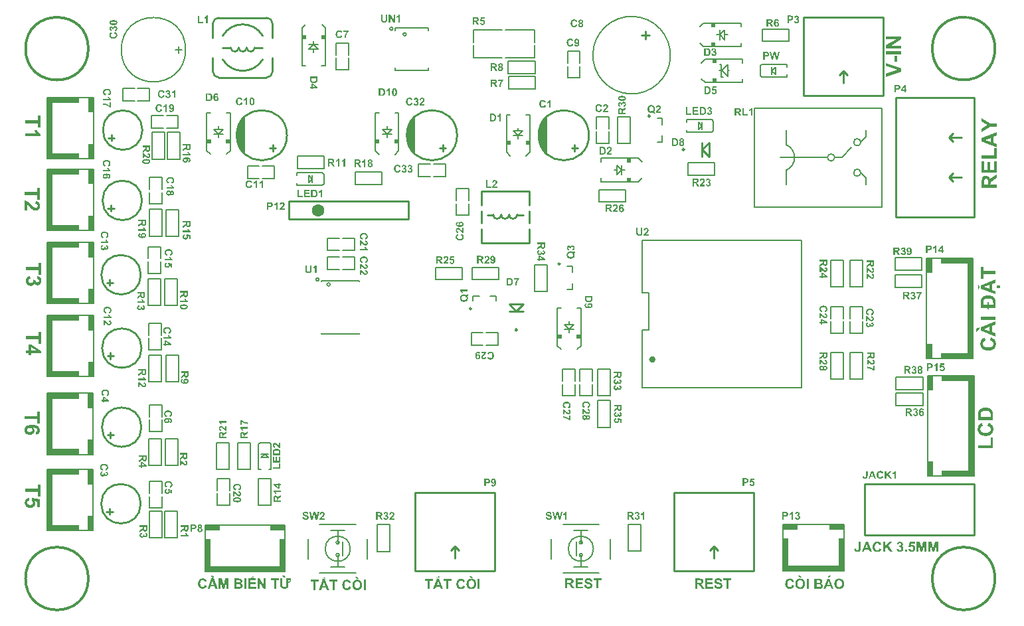
<source format=gto>
G04*
G04 #@! TF.GenerationSoftware,Altium Limited,Altium Designer,23.11.1 (41)*
G04*
G04 Layer_Color=65535*
%FSTAX24Y24*%
%MOIN*%
G70*
G04*
G04 #@! TF.SameCoordinates,027617FE-0855-4198-9E67-A804299B83E6*
G04*
G04*
G04 #@! TF.FilePolarity,Positive*
G04*
G01*
G75*
%ADD10C,0.0080*%
%ADD11C,0.0100*%
%ADD12C,0.0070*%
%ADD13C,0.0118*%
%ADD14C,0.0150*%
%ADD15C,0.0079*%
%ADD16C,0.0098*%
%ADD17C,0.0630*%
%ADD18C,0.0059*%
%ADD19C,0.0025*%
%ADD20R,0.0221X0.0236*%
%ADD21R,0.0221X0.0236*%
%ADD22R,0.0276X0.0748*%
%ADD23R,0.1614X0.0276*%
%ADD24R,0.0276X0.3071*%
%ADD25R,0.0276X0.0748*%
%ADD26R,0.0276X0.0748*%
%ADD27R,0.0276X0.5039*%
%ADD28R,0.0276X0.0748*%
%ADD29R,0.0748X0.0276*%
%ADD30R,0.0276X0.1614*%
%ADD31R,0.4016X0.0276*%
%ADD32R,0.3071X0.0276*%
%ADD33R,0.0236X0.0221*%
%ADD34R,0.0236X0.0221*%
G36*
X011487Y025239D02*
X011422Y02518D01*
X011309Y025044D01*
X011215Y024894D01*
X011144Y024733D01*
X011096Y024563D01*
X011072Y024388D01*
X011073Y024211D01*
X011098Y024037D01*
X011148Y023867D01*
X01122Y023706D01*
X011315Y023557D01*
X011429Y023422D01*
X011495Y023364D01*
D01*
X011487Y025239D01*
D02*
G37*
G36*
X020026D02*
X019961Y02518D01*
X019848Y025044D01*
X019755Y024894D01*
X019683Y024733D01*
X019635Y024563D01*
X019611Y024388D01*
X019612Y024211D01*
X019637Y024037D01*
X019687Y023867D01*
X019759Y023706D01*
X019854Y023557D01*
X019968Y023422D01*
X020034Y023364D01*
D01*
X020026Y025239D01*
D02*
G37*
G36*
X026643D02*
X026577Y02518D01*
X026464Y025044D01*
X026371Y024894D01*
X0263Y024733D01*
X026252Y024563D01*
X026228Y024388D01*
X026229Y024211D01*
X026254Y024037D01*
X026304Y023867D01*
X026376Y023706D01*
X02647Y023557D01*
X026585Y023422D01*
X026651Y023364D01*
D01*
X026643Y025239D01*
D02*
G37*
G36*
X024332Y025002D02*
X024258D01*
Y02528D01*
X024258Y02528D01*
X024257Y025279D01*
X024255Y025277D01*
X024251Y025274D01*
X024247Y025271D01*
X024243Y025268D01*
X024237Y025264D01*
X024231Y025259D01*
X024225Y025255D01*
X024217Y02525D01*
X02421Y025245D01*
X024201Y025241D01*
X024184Y025233D01*
X024164Y025225D01*
Y025291D01*
X024164D01*
X024165Y025292D01*
X024166Y025293D01*
X024169Y025293D01*
X024174Y025296D01*
X024182Y025299D01*
X024191Y025304D01*
X024202Y02531D01*
X024214Y025318D01*
X024226Y025326D01*
X024226Y025327D01*
X024227Y025328D01*
X024229Y025329D01*
X024231Y025331D01*
X024237Y025337D01*
X024244Y025344D01*
X024252Y025353D01*
X02426Y025364D01*
X024267Y025376D01*
X024272Y025389D01*
X024332D01*
Y025002D01*
D02*
G37*
G36*
X023931Y025386D02*
X023942Y025385D01*
X023953Y025385D01*
X023965Y025383D01*
X023977Y025381D01*
X023988Y025379D01*
X023988D01*
X023989Y025378D01*
X023991Y025377D01*
X023993Y025377D01*
X024Y025374D01*
X024008Y02537D01*
X024016Y025365D01*
X024026Y025359D01*
X024036Y025352D01*
X024045Y025343D01*
X024046D01*
X024046Y025342D01*
X024049Y025339D01*
X024054Y025333D01*
X024059Y025326D01*
X024065Y025317D01*
X024071Y025306D01*
X024077Y025294D01*
X024082Y025281D01*
Y02528D01*
X024083Y025279D01*
X024083Y025277D01*
X024084Y025274D01*
X024085Y025271D01*
X024086Y025266D01*
X024087Y025261D01*
X024089Y025256D01*
X02409Y02525D01*
X024091Y025243D01*
X024092Y025235D01*
X024093Y025227D01*
X024094Y02521D01*
X024095Y02519D01*
Y02519D01*
Y025188D01*
Y025186D01*
Y025183D01*
X024094Y025178D01*
Y025174D01*
X024094Y025168D01*
X024093Y025162D01*
X024092Y025149D01*
X02409Y025136D01*
X024086Y025122D01*
X024083Y025109D01*
Y025108D01*
X024082Y025107D01*
X024081Y025105D01*
X02408Y025102D01*
X024079Y025098D01*
X024076Y025094D01*
X024072Y025084D01*
X024066Y025074D01*
X024059Y025062D01*
X024051Y025051D01*
X024041Y025041D01*
X02404Y025039D01*
X024038Y025037D01*
X024033Y025034D01*
X024027Y025029D01*
X024019Y025024D01*
X02401Y02502D01*
X023999Y025015D01*
X023987Y02501D01*
X023987D01*
X023986Y02501D01*
X023984D01*
X023983Y025009D01*
X023977Y025008D01*
X023969Y025006D01*
X023959Y025005D01*
X023948Y025003D01*
X023934Y025003D01*
X023919Y025002D01*
X023773D01*
Y025386D01*
X023927D01*
X023931Y025386D01*
D02*
G37*
G36*
X039183Y030317D02*
X039188Y030317D01*
X039193Y030316D01*
X039199Y030315D01*
X039205Y030313D01*
X039219Y030309D01*
X039226Y030307D01*
X039234Y030303D01*
X039241Y030299D01*
X039248Y030294D01*
X039255Y030289D01*
X039261Y030283D01*
X039262Y030282D01*
X039262Y030282D01*
X039264Y03028D01*
X039266Y030278D01*
X03927Y030272D01*
X039275Y030265D01*
X03928Y030255D01*
X039284Y030244D01*
X039287Y030232D01*
X039288Y030226D01*
X039288Y030219D01*
Y030218D01*
Y030217D01*
X039288Y030214D01*
X039287Y030211D01*
X039287Y030206D01*
X039286Y030201D01*
X039284Y030196D01*
X039282Y03019D01*
X039278Y030183D01*
X039275Y030177D01*
X039271Y03017D01*
X039265Y030164D01*
X039258Y030157D01*
X039251Y03015D01*
X039243Y030144D01*
X039233Y030138D01*
X039233D01*
X039235Y030137D01*
X039236D01*
X039238Y030136D01*
X039245Y030135D01*
X039252Y030131D01*
X03926Y030127D01*
X039269Y030121D01*
X039278Y030114D01*
X039286Y030106D01*
X039287Y030105D01*
X039289Y030101D01*
X039292Y030096D01*
X039296Y030089D01*
X039299Y030081D01*
X039302Y03007D01*
X039304Y030059D01*
X039306Y030046D01*
Y030046D01*
Y030044D01*
Y030041D01*
X039305Y030038D01*
X039304Y030034D01*
X039303Y030029D01*
X039302Y030023D01*
X039301Y030016D01*
X039297Y030003D01*
X039293Y029996D01*
X03929Y029988D01*
X039286Y029981D01*
X039281Y029974D01*
X039275Y029966D01*
X039268Y02996D01*
X039268Y029959D01*
X039267Y029958D01*
X039265Y029957D01*
X039262Y029954D01*
X039258Y029952D01*
X039254Y029949D01*
X039248Y029945D01*
X039243Y029942D01*
X039237Y029939D01*
X03923Y029935D01*
X039222Y029933D01*
X039214Y02993D01*
X039205Y029928D01*
X039196Y029926D01*
X039186Y029925D01*
X039176Y029924D01*
X039171D01*
X039167Y029925D01*
X039163Y029925D01*
X039158Y029926D01*
X039152Y029927D01*
X039146Y029928D01*
X039132Y029932D01*
X039118Y029937D01*
X03911Y02994D01*
X039104Y029944D01*
X039096Y029949D01*
X03909Y029954D01*
X039089Y029955D01*
X039088Y029956D01*
X039086Y029958D01*
X039084Y02996D01*
X039081Y029963D01*
X039079Y029966D01*
X039075Y02997D01*
X039072Y029975D01*
X039069Y029981D01*
X039065Y029986D01*
X039059Y03D01*
X039054Y030015D01*
X039051Y030024D01*
X03905Y030033D01*
X039121Y030041D01*
Y030041D01*
Y03004D01*
X039122Y030037D01*
X039123Y030032D01*
X039125Y030026D01*
X039127Y030019D01*
X03913Y030012D01*
X039135Y030005D01*
X03914Y029999D01*
X03914Y029999D01*
X039142Y029997D01*
X039146Y029995D01*
X03915Y029993D01*
X039155Y02999D01*
X039161Y029988D01*
X039168Y029986D01*
X039176Y029985D01*
X039177D01*
X03918Y029986D01*
X039183Y029986D01*
X039189Y029988D01*
X039195Y02999D01*
X039201Y029993D01*
X039208Y029997D01*
X039214Y030003D01*
X039215Y030003D01*
X039217Y030006D01*
X039219Y03001D01*
X039222Y030015D01*
X039225Y030021D01*
X039228Y03003D01*
X03923Y030039D01*
X03923Y03005D01*
Y03005D01*
Y030051D01*
Y030054D01*
X03923Y030059D01*
X039228Y030066D01*
X039226Y030073D01*
X039223Y03008D01*
X03922Y030087D01*
X039215Y030094D01*
X039214Y030095D01*
X039212Y030097D01*
X039208Y0301D01*
X039205Y030102D01*
X039199Y030106D01*
X039193Y030108D01*
X039186Y03011D01*
X039179Y030111D01*
X039173D01*
X039169Y03011D01*
X039164Y03011D01*
X039158Y030109D01*
X039152Y030107D01*
X039145Y030105D01*
X039152Y030165D01*
X039157D01*
X039163Y030165D01*
X03917Y030166D01*
X039177Y030167D01*
X039185Y03017D01*
X039192Y030173D01*
X039198Y030177D01*
X039199Y030178D01*
X039201Y03018D01*
X039203Y030183D01*
X039207Y030187D01*
X03921Y030192D01*
X039212Y030198D01*
X039214Y030206D01*
X039215Y030214D01*
Y030215D01*
Y030217D01*
X039214Y030221D01*
X039213Y030225D01*
X039212Y03023D01*
X03921Y030235D01*
X039207Y030241D01*
X039203Y030245D01*
X039202Y030246D01*
X039201Y030247D01*
X039198Y030249D01*
X039195Y030251D01*
X03919Y030253D01*
X039185Y030255D01*
X039179Y030256D01*
X039172Y030257D01*
X039169D01*
X039165Y030256D01*
X039161Y030255D01*
X039156Y030253D01*
X03915Y030251D01*
X039145Y030248D01*
X03914Y030243D01*
X039139Y030243D01*
X039137Y030241D01*
X039135Y030238D01*
X039132Y030233D01*
X03913Y030228D01*
X039127Y030222D01*
X039125Y030214D01*
X039124Y030205D01*
X039056Y030216D01*
Y030217D01*
X039056Y030218D01*
Y03022D01*
X039057Y030222D01*
X039059Y030228D01*
X039061Y030237D01*
X039064Y030246D01*
X039067Y030255D01*
X039072Y030264D01*
X039077Y030272D01*
X039077Y030273D01*
X03908Y030276D01*
X039083Y03028D01*
X039087Y030285D01*
X039093Y030289D01*
X0391Y030295D01*
X039108Y030301D01*
X039117Y030306D01*
X039117D01*
X039118Y030306D01*
X039121Y030307D01*
X039127Y030309D01*
X039134Y030312D01*
X039142Y030314D01*
X039152Y030316D01*
X039162Y030317D01*
X039174Y030318D01*
X039179D01*
X039183Y030317D01*
D02*
G37*
G36*
X038859Y030315D02*
X038874D01*
X038889Y030314D01*
X038905Y030313D01*
X038912Y030312D01*
X038918Y030312D01*
X038924Y030311D01*
X038928Y030309D01*
X038929D01*
X03893Y030309D01*
X038932Y030308D01*
X038934Y030308D01*
X03894Y030305D01*
X038948Y030302D01*
X038956Y030297D01*
X038965Y03029D01*
X038974Y030282D01*
X038983Y030272D01*
Y030271D01*
X038984Y030271D01*
X038985Y030269D01*
X038986Y030267D01*
X038989Y030263D01*
X03899Y03026D01*
X038993Y030256D01*
X038995Y030252D01*
X038999Y030241D01*
X039003Y030228D01*
X039005Y030213D01*
X039006Y030197D01*
Y030197D01*
Y030196D01*
Y030194D01*
Y030191D01*
X039005Y030188D01*
Y030185D01*
X039004Y030177D01*
X039003Y030167D01*
X039Y030157D01*
X038997Y030147D01*
X038993Y030137D01*
X038992Y030136D01*
X03899Y030134D01*
X038988Y030129D01*
X038984Y030124D01*
X038979Y030118D01*
X038973Y030111D01*
X038967Y030105D01*
X03896Y0301D01*
X038959Y030099D01*
X038956Y030097D01*
X038953Y030095D01*
X038948Y030092D01*
X038942Y030089D01*
X038935Y030086D01*
X038928Y030084D01*
X03892Y030081D01*
X038919D01*
X038917Y030081D01*
X038915D01*
X038912Y03008D01*
X038908Y03008D01*
X038904Y030079D01*
X038899D01*
X038894Y030079D01*
X038888Y030078D01*
X038882Y030077D01*
X038874Y030077D01*
X038867D01*
X038858Y030076D01*
X038789D01*
Y029932D01*
X038712D01*
Y030316D01*
X038853D01*
X038859Y030315D01*
D02*
G37*
G36*
X028024Y030122D02*
X02803Y030121D01*
X028037Y03012D01*
X028044Y030119D01*
X028053Y030117D01*
X028062Y030115D01*
X028071Y030113D01*
X02808Y030109D01*
X02809Y030105D01*
X0281Y0301D01*
X028109Y030095D01*
X028118Y030088D01*
X028126Y030081D01*
X028127D01*
X028128Y03008D01*
X028129Y030078D01*
X028131Y030076D01*
X028133Y030074D01*
X028135Y03007D01*
X028141Y030063D01*
X028148Y030053D01*
X028154Y03004D01*
X02816Y030026D01*
X028166Y03001D01*
X028089Y029992D01*
Y029993D01*
X028089Y029993D01*
Y029995D01*
X028088Y029997D01*
X028086Y030002D01*
X028083Y030009D01*
X028079Y030016D01*
X028074Y030024D01*
X028068Y030032D01*
X02806Y030039D01*
X028059Y030039D01*
X028057Y030041D01*
X028052Y030044D01*
X028046Y030048D01*
X028038Y030051D01*
X028029Y030054D01*
X028019Y030056D01*
X028008Y030056D01*
X028004D01*
X028001Y030056D01*
X027998Y030055D01*
X027993Y030055D01*
X027984Y030053D01*
X027973Y030049D01*
X027961Y030043D01*
X027955Y03004D01*
X027949Y030036D01*
X027944Y030031D01*
X027939Y030025D01*
Y030025D01*
X027938Y030024D01*
X027937Y030022D01*
X027935Y030019D01*
X027933Y030016D01*
X027931Y030012D01*
X027928Y030007D01*
X027926Y030002D01*
X027923Y029995D01*
X027921Y029988D01*
X027919Y029979D01*
X027917Y02997D01*
X027915Y02996D01*
X027914Y02995D01*
X027913Y029938D01*
X027913Y029925D01*
Y029925D01*
Y029922D01*
Y029918D01*
X027913Y029914D01*
Y029908D01*
X027914Y029901D01*
X027915Y029893D01*
X027916Y029885D01*
X027919Y029868D01*
X027924Y029851D01*
X027927Y029842D01*
X027931Y029834D01*
X027934Y029827D01*
X027939Y029821D01*
X027939Y029821D01*
X02794Y02982D01*
X027942Y029818D01*
X027944Y029816D01*
X027949Y029812D01*
X027957Y029806D01*
X027967Y0298D01*
X027978Y029796D01*
X027992Y029792D01*
X027999Y029791D01*
X028007Y029791D01*
X028009D01*
X028012Y029791D01*
X028018Y029792D01*
X028025Y029793D01*
X028033Y029796D01*
X028042Y029799D01*
X02805Y029803D01*
X028059Y02981D01*
X02806Y029811D01*
X028063Y029814D01*
X028067Y029818D01*
X028072Y029825D01*
X028077Y029834D01*
X028082Y029844D01*
X028087Y029857D01*
X028091Y029872D01*
X028167Y029849D01*
Y029848D01*
X028166Y029846D01*
X028165Y029843D01*
X028164Y029838D01*
X028161Y029833D01*
X028159Y029827D01*
X028156Y029821D01*
X028153Y029813D01*
X028145Y029798D01*
X028135Y029783D01*
X028123Y029768D01*
X028116Y029761D01*
X028109Y029755D01*
X028109Y029755D01*
X028108Y029754D01*
X028105Y029752D01*
X028102Y02975D01*
X028098Y029748D01*
X028093Y029746D01*
X028088Y029743D01*
X028082Y02974D01*
X028074Y029737D01*
X028067Y029734D01*
X028058Y029732D01*
X028049Y02973D01*
X02804Y029727D01*
X028029Y029726D01*
X028019Y029725D01*
X028007Y029725D01*
X028004D01*
X028Y029725D01*
X027994Y029726D01*
X027988Y029726D01*
X02798Y029727D01*
X027972Y029729D01*
X027963Y029731D01*
X027953Y029734D01*
X027943Y029737D01*
X027933Y029742D01*
X027922Y029747D01*
X027912Y029752D01*
X027901Y02976D01*
X027891Y029767D01*
X027882Y029777D01*
X027881Y029777D01*
X027879Y029779D01*
X027877Y029782D01*
X027874Y029786D01*
X027871Y029792D01*
X027866Y029798D01*
X027862Y029806D01*
X027857Y029814D01*
X027853Y029824D01*
X027848Y029834D01*
X027844Y029847D01*
X027841Y029859D01*
X027837Y029873D01*
X027835Y029888D01*
X027833Y029903D01*
X027833Y02992D01*
Y02992D01*
Y029921D01*
Y029924D01*
X027833Y029929D01*
Y029936D01*
X027835Y029944D01*
X027836Y029953D01*
X027837Y029963D01*
X027839Y029975D01*
X027842Y029987D01*
X027845Y029999D01*
X027849Y030011D01*
X027854Y030024D01*
X02786Y030036D01*
X027866Y030048D01*
X027873Y030059D01*
X027882Y030069D01*
X027883Y03007D01*
X027884Y030071D01*
X027887Y030074D01*
X027891Y030078D01*
X027896Y030081D01*
X027902Y030086D01*
X027909Y030091D01*
X027917Y030096D01*
X027926Y030101D01*
X027936Y030106D01*
X027947Y03011D01*
X027958Y030114D01*
X027971Y030117D01*
X027983Y03012D01*
X027998Y030122D01*
X028012Y030122D01*
X028019D01*
X028024Y030122D01*
D02*
G37*
G36*
X02835Y030117D02*
X028355Y030116D01*
X02836Y030116D01*
X028366Y030115D01*
X028372Y030114D01*
X028386Y030111D01*
X028401Y030106D01*
X028407Y030103D01*
X028415Y030099D01*
X028421Y030094D01*
X028427Y030089D01*
X028427Y030089D01*
X028428Y030088D01*
X02843Y030086D01*
X028432Y030084D01*
X028434Y030081D01*
X028436Y030078D01*
X028442Y03007D01*
X028448Y030059D01*
X028452Y030048D01*
X028456Y030034D01*
X028457Y030026D01*
X028457Y030018D01*
Y030018D01*
Y030017D01*
Y030014D01*
X028457Y030009D01*
X028456Y030002D01*
X028454Y029995D01*
X028451Y029987D01*
X028448Y029979D01*
X028443Y02997D01*
X028442Y029969D01*
X02844Y029967D01*
X028437Y029963D01*
X028433Y029959D01*
X028427Y029953D01*
X028421Y029948D01*
X028413Y029943D01*
X028404Y029939D01*
X028405D01*
X028406Y029938D01*
X028407Y029938D01*
X02841Y029937D01*
X028415Y029933D01*
X028422Y029929D01*
X02843Y029924D01*
X028438Y029917D01*
X028446Y029909D01*
X028453Y029901D01*
X028453Y029899D01*
X028456Y029896D01*
X028458Y029891D01*
X028461Y029884D01*
X028464Y029876D01*
X028467Y029866D01*
X028469Y029856D01*
X028469Y029844D01*
Y029843D01*
Y029842D01*
Y029839D01*
X028469Y029835D01*
X028468Y029831D01*
X028468Y029825D01*
X028467Y029819D01*
X028465Y029813D01*
X028461Y029799D01*
X028458Y029792D01*
X028455Y029785D01*
X028451Y029778D01*
X028446Y029771D01*
X028441Y029764D01*
X028435Y029757D01*
X028434Y029757D01*
X028433Y029756D01*
X028432Y029754D01*
X028429Y029752D01*
X028426Y02975D01*
X028421Y029747D01*
X028417Y029744D01*
X028411Y029741D01*
X028405Y029737D01*
X028398Y029735D01*
X028391Y029732D01*
X028383Y029729D01*
X028374Y029727D01*
X028365Y029726D01*
X028355Y029725D01*
X028345Y029724D01*
X02834D01*
X028336Y029725D01*
X028331Y029725D01*
X028326Y029726D01*
X028321Y029726D01*
X028314Y029727D01*
X0283Y029731D01*
X028286Y029736D01*
X028279Y029738D01*
X028271Y029742D01*
X028264Y029746D01*
X028257Y029751D01*
X028257Y029752D01*
X028256Y029753D01*
X028254Y029755D01*
X028251Y029757D01*
X028248Y029761D01*
X028245Y029765D01*
X028241Y02977D01*
X028237Y029775D01*
X028233Y029781D01*
X028229Y029787D01*
X028226Y029794D01*
X028223Y029803D01*
X02822Y029811D01*
X028218Y029821D01*
X028217Y02983D01*
X028216Y029841D01*
Y029841D01*
Y029842D01*
Y029844D01*
Y029846D01*
X028217Y029852D01*
X028218Y029859D01*
X02822Y029868D01*
X028222Y029878D01*
X028226Y029888D01*
X028231Y029898D01*
Y029899D01*
X028232Y029899D01*
X028234Y029903D01*
X028238Y029907D01*
X028244Y029913D01*
X02825Y02992D01*
X028259Y029927D01*
X028269Y029933D01*
X02828Y029939D01*
X02828D01*
X028279Y029939D01*
X028276Y029941D01*
X028271Y029944D01*
X028265Y029947D01*
X028257Y029952D01*
X028251Y029958D01*
X028244Y029964D01*
X028239Y029972D01*
X028238Y029973D01*
X028236Y029975D01*
X028235Y029979D01*
X028232Y029985D01*
X02823Y029992D01*
X028228Y03D01*
X028226Y030009D01*
X028226Y030018D01*
Y030019D01*
Y03002D01*
Y030022D01*
X028226Y030025D01*
X028227Y030029D01*
X028227Y030033D01*
X02823Y030043D01*
X028233Y030054D01*
X028239Y030066D01*
X028242Y030072D01*
X028246Y030078D01*
X028251Y030084D01*
X028256Y030089D01*
X028256Y03009D01*
X028257Y03009D01*
X028259Y030092D01*
X028261Y030094D01*
X028265Y030096D01*
X028268Y030098D01*
X028272Y030101D01*
X028278Y030104D01*
X028284Y030106D01*
X02829Y030109D01*
X028297Y030111D01*
X028305Y030113D01*
X028313Y030115D01*
X028322Y030116D01*
X028331Y030117D01*
X028341Y030117D01*
X028347D01*
X02835Y030117D01*
D02*
G37*
G36*
X009608Y029928D02*
X009534D01*
Y030206D01*
X009534Y030205D01*
X009533Y030204D01*
X009531Y030203D01*
X009527Y0302D01*
X009523Y030197D01*
X009519Y030193D01*
X009513Y030189D01*
X009507Y030185D01*
X009501Y03018D01*
X009493Y030176D01*
X009486Y030171D01*
X009477Y030167D01*
X00946Y030158D01*
X00944Y03015D01*
Y030217D01*
X00944D01*
X009441Y030218D01*
X009442Y030218D01*
X009445Y030219D01*
X00945Y030222D01*
X009458Y030225D01*
X009467Y030229D01*
X009478Y030235D01*
X00949Y030243D01*
X009502Y030252D01*
X009502Y030253D01*
X009503Y030253D01*
X009505Y030255D01*
X009507Y030257D01*
X009513Y030263D01*
X00952Y03027D01*
X009528Y030279D01*
X009536Y03029D01*
X009543Y030301D01*
X009548Y030314D01*
X009608D01*
Y029928D01*
D02*
G37*
G36*
X009188Y029993D02*
X009381D01*
Y029928D01*
X00911D01*
Y030309D01*
X009188D01*
Y029993D01*
D02*
G37*
G36*
X035256Y002057D02*
X035264Y002056D01*
X035273Y002056D01*
X035283Y002054D01*
X035294Y002053D01*
X035317Y002048D01*
X035329Y002044D01*
X03534Y00204D01*
X035352Y002035D01*
X035363Y00203D01*
X035373Y002023D01*
X035383Y002016D01*
X035383Y002015D01*
X035385Y002013D01*
X035387Y002011D01*
X03539Y002008D01*
X035394Y002004D01*
X035398Y001999D01*
X035402Y001993D01*
X035408Y001986D01*
X035412Y001978D01*
X035416Y00197D01*
X035421Y001961D01*
X035424Y001951D01*
X035428Y001941D01*
X035431Y001929D01*
X035433Y001917D01*
X035434Y001904D01*
X035332Y0019D01*
Y001901D01*
Y001902D01*
X03533Y001907D01*
X035329Y001914D01*
X035326Y001922D01*
X035322Y001931D01*
X035317Y00194D01*
X035311Y001949D01*
X035303Y001956D01*
X035303Y001957D01*
X0353Y001959D01*
X035295Y001962D01*
X035287Y001965D01*
X035278Y001968D01*
X035268Y00197D01*
X035254Y001973D01*
X035239Y001973D01*
X035232D01*
X035224Y001973D01*
X035214Y001971D01*
X035203Y001969D01*
X035192Y001965D01*
X035181Y001961D01*
X035171Y001954D01*
X03517Y001954D01*
X035168Y001952D01*
X035166Y00195D01*
X035163Y001946D01*
X03516Y001942D01*
X035157Y001936D01*
X035155Y00193D01*
X035155Y001923D01*
Y001922D01*
Y00192D01*
X035155Y001917D01*
X035157Y001913D01*
X035158Y001908D01*
X03516Y001903D01*
X035164Y001898D01*
X035169Y001892D01*
X03517Y001892D01*
X035174Y00189D01*
X035176Y001888D01*
X035179Y001887D01*
X035183Y001884D01*
X035188Y001882D01*
X035194Y00188D01*
X0352Y001877D01*
X035209Y001874D01*
X035217Y001871D01*
X035227Y001868D01*
X035238Y001865D01*
X035249Y001863D01*
X035262Y001859D01*
X035263D01*
X035266Y001858D01*
X03527Y001857D01*
X035275Y001856D01*
X035281Y001855D01*
X035288Y001852D01*
X035296Y00185D01*
X035304Y001848D01*
X035322Y001842D01*
X03534Y001836D01*
X035357Y00183D01*
X035365Y001826D01*
X035372Y001822D01*
X035373D01*
X035373Y001822D01*
X035378Y001819D01*
X035384Y001814D01*
X035392Y001809D01*
X035401Y001801D01*
X03541Y001793D01*
X03542Y001782D01*
X035428Y001771D01*
X035429Y001769D01*
X035431Y001765D01*
X035435Y001758D01*
X035438Y001749D01*
X035442Y001737D01*
X035445Y001723D01*
X035448Y001708D01*
X035448Y001691D01*
Y00169D01*
Y001688D01*
Y001686D01*
Y001683D01*
X035448Y00168D01*
X035447Y001674D01*
X035445Y001664D01*
X035443Y001651D01*
X035438Y001637D01*
X035432Y001623D01*
X035424Y001609D01*
Y001608D01*
X035422Y001607D01*
X035419Y001603D01*
X035413Y001596D01*
X035406Y001588D01*
X035397Y001578D01*
X035384Y001569D01*
X035371Y001561D01*
X035355Y001553D01*
X035354D01*
X035353Y001552D01*
X035351Y001551D01*
X035347Y00155D01*
X035343Y001548D01*
X035338Y001547D01*
X035332Y001545D01*
X035325Y001544D01*
X035317Y001542D01*
X035309Y00154D01*
X03529Y001537D01*
X035269Y001535D01*
X035246Y001535D01*
X035236D01*
X03523Y001535D01*
X035222Y001536D01*
X035213Y001537D01*
X035203Y001538D01*
X035192Y00154D01*
X035168Y001545D01*
X035155Y001549D01*
X035144Y001553D01*
X035131Y001558D01*
X03512Y001564D01*
X035109Y00157D01*
X035098Y001578D01*
X035098Y001579D01*
X035096Y00158D01*
X035093Y001583D01*
X03509Y001586D01*
X035086Y001591D01*
X035082Y001597D01*
X035077Y001604D01*
X035071Y001611D01*
X035066Y00162D01*
X035061Y001629D01*
X035056Y00164D01*
X035051Y001652D01*
X035047Y001664D01*
X035043Y001678D01*
X03504Y001693D01*
X035038Y001708D01*
X035137Y001717D01*
Y001717D01*
X035138Y001715D01*
Y001712D01*
X035139Y001709D01*
X035141Y001701D01*
X035145Y00169D01*
X035149Y001677D01*
X035156Y001665D01*
X035163Y001654D01*
X035173Y001644D01*
X035174Y001643D01*
X035178Y00164D01*
X035184Y001637D01*
X035192Y001632D01*
X035203Y001628D01*
X035216Y001624D01*
X03523Y001621D01*
X035247Y001621D01*
X035255D01*
X035264Y001622D01*
X035275Y001623D01*
X035287Y001626D01*
X035299Y001629D01*
X035311Y001634D01*
X035321Y001641D01*
X035322Y001642D01*
X035325Y001645D01*
X035329Y001649D01*
X035334Y001655D01*
X035338Y001662D01*
X035343Y001671D01*
X035346Y00168D01*
X035346Y00169D01*
Y001691D01*
Y001693D01*
X035346Y001696D01*
X035345Y001701D01*
X035343Y001705D01*
X035342Y00171D01*
X035339Y001715D01*
X035335Y00172D01*
X035335Y001721D01*
X035333Y001723D01*
X035331Y001725D01*
X035327Y001728D01*
X035322Y001731D01*
X035316Y001735D01*
X035308Y001739D01*
X035299Y001742D01*
X035298D01*
X035295Y001744D01*
X03529Y001745D01*
X035287Y001747D01*
X035282Y001747D01*
X035277Y001749D01*
X035271Y001751D01*
X035265Y001752D01*
X035257Y001755D01*
X035249Y001757D01*
X035239Y001759D01*
X035229Y001762D01*
X035217Y001765D01*
X035217D01*
X035214Y001766D01*
X035209Y001767D01*
X035204Y001769D01*
X035198Y001771D01*
X03519Y001773D01*
X035182Y001776D01*
X035172Y001779D01*
X035153Y001786D01*
X035135Y001795D01*
X035125Y001799D01*
X035117Y001804D01*
X035109Y001809D01*
X035103Y001814D01*
X035102Y001815D01*
X035101Y001817D01*
X035098Y001819D01*
X035096Y001822D01*
X035092Y001826D01*
X035088Y001831D01*
X035084Y001836D01*
X03508Y001843D01*
X035071Y001858D01*
X035064Y001876D01*
X035061Y001885D01*
X035059Y001895D01*
X035058Y001906D01*
X035057Y001917D01*
Y001917D01*
Y001918D01*
Y00192D01*
Y001923D01*
X035058Y00193D01*
X03506Y00194D01*
X035062Y001951D01*
X035066Y001963D01*
X035071Y001976D01*
X035078Y001989D01*
Y001989D01*
X035079Y00199D01*
X035082Y001995D01*
X035087Y002D01*
X035094Y002008D01*
X035103Y002016D01*
X035114Y002024D01*
X035126Y002032D01*
X035141Y00204D01*
X035141D01*
X035143Y00204D01*
X035145Y002041D01*
X035148Y002043D01*
X035152Y002044D01*
X035157Y002046D01*
X035163Y002047D01*
X035169Y002049D01*
X035184Y002052D01*
X0352Y002055D01*
X035219Y002057D01*
X035241Y002058D01*
X035249D01*
X035256Y002057D01*
D02*
G37*
G36*
X0359Y001963D02*
X035751D01*
Y001544D01*
X035649D01*
Y001963D01*
X035499D01*
Y002048D01*
X0359D01*
Y001963D01*
D02*
G37*
G36*
X034969D02*
X034697D01*
Y001852D01*
X03495D01*
Y001766D01*
X034697D01*
Y001629D01*
X034978D01*
Y001544D01*
X034595D01*
Y002048D01*
X034969D01*
Y001963D01*
D02*
G37*
G36*
X03432Y002048D02*
X034328D01*
X034336Y002047D01*
X034345D01*
X034364Y002045D01*
X034384Y002043D01*
X034402Y002039D01*
X03441Y002037D01*
X034418Y002035D01*
X034418D01*
X034419Y002034D01*
X034423Y002032D01*
X03443Y002028D01*
X034439Y002024D01*
X034448Y002016D01*
X034458Y002008D01*
X034467Y001998D01*
X034476Y001986D01*
Y001985D01*
X034477Y001984D01*
X034478Y001982D01*
X03448Y00198D01*
X034483Y001973D01*
X034488Y001963D01*
X034491Y001951D01*
X034495Y001938D01*
X034498Y001923D01*
X034498Y001907D01*
Y001906D01*
Y001905D01*
Y001901D01*
X034498Y001898D01*
Y001892D01*
X034497Y001887D01*
X034494Y001874D01*
X03449Y001859D01*
X034485Y001844D01*
X034476Y001828D01*
X034471Y00182D01*
X034465Y001813D01*
X034464Y001812D01*
X034463Y001812D01*
X034461Y001809D01*
X034458Y001807D01*
X034455Y001804D01*
X034451Y001801D01*
X034446Y001797D01*
X03444Y001793D01*
X034434Y001789D01*
X034426Y001785D01*
X034418Y001782D01*
X034409Y001778D01*
X034399Y001774D01*
X034388Y001771D01*
X034377Y001769D01*
X034365Y001766D01*
X034366D01*
X034367Y001766D01*
X034371Y001763D01*
X034377Y001759D01*
X034384Y001754D01*
X034393Y001747D01*
X034402Y001741D01*
X034411Y001733D01*
X034419Y001724D01*
X03442Y001723D01*
X034423Y00172D01*
X034428Y001714D01*
X034434Y001705D01*
X034443Y001694D01*
X034447Y001687D01*
X034453Y00168D01*
X034458Y001672D01*
X034464Y001663D01*
X034471Y001653D01*
X034477Y001642D01*
X034539Y001544D01*
X034417D01*
X034344Y001653D01*
X034343Y001654D01*
X034342Y001656D01*
X03434Y001659D01*
X034337Y001663D01*
X034334Y001667D01*
X034331Y001673D01*
X034323Y001685D01*
X034313Y001698D01*
X034305Y001709D01*
X034297Y00172D01*
X034293Y001724D01*
X03429Y001728D01*
X034289Y001728D01*
X034288Y00173D01*
X034285Y001733D01*
X034281Y001736D01*
X034276Y001739D01*
X034271Y001743D01*
X034265Y001746D01*
X034259Y001749D01*
X034259D01*
X034256Y00175D01*
X034253Y001751D01*
X034247Y001752D01*
X03424Y001753D01*
X034231Y001754D01*
X034221Y001755D01*
X034188D01*
Y001544D01*
X034086D01*
Y002048D01*
X034313D01*
X03432Y002048D01*
D02*
G37*
G36*
X021193Y002103D02*
X021132D01*
X021174Y00216D01*
X021282D01*
X021193Y002103D01*
D02*
G37*
G36*
X022911Y002076D02*
X02285D01*
X022755Y002179D01*
X022863D01*
X022911Y002076D01*
D02*
G37*
G36*
X021274Y002091D02*
X021272Y002089D01*
X021269Y002085D01*
X021266Y00208D01*
X02126Y002075D01*
X021255Y00207D01*
X021247Y002065D01*
X021238Y00206D01*
X021236Y002059D01*
X021234Y002058D01*
X021228Y002056D01*
X02122Y002054D01*
X02121Y002051D01*
X021199Y00205D01*
X021187Y002048D01*
X021173Y002047D01*
X021158D01*
X02115Y002048D01*
X021149D01*
X021147Y002049D01*
X021144Y00205D01*
X021137Y002051D01*
X021128Y002053D01*
X021118Y002057D01*
X021107Y002061D01*
X021097Y002066D01*
X021088Y002074D01*
X021088Y002074D01*
X021087Y002075D01*
X021083Y002079D01*
X021078Y002085D01*
X021074Y002092D01*
X021108D01*
X021109Y00209D01*
X021113Y002087D01*
X02112Y002082D01*
X021129Y002079D01*
X02113D01*
X021133Y002078D01*
X021137Y002076D01*
X021143Y002076D01*
X02115Y002074D01*
X021157Y002073D01*
X021173Y002072D01*
X021177D01*
X021182Y002073D01*
X021188D01*
X021194Y002074D01*
X021202Y002075D01*
X021218Y002079D01*
X021219D01*
X02122Y002079D01*
X021223Y00208D01*
X021226Y002082D01*
X021233Y002086D01*
X021241Y002092D01*
X021274D01*
X021274Y002091D01*
D02*
G37*
G36*
X022348Y002039D02*
X022356Y002038D01*
X022365Y002036D01*
X022375Y002035D01*
X022386Y002033D01*
X022398Y00203D01*
X02241Y002026D01*
X022423Y002022D01*
X022436Y002016D01*
X022448Y00201D01*
X02246Y002003D01*
X022472Y001994D01*
X022483Y001985D01*
X022484D01*
X022484Y001983D01*
X022487Y001981D01*
X022489Y001979D01*
X022492Y001975D01*
X022495Y001971D01*
X022503Y001961D01*
X022511Y001947D01*
X022519Y001931D01*
X022527Y001913D01*
X022535Y001892D01*
X022434Y001868D01*
Y001869D01*
X022433Y001869D01*
Y001872D01*
X022432Y001875D01*
X02243Y001881D01*
X022426Y00189D01*
X022421Y0019D01*
X022414Y00191D01*
X022406Y00192D01*
X022396Y001929D01*
X022395Y00193D01*
X022391Y001933D01*
X022385Y001937D01*
X022377Y001941D01*
X022367Y001945D01*
X022355Y001949D01*
X022342Y001952D01*
X022328Y001953D01*
X022323D01*
X022318Y001952D01*
X022314Y001951D01*
X022308Y00195D01*
X022296Y001947D01*
X022281Y001942D01*
X022266Y001935D01*
X022258Y001931D01*
X02225Y001926D01*
X022243Y001919D01*
X022237Y001912D01*
Y001911D01*
X022235Y00191D01*
X022234Y001907D01*
X022232Y001904D01*
X022229Y001899D01*
X022226Y001894D01*
X022223Y001888D01*
X02222Y00188D01*
X022216Y001872D01*
X022213Y001862D01*
X02221Y001851D01*
X022207Y00184D01*
X022205Y001826D01*
X022204Y001813D01*
X022203Y001797D01*
X022202Y001781D01*
Y00178D01*
Y001776D01*
Y001771D01*
X022203Y001765D01*
Y001757D01*
X022205Y001748D01*
X022205Y001738D01*
X022207Y001727D01*
X022211Y001705D01*
X022217Y001682D01*
X022221Y001671D01*
X022226Y001661D01*
X022231Y001651D01*
X022237Y001643D01*
X022237Y001643D01*
X022238Y001642D01*
X02224Y00164D01*
X022243Y001637D01*
X02225Y001631D01*
X022261Y001624D01*
X022273Y001616D01*
X022288Y00161D01*
X022306Y001605D01*
X022315Y001604D01*
X022326Y001603D01*
X022329D01*
X022332Y001604D01*
X02234Y001605D01*
X02235Y001606D01*
X02236Y00161D01*
X022371Y001614D01*
X022383Y00162D01*
X022395Y001629D01*
X022396Y00163D01*
X0224Y001634D01*
X022405Y00164D01*
X022411Y001649D01*
X022418Y00166D01*
X022425Y001674D01*
X022431Y001691D01*
X022437Y001711D01*
X022536Y00168D01*
Y001679D01*
X022536Y001676D01*
X022534Y001672D01*
X022532Y001666D01*
X022529Y00166D01*
X022526Y001651D01*
X022522Y001643D01*
X022518Y001633D01*
X022508Y001614D01*
X022495Y001593D01*
X022479Y001573D01*
X02247Y001565D01*
X02246Y001557D01*
X02246Y001556D01*
X022458Y001555D01*
X022455Y001553D01*
X022451Y00155D01*
X022446Y001547D01*
X022439Y001544D01*
X022432Y001541D01*
X022424Y001537D01*
X022414Y001533D01*
X022404Y001529D01*
X022393Y001526D01*
X022382Y001523D01*
X022369Y00152D01*
X022355Y001518D01*
X022342Y001517D01*
X022326Y001517D01*
X022322D01*
X022317Y001517D01*
X02231Y001518D01*
X022301Y001519D01*
X022291Y00152D01*
X02228Y001522D01*
X022268Y001525D01*
X022256Y001529D01*
X022242Y001533D01*
X022229Y001539D01*
X022215Y001546D01*
X022201Y001553D01*
X022187Y001563D01*
X022174Y001573D01*
X022162Y001585D01*
X022161Y001586D01*
X022159Y001588D01*
X022156Y001592D01*
X022151Y001598D01*
X022147Y001605D01*
X022141Y001613D01*
X022135Y001623D01*
X022129Y001635D01*
X022124Y001647D01*
X022118Y001661D01*
X022112Y001677D01*
X022108Y001694D01*
X022103Y001711D01*
X0221Y001731D01*
X022098Y001751D01*
X022097Y001773D01*
Y001774D01*
Y001775D01*
Y001779D01*
X022098Y001786D01*
Y001794D01*
X0221Y001805D01*
X022101Y001817D01*
X022102Y00183D01*
X022105Y001845D01*
X022109Y001861D01*
X022113Y001877D01*
X022119Y001893D01*
X022125Y00191D01*
X022132Y001926D01*
X022141Y001941D01*
X022151Y001955D01*
X022162Y001969D01*
X022163Y00197D01*
X022165Y001972D01*
X022169Y001976D01*
X022174Y00198D01*
X02218Y001985D01*
X022188Y001991D01*
X022197Y001998D01*
X022208Y002004D01*
X02222Y002011D01*
X022232Y002017D01*
X022247Y002023D01*
X022261Y002028D01*
X022278Y002033D01*
X022295Y002036D01*
X022314Y002039D01*
X022333Y002039D01*
X022342D01*
X022348Y002039D01*
D02*
G37*
G36*
X023271Y001525D02*
X023169D01*
Y00203D01*
X023271D01*
Y001525D01*
D02*
G37*
G36*
X021853Y001945D02*
X021704D01*
Y001525D01*
X021602D01*
Y001945D01*
X021453D01*
Y00203D01*
X021853D01*
Y001945D01*
D02*
G37*
G36*
X021434Y001525D02*
X021324D01*
X02128Y00164D01*
X021078D01*
X021036Y001525D01*
X020928D01*
X021123Y00203D01*
X021231D01*
X021434Y001525D01*
D02*
G37*
G36*
X020913Y001945D02*
X020765D01*
Y001525D01*
X020663D01*
Y001945D01*
X020513D01*
Y00203D01*
X020913D01*
Y001945D01*
D02*
G37*
G36*
X022858Y002039D02*
X022865D01*
X022874Y002037D01*
X022885Y002036D01*
X022898Y002033D01*
X022911Y002031D01*
X022925Y002027D01*
X022939Y002023D01*
X022954Y002017D01*
X022969Y00201D01*
X022984Y002002D01*
X022998Y001993D01*
X023012Y001982D01*
X023025Y001969D01*
X023026Y001969D01*
X023028Y001966D01*
X023032Y001962D01*
X023036Y001957D01*
X023041Y00195D01*
X023047Y001941D01*
X023052Y001931D01*
X023059Y001919D01*
X023065Y001907D01*
X023071Y001892D01*
X023077Y001876D01*
X023082Y001859D01*
X023087Y00184D01*
X02309Y001821D01*
X023092Y001799D01*
X023092Y001777D01*
Y001775D01*
Y001772D01*
X023092Y001765D01*
Y001756D01*
X02309Y001746D01*
X023089Y001735D01*
X023087Y001721D01*
X023084Y001707D01*
X023081Y001692D01*
X023076Y001676D01*
X023071Y00166D01*
X023064Y001643D01*
X023057Y001628D01*
X023047Y001613D01*
X023037Y001598D01*
X023025Y001584D01*
X023025Y001584D01*
X023022Y001581D01*
X023019Y001578D01*
X023013Y001573D01*
X023006Y001568D01*
X022998Y001563D01*
X022989Y001557D01*
X022979Y00155D01*
X022966Y001544D01*
X022953Y001538D01*
X022939Y001532D01*
X022923Y001527D01*
X022906Y001522D01*
X022888Y001519D01*
X022869Y001517D01*
X022848Y001516D01*
X022843D01*
X022837Y001517D01*
X02283Y001517D01*
X022821Y001518D01*
X02281Y00152D01*
X022797Y001522D01*
X022784Y001525D01*
X02277Y001528D01*
X022756Y001533D01*
X02274Y001538D01*
X022726Y001545D01*
X02271Y001552D01*
X022697Y001562D01*
X022683Y001572D01*
X02267Y001584D01*
X022669Y001585D01*
X022667Y001587D01*
X022664Y001592D01*
X022659Y001597D01*
X022654Y001604D01*
X022648Y001613D01*
X022643Y001622D01*
X022637Y001634D01*
X02263Y001646D01*
X022624Y001661D01*
X022619Y001676D01*
X022614Y001693D01*
X022609Y001711D01*
X022606Y001731D01*
X022604Y001752D01*
X022603Y001774D01*
Y001775D01*
Y001778D01*
Y001781D01*
X022604Y001787D01*
Y001794D01*
X022605Y001801D01*
X022605Y00181D01*
X022606Y001819D01*
X022609Y00184D01*
X022613Y001861D01*
X022619Y001883D01*
X022626Y001904D01*
Y001904D01*
X022627Y001905D01*
X022628Y001907D01*
X022629Y00191D01*
X022633Y001918D01*
X022638Y001927D01*
X022645Y001938D01*
X022653Y001949D01*
X022662Y001961D01*
X022673Y001973D01*
X022673Y001974D01*
X022674Y001974D01*
X022678Y001978D01*
X022684Y001984D01*
X022692Y00199D01*
X022702Y001998D01*
X022713Y002006D01*
X022725Y002013D01*
X022738Y002019D01*
X022739D01*
X02274Y00202D01*
X022743Y002021D01*
X022747Y002022D01*
X022751Y002024D01*
X022756Y002025D01*
X022763Y002027D01*
X02277Y002029D01*
X022786Y002033D01*
X022804Y002036D01*
X022825Y002039D01*
X022847Y002039D01*
X022852D01*
X022858Y002039D01*
D02*
G37*
G36*
X048692Y01063D02*
X048701D01*
X048711Y010629D01*
X048723Y010628D01*
X048749Y010626D01*
X048775Y010621D01*
X048802Y010615D01*
X048828Y010607D01*
X048829D01*
X048832Y010606D01*
X048836Y010604D01*
X048843Y010602D01*
X048849Y010599D01*
X048857Y010595D01*
X048877Y010586D01*
X048897Y010575D01*
X04892Y010561D01*
X048942Y010545D01*
X048963Y010526D01*
X048965Y010524D01*
X048969Y010519D01*
X048976Y01051D01*
X048985Y010498D01*
X048995Y010482D01*
X049004Y010465D01*
X049014Y010443D01*
X049023Y010419D01*
Y010418D01*
X049024Y010417D01*
Y010414D01*
X049025Y01041D01*
X049027Y010398D01*
X049031Y010383D01*
X049034Y010364D01*
X049036Y010341D01*
X049037Y010314D01*
X049038Y010285D01*
Y009998D01*
X048282D01*
Y0103D01*
X048283Y010309D01*
X048284Y010329D01*
X048285Y010352D01*
X048288Y010376D01*
X048292Y010399D01*
X048297Y01042D01*
Y010421D01*
X048298Y010423D01*
X048299Y010427D01*
X0483Y010431D01*
X048306Y010444D01*
X048314Y010459D01*
X048323Y010477D01*
X048335Y010497D01*
X04835Y010515D01*
X048367Y010534D01*
Y010535D01*
X048369Y010536D01*
X048376Y010541D01*
X048387Y01055D01*
X048401Y01056D01*
X048419Y010572D01*
X048439Y010584D01*
X048463Y010596D01*
X04849Y010606D01*
X048491D01*
X048493Y010607D01*
X048497Y010608D01*
X048503Y01061D01*
X048509Y010611D01*
X048518Y010614D01*
X048528Y010616D01*
X048539Y010619D01*
X048551Y010621D01*
X048565Y010623D01*
X048579Y010626D01*
X048596Y010627D01*
X048629Y01063D01*
X048668Y010631D01*
X048669D01*
X048672D01*
X048676D01*
X048683D01*
X048692Y01063D01*
D02*
G37*
G36*
X048812Y009865D02*
X048819Y009863D01*
X048827Y009859D01*
X048837Y009855D01*
X048849Y009851D01*
X048862Y009845D01*
X048877Y009839D01*
X048906Y009823D01*
X048937Y009804D01*
X048966Y00978D01*
X048979Y009767D01*
X048991Y009752D01*
X048992Y009751D01*
X048993Y009749D01*
X048997Y009745D01*
X049001Y009738D01*
X049005Y00973D01*
X04901Y009721D01*
X049015Y00971D01*
X049021Y009698D01*
X049027Y009683D01*
X049033Y009668D01*
X049037Y009652D01*
X049042Y009634D01*
X049046Y009616D01*
X049049Y009595D01*
X04905Y009574D01*
X049051Y009551D01*
Y009545D01*
X04905Y009537D01*
X049049Y009526D01*
X049048Y009514D01*
X049046Y009499D01*
X049043Y009482D01*
X049038Y009464D01*
X049033Y009445D01*
X049026Y009426D01*
X049018Y009405D01*
X049008Y009384D01*
X048997Y009363D01*
X048983Y009342D01*
X048967Y009323D01*
X048949Y009304D01*
X048948Y009303D01*
X048944Y0093D01*
X048938Y009295D01*
X04893Y009289D01*
X048919Y009282D01*
X048907Y009274D01*
X048892Y009265D01*
X048874Y009256D01*
X048856Y009247D01*
X048835Y009239D01*
X048811Y00923D01*
X048786Y009223D01*
X04876Y009217D01*
X04873Y009212D01*
X048699Y009209D01*
X048667Y009208D01*
X048666D01*
X048664D01*
X048658D01*
X048648Y009209D01*
X048635D01*
X04862Y009211D01*
X048601Y009213D01*
X048581Y009216D01*
X048558Y00922D01*
X048535Y009225D01*
X048511Y009232D01*
X048487Y00924D01*
X048462Y00925D01*
X048438Y00926D01*
X048415Y009274D01*
X048393Y009288D01*
X048373Y009305D01*
X048372Y009306D01*
X048368Y00931D01*
X048363Y009315D01*
X048356Y009323D01*
X048349Y009333D01*
X04834Y009345D01*
X04833Y009358D01*
X04832Y009374D01*
X04831Y009392D01*
X0483Y00941D01*
X048292Y009432D01*
X048284Y009454D01*
X048278Y009479D01*
X048272Y009504D01*
X048269Y009533D01*
X048268Y009561D01*
Y009574D01*
X048269Y009584D01*
X04827Y009596D01*
X048272Y009609D01*
X048274Y009624D01*
X048278Y009641D01*
X048282Y009658D01*
X048287Y009677D01*
X048294Y009695D01*
X048303Y009715D01*
X048311Y009734D01*
X048322Y009751D01*
X048335Y00977D01*
X04835Y009786D01*
Y009787D01*
X048352Y009788D01*
X048355Y009792D01*
X048358Y009795D01*
X048364Y009799D01*
X04837Y009804D01*
X048386Y009816D01*
X048405Y009828D01*
X048429Y009841D01*
X048457Y009853D01*
X048488Y009864D01*
X048525Y009713D01*
X048523D01*
X048522Y009712D01*
X048519D01*
X048515Y00971D01*
X048505Y009706D01*
X048492Y009701D01*
X048476Y009693D01*
X048461Y009683D01*
X048446Y00967D01*
X048433Y009656D01*
X048432Y009654D01*
X048427Y009648D01*
X048422Y00964D01*
X048415Y009628D01*
X048409Y009612D01*
X048403Y009595D01*
X048399Y009575D01*
X048398Y009553D01*
Y009546D01*
X048399Y009539D01*
X0484Y009533D01*
X048401Y009524D01*
X048405Y009505D01*
X048413Y009483D01*
X048424Y00946D01*
X048431Y009448D01*
X048438Y009438D01*
X048448Y009427D01*
X048459Y009417D01*
X04846D01*
X048462Y009415D01*
X048466Y009412D01*
X048471Y009409D01*
X048478Y009405D01*
X048485Y0094D01*
X048495Y009396D01*
X048506Y009392D01*
X048519Y009386D01*
X048533Y009382D01*
X04855Y009377D01*
X048567Y009373D01*
X048587Y00937D01*
X048608Y009368D01*
X048631Y009366D01*
X048656Y009365D01*
X048657D01*
X048662D01*
X04867D01*
X048679Y009366D01*
X048691D01*
X048705Y009369D01*
X048719Y00937D01*
X048736Y009372D01*
X048769Y009379D01*
X048803Y009387D01*
X04882Y009393D01*
X048835Y0094D01*
X048849Y009408D01*
X048861Y009417D01*
X048862Y009418D01*
X048863Y009419D01*
X048867Y009422D01*
X048871Y009427D01*
X04888Y009438D01*
X048891Y009453D01*
X048903Y009471D01*
X048911Y009494D01*
X048919Y009521D01*
X04892Y009535D01*
X048921Y00955D01*
Y009556D01*
X04892Y00956D01*
X048919Y009572D01*
X048917Y009586D01*
X048911Y009601D01*
X048905Y009619D01*
X048896Y009636D01*
X048883Y009654D01*
X048881Y009656D01*
X048875Y009662D01*
X048867Y009669D01*
X048854Y009678D01*
X048836Y009689D01*
X048815Y009699D01*
X04879Y009709D01*
X048761Y009717D01*
X048807Y009866D01*
X048808D01*
X048812Y009865D01*
D02*
G37*
G36*
X049038Y008593D02*
X048287D01*
Y008746D01*
X04891D01*
Y009126D01*
X049038D01*
Y008593D01*
D02*
G37*
G36*
X048539Y017482D02*
X049167D01*
Y017329D01*
X048539D01*
Y017104D01*
X048411D01*
Y017705D01*
X048539D01*
Y017482D01*
D02*
G37*
G36*
X049375Y016622D02*
X049229D01*
Y016768D01*
X049375D01*
Y016622D01*
D02*
G37*
G36*
X048276Y016836D02*
X04828Y016833D01*
X048285Y016829D01*
X048293Y016824D01*
X0483Y016816D01*
X048308Y016807D01*
X048316Y016795D01*
X048323Y016782D01*
X048324Y01678D01*
X048327Y016775D01*
X048329Y016767D01*
X048332Y016755D01*
X048336Y01674D01*
X048339Y016724D01*
X048341Y016706D01*
X048342Y016685D01*
Y016663D01*
X048341Y016651D01*
Y016649D01*
X04834Y016645D01*
X048339Y016641D01*
X048336Y01663D01*
X048333Y016617D01*
X048328Y016602D01*
X048321Y016586D01*
X048313Y016571D01*
X048303Y016558D01*
X048301Y016557D01*
X0483Y016556D01*
X048294Y01655D01*
X048285Y016543D01*
X048275Y016536D01*
Y016587D01*
X048277Y016589D01*
X048283Y016595D01*
X048289Y016605D01*
X048295Y016619D01*
Y01662D01*
X048296Y016625D01*
X048298Y016631D01*
X048299Y01664D01*
X048301Y01665D01*
X048304Y016661D01*
X048305Y016685D01*
Y016691D01*
X048304Y016698D01*
Y016707D01*
X048303Y016716D01*
X0483Y016728D01*
X048295Y016753D01*
Y016754D01*
X048294Y016756D01*
X048293Y016759D01*
X04829Y016763D01*
X048284Y016774D01*
X048275Y016786D01*
Y016837D01*
X048276Y016836D01*
D02*
G37*
G36*
X049167Y016911D02*
X048995Y016845D01*
Y016542D01*
X049167Y016479D01*
Y016318D01*
X048411Y01661D01*
Y016772D01*
X049167Y017076D01*
Y016911D01*
D02*
G37*
G36*
X048823Y016264D02*
X048833D01*
X048842Y016263D01*
X048854Y016262D01*
X048881Y016258D01*
X048909Y016253D01*
X048939Y016246D01*
X048967Y016238D01*
X048968D01*
X04897Y016237D01*
X048975Y016236D01*
X048979Y016233D01*
X048986Y01623D01*
X048993Y016227D01*
X049011Y016218D01*
X04903Y016207D01*
X049052Y016194D01*
X049073Y016179D01*
X049093Y01616D01*
X049094Y016158D01*
X049099Y016152D01*
X049106Y016144D01*
X049114Y016132D01*
X049123Y016116D01*
X049133Y016099D01*
X049143Y016077D01*
X049152Y016053D01*
Y016052D01*
X049153Y016051D01*
Y016048D01*
X049154Y016044D01*
X049156Y016032D01*
X049159Y016017D01*
X049163Y015998D01*
X049165Y015974D01*
X049166Y015948D01*
X049167Y015917D01*
Y015632D01*
X048837D01*
Y015553D01*
X048741D01*
Y015632D01*
X048411D01*
Y015934D01*
X048412Y015943D01*
X048413Y015964D01*
X048414Y015987D01*
X048417Y016011D01*
X048421Y016034D01*
X048424Y016045D01*
X048426Y016055D01*
Y016056D01*
X048427Y016058D01*
X048428Y016062D01*
X04843Y016066D01*
X048435Y016079D01*
X048442Y016095D01*
X048452Y016112D01*
X048465Y016132D01*
X048481Y01615D01*
X048498Y016169D01*
X048499Y01617D01*
X0485Y016171D01*
X048504Y016173D01*
X048507Y016177D01*
X048518Y016185D01*
X048532Y016196D01*
X048551Y016207D01*
X048571Y016219D01*
X048594Y016231D01*
X048621Y016241D01*
X048622D01*
X048624Y016242D01*
X048628Y016243D01*
X048634Y016244D01*
X04864Y016246D01*
X048649Y016249D01*
X048659Y016251D01*
X04867Y016253D01*
X048682Y016255D01*
X048696Y016257D01*
X04871Y01626D01*
X048727Y016262D01*
X04876Y016264D01*
X048799Y016265D01*
X0488D01*
X048803D01*
X048807D01*
X048814D01*
X048823Y016264D01*
D02*
G37*
G36*
X049167Y015039D02*
X048411D01*
Y015192D01*
X049167D01*
Y015039D01*
D02*
G37*
G36*
X048342Y014568D02*
X048188Y014424D01*
Y014586D01*
X048342Y014658D01*
Y014568D01*
D02*
G37*
G36*
X049167Y014797D02*
X048995Y014732D01*
Y014428D01*
X049167Y014365D01*
Y014204D01*
X048411Y014497D01*
Y014658D01*
X049167Y014962D01*
Y014797D01*
D02*
G37*
G36*
X048941Y014148D02*
X048947Y014146D01*
X048956Y014142D01*
X048966Y014138D01*
X048978Y014134D01*
X048991Y014128D01*
X049005Y014122D01*
X049035Y014106D01*
X049065Y014087D01*
X049095Y014063D01*
X049108Y01405D01*
X04912Y014035D01*
X049121Y014034D01*
X049122Y014032D01*
X049126Y014028D01*
X04913Y014021D01*
X049134Y014013D01*
X049139Y014004D01*
X049144Y013993D01*
X04915Y013981D01*
X049156Y013966D01*
X049162Y013951D01*
X049166Y013935D01*
X04917Y013917D01*
X049175Y013899D01*
X049178Y013878D01*
X049179Y013857D01*
X04918Y013834D01*
Y013828D01*
X049179Y01382D01*
X049178Y013809D01*
X049177Y013797D01*
X049175Y013782D01*
X049171Y013765D01*
X049167Y013747D01*
X049162Y013728D01*
X049155Y013709D01*
X049146Y013688D01*
X049136Y013667D01*
X049126Y013646D01*
X049111Y013625D01*
X049096Y013606D01*
X049077Y013587D01*
X049076Y013586D01*
X049073Y013583D01*
X049067Y013578D01*
X049059Y013572D01*
X049048Y013565D01*
X049036Y013557D01*
X049021Y013548D01*
X049003Y013539D01*
X048985Y01353D01*
X048964Y013522D01*
X04894Y013513D01*
X048915Y013506D01*
X048888Y0135D01*
X048859Y013495D01*
X048828Y013492D01*
X048795Y013491D01*
X048794D01*
X048793D01*
X048787D01*
X048777Y013492D01*
X048764D01*
X048748Y013494D01*
X04873Y013496D01*
X04871Y013499D01*
X048687Y013503D01*
X048664Y013508D01*
X04864Y013515D01*
X048616Y013523D01*
X048591Y013533D01*
X048567Y013543D01*
X048544Y013557D01*
X048522Y013571D01*
X048501Y013588D01*
X0485Y013589D01*
X048497Y013593D01*
X048492Y013598D01*
X048485Y013606D01*
X048477Y013616D01*
X048469Y013628D01*
X048459Y013641D01*
X048449Y013657D01*
X048439Y013675D01*
X048429Y013693D01*
X048421Y013715D01*
X048413Y013737D01*
X048406Y013762D01*
X048401Y013787D01*
X048398Y013816D01*
X048397Y013844D01*
Y013857D01*
X048398Y013867D01*
X048399Y013879D01*
X048401Y013892D01*
X048403Y013907D01*
X048406Y013924D01*
X048411Y013941D01*
X048416Y01396D01*
X048423Y013978D01*
X048431Y013998D01*
X04844Y014017D01*
X048451Y014034D01*
X048464Y014053D01*
X048478Y014069D01*
Y01407D01*
X048481Y014071D01*
X048484Y014075D01*
X048487Y014078D01*
X048493Y014082D01*
X048499Y014087D01*
X048515Y014099D01*
X048534Y014111D01*
X048558Y014124D01*
X048586Y014136D01*
X048617Y014147D01*
X048653Y013996D01*
X048652D01*
X048651Y013995D01*
X048648D01*
X048644Y013993D01*
X048634Y013989D01*
X048621Y013984D01*
X048605Y013976D01*
X04859Y013966D01*
X048575Y013953D01*
X048562Y013939D01*
X04856Y013937D01*
X048556Y013931D01*
X048551Y013923D01*
X048544Y013911D01*
X048538Y013895D01*
X048532Y013878D01*
X048528Y013858D01*
X048527Y013836D01*
Y013829D01*
X048528Y013822D01*
X048529Y013816D01*
X04853Y013807D01*
X048534Y013788D01*
X048542Y013766D01*
X048553Y013743D01*
X048559Y013731D01*
X048567Y013721D01*
X048577Y01371D01*
X048588Y0137D01*
X048589D01*
X048591Y013698D01*
X048594Y013695D01*
X0486Y013692D01*
X048606Y013688D01*
X048614Y013683D01*
X048624Y013679D01*
X048635Y013675D01*
X048648Y013669D01*
X048662Y013665D01*
X048678Y01366D01*
X048696Y013656D01*
X048716Y013653D01*
X048736Y013651D01*
X048759Y013649D01*
X048785Y013648D01*
X048786D01*
X048791D01*
X048799D01*
X048807Y013649D01*
X048819D01*
X048834Y013652D01*
X048848Y013653D01*
X048864Y013655D01*
X048898Y013662D01*
X048932Y01367D01*
X048948Y013676D01*
X048964Y013683D01*
X048978Y013691D01*
X04899Y0137D01*
X048991Y013701D01*
X048992Y013702D01*
X048995Y013705D01*
X049Y01371D01*
X049009Y013721D01*
X04902Y013736D01*
X049032Y013754D01*
X04904Y013777D01*
X049048Y013804D01*
X049049Y013818D01*
X04905Y013833D01*
Y013839D01*
X049049Y013843D01*
X049048Y013855D01*
X049046Y013869D01*
X04904Y013884D01*
X049034Y013902D01*
X049025Y013919D01*
X049012Y013937D01*
X04901Y013939D01*
X049004Y013945D01*
X048995Y013952D01*
X048982Y013961D01*
X048965Y013972D01*
X048944Y013982D01*
X048919Y013992D01*
X048889Y014D01*
X048935Y014149D01*
X048936D01*
X048941Y014148D01*
D02*
G37*
G36*
X019759Y026194D02*
X019765Y026193D01*
X019772Y026192D01*
X019779Y026191D01*
X019788Y02619D01*
X019797Y026187D01*
X019806Y026185D01*
X019816Y026181D01*
X019826Y026177D01*
X019835Y026172D01*
X019844Y026167D01*
X019853Y02616D01*
X019862Y026153D01*
X019862D01*
X019863Y026152D01*
X019864Y02615D01*
X019866Y026148D01*
X019868Y026146D01*
X019871Y026142D01*
X019877Y026135D01*
X019883Y026125D01*
X019889Y026112D01*
X019895Y026098D01*
X019901Y026082D01*
X019824Y026064D01*
Y026065D01*
X019824Y026065D01*
Y026067D01*
X019823Y026069D01*
X019821Y026074D01*
X019818Y026081D01*
X019814Y026089D01*
X019809Y026096D01*
X019803Y026104D01*
X019796Y026111D01*
X019794Y026111D01*
X019792Y026113D01*
X019787Y026116D01*
X019781Y02612D01*
X019773Y026123D01*
X019764Y026126D01*
X019755Y026128D01*
X019743Y026128D01*
X01974D01*
X019736Y026128D01*
X019733Y026127D01*
X019728Y026127D01*
X019719Y026125D01*
X019708Y026121D01*
X019696Y026115D01*
X01969Y026112D01*
X019685Y026108D01*
X019679Y026103D01*
X019674Y026097D01*
Y026097D01*
X019673Y026096D01*
X019672Y026094D01*
X01967Y026091D01*
X019668Y026088D01*
X019666Y026084D01*
X019663Y026079D01*
X019661Y026074D01*
X019658Y026067D01*
X019656Y02606D01*
X019654Y026051D01*
X019652Y026042D01*
X01965Y026032D01*
X019649Y026022D01*
X019648Y02601D01*
X019648Y025997D01*
Y025997D01*
Y025994D01*
Y02599D01*
X019648Y025986D01*
Y02598D01*
X01965Y025973D01*
X01965Y025965D01*
X019651Y025957D01*
X019655Y02594D01*
X019659Y025923D01*
X019662Y025914D01*
X019666Y025906D01*
X01967Y025899D01*
X019674Y025893D01*
X019675Y025893D01*
X019675Y025892D01*
X019677Y02589D01*
X019679Y025888D01*
X019685Y025884D01*
X019692Y025878D01*
X019702Y025872D01*
X019713Y025868D01*
X019727Y025864D01*
X019734Y025863D01*
X019742Y025863D01*
X019745D01*
X019747Y025863D01*
X019753Y025864D01*
X01976Y025865D01*
X019768Y025868D01*
X019777Y025871D01*
X019786Y025875D01*
X019794Y025882D01*
X019796Y025883D01*
X019798Y025886D01*
X019802Y02589D01*
X019807Y025897D01*
X019812Y025906D01*
X019817Y025916D01*
X019822Y025929D01*
X019827Y025944D01*
X019902Y025921D01*
Y02592D01*
X019902Y025918D01*
X0199Y025915D01*
X019899Y02591D01*
X019897Y025905D01*
X019894Y025899D01*
X019892Y025893D01*
X019888Y025885D01*
X01988Y02587D01*
X019871Y025855D01*
X019858Y02584D01*
X019852Y025833D01*
X019844Y025827D01*
X019844Y025827D01*
X019843Y025826D01*
X019841Y025824D01*
X019837Y025822D01*
X019833Y02582D01*
X019828Y025818D01*
X019823Y025815D01*
X019817Y025812D01*
X019809Y025809D01*
X019802Y025806D01*
X019793Y025804D01*
X019784Y025802D01*
X019775Y025799D01*
X019764Y025798D01*
X019754Y025797D01*
X019742Y025797D01*
X019739D01*
X019735Y025797D01*
X01973Y025798D01*
X019723Y025798D01*
X019716Y025799D01*
X019707Y025801D01*
X019698Y025803D01*
X019688Y025806D01*
X019678Y025809D01*
X019668Y025814D01*
X019657Y025819D01*
X019647Y025824D01*
X019636Y025832D01*
X019626Y025839D01*
X019617Y025849D01*
X019616Y025849D01*
X019615Y025851D01*
X019612Y025854D01*
X019609Y025858D01*
X019606Y025864D01*
X019601Y02587D01*
X019597Y025878D01*
X019592Y025886D01*
X019588Y025896D01*
X019584Y025906D01*
X019579Y025919D01*
X019576Y025931D01*
X019572Y025945D01*
X01957Y02596D01*
X019569Y025975D01*
X019568Y025992D01*
Y025993D01*
Y025993D01*
Y025996D01*
X019569Y026001D01*
Y026008D01*
X01957Y026016D01*
X019571Y026025D01*
X019572Y026035D01*
X019574Y026047D01*
X019577Y026059D01*
X01958Y026071D01*
X019584Y026083D01*
X019589Y026096D01*
X019595Y026108D01*
X019601Y02612D01*
X019609Y026131D01*
X019617Y026141D01*
X019618Y026142D01*
X01962Y026143D01*
X019622Y026146D01*
X019626Y02615D01*
X019631Y026153D01*
X019637Y026158D01*
X019644Y026163D01*
X019652Y026168D01*
X019661Y026173D01*
X019671Y026178D01*
X019682Y026182D01*
X019693Y026186D01*
X019706Y02619D01*
X019718Y026192D01*
X019733Y026194D01*
X019747Y026195D01*
X019754D01*
X019759Y026194D01*
D02*
G37*
G36*
X020083Y026189D02*
X020088Y026188D01*
X020092Y026188D01*
X020099Y026187D01*
X020105Y026185D01*
X020119Y026181D01*
X020126Y026178D01*
X020134Y026175D01*
X020141Y026171D01*
X020147Y026166D01*
X020155Y026161D01*
X020161Y026155D01*
X020161Y026154D01*
X020162Y026153D01*
X020164Y026152D01*
X020165Y02615D01*
X02017Y026144D01*
X020175Y026136D01*
X02018Y026127D01*
X020184Y026116D01*
X020187Y026103D01*
X020187Y026097D01*
X020188Y026091D01*
Y02609D01*
Y026089D01*
X020187Y026086D01*
X020187Y026082D01*
X020186Y026078D01*
X020185Y026073D01*
X020184Y026067D01*
X020181Y026061D01*
X020178Y026055D01*
X020175Y026049D01*
X02017Y026042D01*
X020165Y026035D01*
X020158Y026029D01*
X020151Y026022D01*
X020142Y026016D01*
X020132Y02601D01*
X020133D01*
X020134Y026009D01*
X020136D01*
X020138Y026008D01*
X020144Y026006D01*
X020151Y026003D01*
X02016Y025999D01*
X020169Y025993D01*
X020177Y025986D01*
X020185Y025978D01*
X020186Y025976D01*
X020189Y025973D01*
X020191Y025968D01*
X020195Y025961D01*
X020199Y025953D01*
X020202Y025942D01*
X020204Y025931D01*
X020205Y025918D01*
Y025918D01*
Y025916D01*
Y025913D01*
X020205Y02591D01*
X020204Y025905D01*
X020203Y0259D01*
X020202Y025894D01*
X020201Y025888D01*
X020196Y025875D01*
X020193Y025868D01*
X02019Y02586D01*
X020185Y025853D01*
X02018Y025845D01*
X020175Y025838D01*
X020168Y025832D01*
X020167Y025831D01*
X020166Y02583D01*
X020164Y025828D01*
X020161Y025826D01*
X020157Y025823D01*
X020154Y02582D01*
X020148Y025817D01*
X020142Y025814D01*
X020136Y02581D01*
X020129Y025807D01*
X020121Y025804D01*
X020114Y025802D01*
X020105Y025799D01*
X020096Y025798D01*
X020086Y025797D01*
X020076Y025796D01*
X020071D01*
X020067Y025797D01*
X020063Y025797D01*
X020058Y025798D01*
X020052Y025799D01*
X020045Y0258D01*
X020032Y025803D01*
X020018Y025809D01*
X02001Y025812D01*
X020003Y025816D01*
X019996Y025821D01*
X019989Y025826D01*
X019989Y025827D01*
X019988Y025828D01*
X019986Y025829D01*
X019984Y025832D01*
X019981Y025834D01*
X019978Y025838D01*
X019975Y025842D01*
X019972Y025847D01*
X019968Y025853D01*
X019964Y025858D01*
X019958Y025872D01*
X019953Y025887D01*
X019951Y025895D01*
X01995Y025904D01*
X020021Y025913D01*
Y025913D01*
Y025912D01*
X020021Y025909D01*
X020023Y025904D01*
X020024Y025898D01*
X020027Y025891D01*
X02003Y025884D01*
X020034Y025877D01*
X020039Y025871D01*
X02004Y02587D01*
X020042Y025869D01*
X020045Y025867D01*
X020049Y025864D01*
X020055Y025862D01*
X020061Y025859D01*
X020068Y025858D01*
X020075Y025857D01*
X020076D01*
X020079Y025858D01*
X020083Y025858D01*
X020089Y025859D01*
X020095Y025862D01*
X020101Y025864D01*
X020107Y025869D01*
X020114Y025874D01*
X020114Y025875D01*
X020116Y025878D01*
X020119Y025882D01*
X020122Y025886D01*
X020125Y025893D01*
X020127Y025901D01*
X020129Y025911D01*
X02013Y025921D01*
Y025922D01*
Y025923D01*
Y025926D01*
X020129Y025931D01*
X020128Y025938D01*
X020126Y025945D01*
X020123Y025952D01*
X020119Y025959D01*
X020114Y025966D01*
X020114Y025966D01*
X020111Y025969D01*
X020108Y025971D01*
X020104Y025974D01*
X020099Y025978D01*
X020092Y02598D01*
X020086Y025982D01*
X020078Y025983D01*
X020073D01*
X020069Y025982D01*
X020064Y025981D01*
X020058Y02598D01*
X020051Y025979D01*
X020044Y025977D01*
X020052Y026036D01*
X020057D01*
X020063Y026037D01*
X020069Y026037D01*
X020076Y026039D01*
X020084Y026041D01*
X020091Y026045D01*
X020098Y026049D01*
X020099Y02605D01*
X020101Y026052D01*
X020103Y026055D01*
X020106Y026059D01*
X020109Y026064D01*
X020112Y02607D01*
X020114Y026077D01*
X020114Y026086D01*
Y026087D01*
Y026089D01*
X020114Y026092D01*
X020112Y026097D01*
X020111Y026102D01*
X020109Y026107D01*
X020106Y026112D01*
X020102Y026117D01*
X020102Y026117D01*
X0201Y026118D01*
X020098Y026121D01*
X020094Y026123D01*
X02009Y026125D01*
X020085Y026127D01*
X020078Y026128D01*
X020071Y026128D01*
X020068D01*
X020065Y026128D01*
X02006Y026127D01*
X020055Y026125D01*
X02005Y026123D01*
X020044Y02612D01*
X020039Y026115D01*
X020039Y026115D01*
X020037Y026113D01*
X020035Y02611D01*
X020032Y026105D01*
X020029Y0261D01*
X020027Y026094D01*
X020025Y026086D01*
X020023Y026077D01*
X019955Y026088D01*
Y026089D01*
X019956Y02609D01*
Y026091D01*
X019957Y026094D01*
X019958Y0261D01*
X01996Y026108D01*
X019964Y026117D01*
X019967Y026127D01*
X019972Y026136D01*
X019977Y026144D01*
X019977Y026145D01*
X019979Y026147D01*
X019983Y026151D01*
X019987Y026156D01*
X019993Y026161D01*
X019999Y026167D01*
X020008Y026172D01*
X020016Y026177D01*
X020017D01*
X020018Y026178D01*
X020021Y026179D01*
X020026Y026181D01*
X020033Y026183D01*
X020041Y026186D01*
X020051Y026188D01*
X020062Y026189D01*
X020074Y02619D01*
X020079D01*
X020083Y026189D01*
D02*
G37*
G36*
X020387D02*
X020392Y026188D01*
X020398Y026188D01*
X020404Y026187D01*
X020411Y026186D01*
X020425Y026182D01*
X020439Y026176D01*
X020447Y026173D01*
X020454Y026169D01*
X020461Y026164D01*
X020467Y026158D01*
X020468Y026158D01*
X020469Y026157D01*
X02047Y026155D01*
X020472Y026153D01*
X020475Y02615D01*
X020478Y026146D01*
X02048Y026142D01*
X020484Y026137D01*
X020489Y026126D01*
X020495Y026113D01*
X020497Y026106D01*
X020498Y026098D01*
X020499Y02609D01*
X0205Y026082D01*
Y026081D01*
Y026077D01*
X020499Y026072D01*
X020499Y026066D01*
X020498Y026059D01*
X020496Y02605D01*
X020494Y026041D01*
X02049Y026032D01*
X02049Y026031D01*
X020489Y026029D01*
X020487Y026024D01*
X020483Y026017D01*
X020479Y02601D01*
X020474Y026002D01*
X020468Y025993D01*
X020461Y025984D01*
X02046Y025983D01*
X020458Y02598D01*
X020455Y025976D01*
X02045Y025971D01*
X020443Y025964D01*
X020435Y025955D01*
X020425Y025946D01*
X020413Y025934D01*
X020412Y025934D01*
X020411Y025933D01*
X020409Y025931D01*
X020407Y025929D01*
X020401Y025924D01*
X020394Y025917D01*
X020387Y02591D01*
X020379Y025903D01*
X020373Y025896D01*
X020371Y025894D01*
X020368Y025891D01*
X020368Y025891D01*
X020367Y02589D01*
X020365Y025888D01*
X020363Y025885D01*
X020358Y025879D01*
X020353Y025872D01*
X0205D01*
Y025803D01*
X020242D01*
Y025804D01*
Y025805D01*
X020242Y025807D01*
X020243Y02581D01*
X020243Y025813D01*
X020244Y025817D01*
X020246Y025827D01*
X02025Y025838D01*
X020254Y02585D01*
X02026Y025864D01*
X020267Y025877D01*
Y025877D01*
X020268Y025878D01*
X020269Y02588D01*
X020271Y025883D01*
X020273Y025886D01*
X020277Y02589D01*
X020281Y025895D01*
X020285Y025901D01*
X02029Y025908D01*
X020296Y025914D01*
X020303Y025922D01*
X020311Y02593D01*
X020319Y025939D01*
X020328Y025948D01*
X020338Y025958D01*
X020349Y025969D01*
X02035Y025969D01*
X020352Y025971D01*
X020354Y025973D01*
X020357Y025976D01*
X020362Y02598D01*
X020366Y025984D01*
X020376Y025994D01*
X020386Y026005D01*
X020396Y026015D01*
X020401Y02602D01*
X020405Y026025D01*
X020408Y026029D01*
X020411Y026032D01*
X020411Y026033D01*
X020413Y026036D01*
X020416Y02604D01*
X020418Y026046D01*
X020421Y026053D01*
X020424Y026061D01*
X020426Y026069D01*
X020426Y026077D01*
Y026077D01*
Y026078D01*
Y026081D01*
X020426Y026086D01*
X020424Y026091D01*
X020423Y026097D01*
X020421Y026103D01*
X020417Y02611D01*
X020413Y026115D01*
X020412Y026116D01*
X020411Y026117D01*
X020407Y02612D01*
X020403Y026122D01*
X020398Y026124D01*
X020392Y026126D01*
X020384Y026128D01*
X020376Y026128D01*
X020372D01*
X020368Y026128D01*
X020363Y026127D01*
X020357Y026125D01*
X020351Y026122D01*
X020344Y026119D01*
X020339Y026115D01*
X020338Y026114D01*
X020337Y026112D01*
X020334Y026108D01*
X020332Y026103D01*
X020329Y026097D01*
X020327Y026089D01*
X020325Y02608D01*
X020324Y026069D01*
X020251Y026076D01*
Y026076D01*
X020251Y026079D01*
Y026081D01*
X020252Y026086D01*
X020253Y026091D01*
X020255Y026096D01*
X020256Y026102D01*
X020258Y02611D01*
X020263Y026123D01*
X02027Y026138D01*
X020275Y026145D01*
X02028Y026152D01*
X020285Y026157D01*
X020291Y026163D01*
X020292Y026163D01*
X020293Y026164D01*
X020295Y026165D01*
X020297Y026167D01*
X020301Y026169D01*
X020305Y026171D01*
X02031Y026174D01*
X020315Y026176D01*
X020321Y026179D01*
X020328Y026181D01*
X020342Y026186D01*
X020359Y026188D01*
X020368Y026189D01*
X020378Y02619D01*
X020383D01*
X020387Y026189D01*
D02*
G37*
G36*
X028735Y002067D02*
X028743Y002066D01*
X028753Y002065D01*
X028762Y002064D01*
X028773Y002062D01*
X028796Y002057D01*
X028808Y002053D01*
X02882Y00205D01*
X028831Y002045D01*
X028842Y002039D01*
X028852Y002032D01*
X028862Y002025D01*
X028863Y002024D01*
X028864Y002023D01*
X028866Y002021D01*
X028869Y002018D01*
X028873Y002013D01*
X028877Y002008D01*
X028882Y002002D01*
X028887Y001996D01*
X028891Y001988D01*
X028895Y00198D01*
X0289Y00197D01*
X028903Y00196D01*
X028907Y00195D01*
X02891Y001938D01*
X028912Y001927D01*
X028913Y001913D01*
X028811Y00191D01*
Y001911D01*
Y001911D01*
X028809Y001916D01*
X028808Y001923D01*
X028805Y001931D01*
X028801Y00194D01*
X028796Y001949D01*
X02879Y001958D01*
X028782Y001965D01*
X028782Y001966D01*
X028779Y001968D01*
X028774Y001971D01*
X028766Y001974D01*
X028758Y001977D01*
X028747Y00198D01*
X028734Y001982D01*
X028718Y001983D01*
X028711D01*
X028703Y001982D01*
X028694Y001981D01*
X028683Y001978D01*
X028671Y001975D01*
X02866Y00197D01*
X02865Y001964D01*
X028649Y001963D01*
X028648Y001962D01*
X028645Y001959D01*
X028642Y001956D01*
X028639Y001951D01*
X028636Y001946D01*
X028634Y00194D01*
X028634Y001932D01*
Y001932D01*
Y001929D01*
X028634Y001926D01*
X028636Y001922D01*
X028637Y001917D01*
X02864Y001912D01*
X028643Y001907D01*
X028648Y001902D01*
X028649Y001901D01*
X028653Y001899D01*
X028655Y001897D01*
X028659Y001896D01*
X028662Y001894D01*
X028667Y001892D01*
X028673Y001889D01*
X02868Y001886D01*
X028688Y001884D01*
X028696Y001881D01*
X028706Y001878D01*
X028717Y001875D01*
X028729Y001872D01*
X028742Y001868D01*
X028742D01*
X028745Y001867D01*
X028749Y001867D01*
X028754Y001865D01*
X02876Y001864D01*
X028767Y001862D01*
X028775Y001859D01*
X028783Y001857D01*
X028801Y001851D01*
X028819Y001846D01*
X028836Y001839D01*
X028844Y001835D01*
X028851Y001832D01*
X028852D01*
X028852Y001831D01*
X028857Y001828D01*
X028863Y001824D01*
X028871Y001818D01*
X02888Y001811D01*
X02889Y001802D01*
X028899Y001792D01*
X028907Y00178D01*
X028908Y001779D01*
X02891Y001774D01*
X028914Y001768D01*
X028917Y001758D01*
X028921Y001746D01*
X028925Y001733D01*
X028927Y001717D01*
X028928Y0017D01*
Y001699D01*
Y001698D01*
Y001695D01*
Y001693D01*
X028927Y001689D01*
X028926Y001684D01*
X028925Y001674D01*
X028922Y00166D01*
X028917Y001647D01*
X028911Y001633D01*
X028903Y001618D01*
Y001617D01*
X028901Y001617D01*
X028898Y001612D01*
X028893Y001605D01*
X028885Y001597D01*
X028876Y001588D01*
X028863Y001579D01*
X02885Y00157D01*
X028834Y001562D01*
X028833D01*
X028832Y001561D01*
X02883Y001561D01*
X028826Y001559D01*
X028822Y001558D01*
X028817Y001556D01*
X028811Y001555D01*
X028804Y001553D01*
X028796Y001551D01*
X028788Y00155D01*
X028769Y001547D01*
X028748Y001545D01*
X028725Y001544D01*
X028715D01*
X028709Y001545D01*
X028701Y001545D01*
X028692Y001546D01*
X028682Y001547D01*
X028671Y00155D01*
X028647Y001555D01*
X028634Y001558D01*
X028623Y001562D01*
X02861Y001567D01*
X028599Y001573D01*
X028588Y00158D01*
X028578Y001588D01*
X028577Y001588D01*
X028575Y00159D01*
X028573Y001592D01*
X02857Y001596D01*
X028565Y001601D01*
X028561Y001607D01*
X028556Y001613D01*
X028551Y00162D01*
X028546Y001629D01*
X02854Y001639D01*
X028535Y00165D01*
X02853Y001661D01*
X028527Y001674D01*
X028522Y001687D01*
X028519Y001702D01*
X028517Y001717D01*
X028616Y001727D01*
Y001726D01*
X028617Y001725D01*
Y001722D01*
X028618Y001719D01*
X028621Y00171D01*
X028624Y001699D01*
X028629Y001687D01*
X028635Y001674D01*
X028642Y001663D01*
X028652Y001653D01*
X028653Y001652D01*
X028657Y00165D01*
X028663Y001646D01*
X028672Y001642D01*
X028683Y001637D01*
X028695Y001633D01*
X02871Y001631D01*
X028726Y00163D01*
X028734D01*
X028743Y001631D01*
X028754Y001633D01*
X028766Y001635D01*
X028778Y001639D01*
X02879Y001644D01*
X0288Y00165D01*
X028801Y001651D01*
X028804Y001654D01*
X028808Y001658D01*
X028813Y001664D01*
X028817Y001671D01*
X028822Y00168D01*
X028825Y001689D01*
X028825Y001699D01*
Y0017D01*
Y001702D01*
X028825Y001706D01*
X028824Y00171D01*
X028823Y001714D01*
X028821Y00172D01*
X028818Y001725D01*
X028815Y00173D01*
X028814Y00173D01*
X028812Y001732D01*
X02881Y001734D01*
X028807Y001737D01*
X028801Y001741D01*
X028795Y001744D01*
X028788Y001748D01*
X028778Y001752D01*
X028777D01*
X028774Y001753D01*
X028769Y001755D01*
X028766Y001756D01*
X028761Y001757D01*
X028756Y001758D01*
X02875Y00176D01*
X028744Y001762D01*
X028737Y001764D01*
X028728Y001766D01*
X028718Y001768D01*
X028708Y001771D01*
X028696Y001774D01*
X028696D01*
X028693Y001775D01*
X028688Y001776D01*
X028683Y001778D01*
X028677Y00178D01*
X028669Y001782D01*
X028661Y001785D01*
X028651Y001788D01*
X028632Y001795D01*
X028614Y001804D01*
X028605Y001808D01*
X028597Y001814D01*
X028589Y001819D01*
X028582Y001824D01*
X028581Y001824D01*
X02858Y001826D01*
X028578Y001828D01*
X028575Y001831D01*
X028571Y001835D01*
X028567Y001841D01*
X028563Y001846D01*
X028559Y001852D01*
X028551Y001867D01*
X028543Y001885D01*
X02854Y001894D01*
X028538Y001904D01*
X028537Y001915D01*
X028536Y001926D01*
Y001927D01*
Y001927D01*
Y001929D01*
Y001932D01*
X028538Y00194D01*
X028539Y001949D01*
X028541Y00196D01*
X028545Y001972D01*
X02855Y001986D01*
X028557Y001998D01*
Y001999D01*
X028558Y001999D01*
X028562Y002004D01*
X028566Y00201D01*
X028573Y002017D01*
X028582Y002025D01*
X028593Y002034D01*
X028605Y002042D01*
X02862Y002049D01*
X028621D01*
X028622Y00205D01*
X028624Y00205D01*
X028627Y002052D01*
X028632Y002053D01*
X028636Y002055D01*
X028642Y002056D01*
X028648Y002059D01*
X028663Y002061D01*
X02868Y002064D01*
X028699Y002067D01*
X02872Y002067D01*
X028729D01*
X028735Y002067D01*
D02*
G37*
G36*
X029379Y001972D02*
X02923D01*
Y001553D01*
X029128D01*
Y001972D01*
X028979D01*
Y002058D01*
X029379D01*
Y001972D01*
D02*
G37*
G36*
X028448D02*
X028176D01*
Y001861D01*
X028429D01*
Y001776D01*
X028176D01*
Y001639D01*
X028457D01*
Y001553D01*
X028074D01*
Y002058D01*
X028448D01*
Y001972D01*
D02*
G37*
G36*
X027799Y002057D02*
X027807D01*
X027815Y002056D01*
X027825D01*
X027844Y002054D01*
X027863Y002052D01*
X027881Y002048D01*
X027889Y002046D01*
X027897Y002044D01*
X027897D01*
X027898Y002043D01*
X027903Y002041D01*
X027909Y002037D01*
X027918Y002033D01*
X027927Y002026D01*
X027937Y002018D01*
X027946Y002007D01*
X027955Y001995D01*
Y001994D01*
X027956Y001994D01*
X027957Y001991D01*
X027959Y001989D01*
X027962Y001982D01*
X027967Y001972D01*
X02797Y001961D01*
X027974Y001948D01*
X027977Y001932D01*
X027978Y001916D01*
Y001916D01*
Y001914D01*
Y001911D01*
X027977Y001907D01*
Y001902D01*
X027976Y001897D01*
X027973Y001884D01*
X02797Y001868D01*
X027964Y001853D01*
X027955Y001837D01*
X02795Y00183D01*
X027944Y001822D01*
X027943Y001822D01*
X027943Y001821D01*
X02794Y001819D01*
X027938Y001816D01*
X027935Y001814D01*
X02793Y00181D01*
X027925Y001806D01*
X027919Y001803D01*
X027913Y001798D01*
X027905Y001795D01*
X027897Y001791D01*
X027888Y001787D01*
X027878Y001784D01*
X027868Y001781D01*
X027857Y001778D01*
X027844Y001776D01*
X027845D01*
X027846Y001775D01*
X02785Y001772D01*
X027856Y001768D01*
X027863Y001763D01*
X027872Y001757D01*
X027881Y00175D01*
X02789Y001742D01*
X027898Y001733D01*
X027899Y001733D01*
X027903Y001729D01*
X027907Y001723D01*
X027913Y001714D01*
X027922Y001703D01*
X027927Y001696D01*
X027932Y001689D01*
X027938Y001681D01*
X027943Y001672D01*
X02795Y001662D01*
X027957Y001652D01*
X028018Y001553D01*
X027896D01*
X027823Y001663D01*
X027822Y001663D01*
X027822Y001666D01*
X027819Y001668D01*
X027817Y001672D01*
X027814Y001676D01*
X02781Y001682D01*
X027802Y001694D01*
X027792Y001707D01*
X027784Y001719D01*
X027776Y00173D01*
X027772Y001733D01*
X027769Y001737D01*
X027768Y001738D01*
X027767Y001739D01*
X027764Y001742D01*
X02776Y001746D01*
X027755Y001749D01*
X02775Y001752D01*
X027744Y001755D01*
X027739Y001758D01*
X027738D01*
X027736Y001759D01*
X027732Y00176D01*
X027726Y001761D01*
X027719Y001763D01*
X02771Y001763D01*
X0277Y001764D01*
X027667D01*
Y001553D01*
X027565D01*
Y002058D01*
X027792D01*
X027799Y002057D01*
D02*
G37*
G36*
X040802Y002085D02*
X040741D01*
X040789Y002188D01*
X040897D01*
X040802Y002085D01*
D02*
G37*
G36*
X039417D02*
X039357D01*
X039261Y002188D01*
X039369D01*
X039417Y002085D01*
D02*
G37*
G36*
X038855Y002048D02*
X038863Y002047D01*
X038871Y002046D01*
X038882Y002044D01*
X038892Y002042D01*
X038904Y002039D01*
X038917Y002035D01*
X038929Y002031D01*
X038942Y002025D01*
X038954Y002019D01*
X038966Y002012D01*
X038979Y002003D01*
X038989Y001994D01*
X03899D01*
X038991Y001992D01*
X038993Y00199D01*
X038995Y001988D01*
X038998Y001984D01*
X039001Y00198D01*
X039009Y00197D01*
X039017Y001957D01*
X039026Y001941D01*
X039034Y001922D01*
X039041Y001901D01*
X038941Y001877D01*
Y001878D01*
X03894Y001879D01*
Y001881D01*
X038938Y001884D01*
X038936Y00189D01*
X038933Y001899D01*
X038927Y001909D01*
X038921Y00192D01*
X038912Y00193D01*
X038903Y001939D01*
X038901Y001939D01*
X038898Y001942D01*
X038892Y001946D01*
X038884Y00195D01*
X038874Y001955D01*
X038862Y001958D01*
X038849Y001961D01*
X038834Y001962D01*
X038829D01*
X038825Y001961D01*
X03882Y00196D01*
X038814Y00196D01*
X038802Y001957D01*
X038788Y001952D01*
X038772Y001944D01*
X038764Y00194D01*
X038757Y001935D01*
X03875Y001928D01*
X038743Y001921D01*
Y00192D01*
X038742Y001919D01*
X03874Y001917D01*
X038738Y001913D01*
X038735Y001909D01*
X038732Y001904D01*
X038729Y001897D01*
X038726Y00189D01*
X038723Y001881D01*
X03872Y001871D01*
X038717Y001861D01*
X038714Y001849D01*
X038712Y001836D01*
X03871Y001822D01*
X03871Y001807D01*
X038709Y00179D01*
Y001789D01*
Y001785D01*
Y00178D01*
X03871Y001775D01*
Y001766D01*
X038711Y001757D01*
X038712Y001748D01*
X038713Y001737D01*
X038718Y001714D01*
X038723Y001691D01*
X038727Y00168D01*
X038732Y00167D01*
X038737Y001661D01*
X038743Y001653D01*
X038744Y001652D01*
X038744Y001651D01*
X038747Y001649D01*
X03875Y001646D01*
X038757Y00164D01*
X038767Y001633D01*
X038779Y001625D01*
X038795Y001619D01*
X038812Y001614D01*
X038822Y001613D01*
X038832Y001613D01*
X038836D01*
X038839Y001613D01*
X038847Y001614D01*
X038856Y001616D01*
X038866Y001619D01*
X038878Y001624D01*
X03889Y001629D01*
X038901Y001638D01*
X038903Y00164D01*
X038906Y001643D01*
X038911Y001649D01*
X038917Y001658D01*
X038925Y00167D01*
X038931Y001683D01*
X038938Y0017D01*
X038944Y00172D01*
X039043Y001689D01*
Y001688D01*
X039042Y001686D01*
X03904Y001681D01*
X039038Y001675D01*
X039035Y001669D01*
X039032Y001661D01*
X039029Y001652D01*
X039024Y001643D01*
X039014Y001623D01*
X039001Y001602D01*
X038985Y001583D01*
X038976Y001574D01*
X038967Y001566D01*
X038966Y001565D01*
X038965Y001565D01*
X038962Y001562D01*
X038957Y001559D01*
X038952Y001557D01*
X038946Y001554D01*
X038938Y00155D01*
X03893Y001546D01*
X038921Y001542D01*
X038911Y001538D01*
X0389Y001535D01*
X038888Y001532D01*
X038876Y00153D01*
X038862Y001527D01*
X038848Y001527D01*
X038833Y001526D01*
X038828D01*
X038823Y001527D01*
X038816Y001527D01*
X038808Y001528D01*
X038798Y00153D01*
X038787Y001532D01*
X038774Y001535D01*
X038762Y001538D01*
X038749Y001543D01*
X038735Y001549D01*
X038721Y001555D01*
X038707Y001562D01*
X038693Y001572D01*
X03868Y001582D01*
X038668Y001594D01*
X038667Y001595D01*
X038665Y001597D01*
X038662Y001602D01*
X038658Y001607D01*
X038653Y001614D01*
X038648Y001622D01*
X038642Y001632D01*
X038636Y001644D01*
X03863Y001656D01*
X038624Y00167D01*
X038618Y001686D01*
X038614Y001703D01*
X03861Y001721D01*
X038607Y00174D01*
X038605Y001761D01*
X038604Y001783D01*
Y001783D01*
Y001784D01*
Y001788D01*
X038605Y001795D01*
Y001804D01*
X038606Y001814D01*
X038607Y001826D01*
X038609Y001839D01*
X038612Y001855D01*
X038615Y00187D01*
X03862Y001886D01*
X038625Y001902D01*
X038632Y001919D01*
X038639Y001935D01*
X038648Y00195D01*
X038657Y001965D01*
X038669Y001979D01*
X038669Y001979D01*
X038672Y001982D01*
X038675Y001985D01*
X03868Y00199D01*
X038687Y001995D01*
X038695Y002D01*
X038704Y002007D01*
X038715Y002014D01*
X038726Y00202D01*
X038739Y002027D01*
X038753Y002033D01*
X038768Y002038D01*
X038785Y002042D01*
X038801Y002046D01*
X03882Y002048D01*
X038839Y002049D01*
X038848D01*
X038855Y002048D01*
D02*
G37*
G36*
X041034Y001535D02*
X040924D01*
X04088Y001649D01*
X040678D01*
X040636Y001535D01*
X040528D01*
X040724Y002039D01*
X040832D01*
X041034Y001535D01*
D02*
G37*
G36*
X040306Y002038D02*
X040321Y002038D01*
X040335Y002037D01*
X040349Y002035D01*
X040361Y002034D01*
X040363D01*
X040367Y002033D01*
X040372Y002032D01*
X040379Y00203D01*
X040387Y002027D01*
X040396Y002023D01*
X040405Y002019D01*
X040414Y002013D01*
X040415Y002012D01*
X040418Y00201D01*
X040422Y002006D01*
X040428Y002002D01*
X040434Y001995D01*
X04044Y001988D01*
X040447Y00198D01*
X040453Y001971D01*
X040453Y001969D01*
X040455Y001966D01*
X040458Y00196D01*
X040461Y001953D01*
X040463Y001944D01*
X040466Y001935D01*
X040468Y001923D01*
X040469Y001912D01*
Y001911D01*
Y00191D01*
Y001906D01*
X040468Y001899D01*
X040466Y00189D01*
X040463Y00188D01*
X040461Y001869D01*
X040455Y001858D01*
X040449Y001847D01*
X040448Y001845D01*
X040445Y001842D01*
X040441Y001836D01*
X040436Y00183D01*
X040428Y001823D01*
X04042Y001815D01*
X04041Y001809D01*
X040398Y001802D01*
X040399D01*
X0404Y001801D01*
X040402Y001801D01*
X040405Y0018D01*
X040414Y001796D01*
X040424Y001791D01*
X040435Y001785D01*
X040447Y001777D01*
X040458Y001768D01*
X040469Y001756D01*
X040469Y001755D01*
X040472Y00175D01*
X040477Y001744D01*
X040481Y001735D01*
X040485Y001723D01*
X04049Y001711D01*
X040493Y001697D01*
X040493Y00168D01*
Y00168D01*
Y001679D01*
Y001675D01*
X040493Y001668D01*
X040491Y001659D01*
X04049Y001649D01*
X040487Y001637D01*
X040482Y001626D01*
X040477Y001613D01*
X040477Y001612D01*
X040474Y001608D01*
X040471Y001602D01*
X040466Y001595D01*
X04046Y001586D01*
X040452Y001578D01*
X040444Y00157D01*
X040434Y001562D01*
X040432Y001561D01*
X040428Y001559D01*
X040423Y001555D01*
X040415Y001551D01*
X040404Y001547D01*
X040393Y001543D01*
X04038Y00154D01*
X040365Y001538D01*
X040362D01*
X040359Y001537D01*
X040352D01*
X040347Y001536D01*
X040333D01*
X040324Y001535D01*
X040302D01*
X04029Y001535D01*
X040071D01*
Y002039D01*
X040293D01*
X040306Y002038D01*
D02*
G37*
G36*
X039778Y001535D02*
X039675D01*
Y002039D01*
X039778D01*
Y001535D01*
D02*
G37*
G36*
X041322Y002048D02*
X04133D01*
X041339Y002046D01*
X04135Y002045D01*
X041362Y002043D01*
X041375Y00204D01*
X041389Y002036D01*
X041404Y002032D01*
X041418Y002026D01*
X041434Y002019D01*
X041448Y002011D01*
X041463Y002002D01*
X041477Y001991D01*
X04149Y001979D01*
X041491Y001978D01*
X041493Y001976D01*
X041496Y001971D01*
X0415Y001966D01*
X041505Y001959D01*
X041511Y00195D01*
X041517Y00194D01*
X041523Y001928D01*
X04153Y001916D01*
X041536Y001901D01*
X041542Y001885D01*
X041547Y001869D01*
X041551Y00185D01*
X041554Y00183D01*
X041556Y001809D01*
X041557Y001786D01*
Y001785D01*
Y001781D01*
X041556Y001775D01*
Y001766D01*
X041555Y001756D01*
X041553Y001744D01*
X041551Y00173D01*
X041549Y001716D01*
X041545Y001701D01*
X041541Y001685D01*
X041535Y001669D01*
X041529Y001653D01*
X041521Y001637D01*
X041512Y001622D01*
X041502Y001608D01*
X04149Y001594D01*
X041489Y001593D01*
X041487Y001591D01*
X041483Y001587D01*
X041478Y001583D01*
X041471Y001578D01*
X041463Y001572D01*
X041453Y001566D01*
X041443Y001559D01*
X041431Y001553D01*
X041418Y001547D01*
X041403Y001541D01*
X041387Y001536D01*
X04137Y001532D01*
X041352Y001528D01*
X041333Y001526D01*
X041313Y001525D01*
X041308D01*
X041302Y001526D01*
X041295Y001527D01*
X041285Y001527D01*
X041274Y001529D01*
X041262Y001531D01*
X041249Y001534D01*
X041234Y001538D01*
X04122Y001542D01*
X041205Y001548D01*
X04119Y001554D01*
X041175Y001562D01*
X041161Y001571D01*
X041147Y001581D01*
X041134Y001594D01*
X041133Y001594D01*
X041131Y001597D01*
X041128Y001601D01*
X041124Y001606D01*
X041119Y001613D01*
X041113Y001622D01*
X041107Y001632D01*
X041101Y001643D01*
X041095Y001656D01*
X041089Y00167D01*
X041083Y001686D01*
X041078Y001702D01*
X041074Y001721D01*
X041071Y00174D01*
X041069Y001761D01*
X041068Y001783D01*
Y001784D01*
Y001787D01*
Y001791D01*
X041069Y001796D01*
Y001803D01*
X041069Y00181D01*
X04107Y001819D01*
X041071Y001828D01*
X041074Y001849D01*
X041077Y001871D01*
X041083Y001893D01*
X04109Y001913D01*
Y001914D01*
X041091Y001914D01*
X041093Y001917D01*
X041093Y00192D01*
X041098Y001927D01*
X041103Y001936D01*
X041109Y001947D01*
X041117Y001958D01*
X041127Y001971D01*
X041137Y001982D01*
X041138Y001983D01*
X041139Y001984D01*
X041142Y001987D01*
X041149Y001993D01*
X041157Y002D01*
X041166Y002007D01*
X041177Y002015D01*
X04119Y002022D01*
X041203Y002028D01*
X041203D01*
X041205Y002029D01*
X041208Y00203D01*
X041211Y002031D01*
X041216Y002033D01*
X041221Y002035D01*
X041227Y002036D01*
X041234Y002038D01*
X04125Y002042D01*
X041268Y002046D01*
X041289Y002048D01*
X041311Y002049D01*
X041316D01*
X041322Y002048D01*
D02*
G37*
G36*
X039364D02*
X039371D01*
X039381Y002046D01*
X039392Y002045D01*
X039404Y002043D01*
X039417Y00204D01*
X039431Y002036D01*
X039446Y002032D01*
X03946Y002026D01*
X039476Y002019D01*
X03949Y002011D01*
X039505Y002002D01*
X039519Y001991D01*
X039532Y001979D01*
X039533Y001978D01*
X039535Y001976D01*
X039538Y001971D01*
X039542Y001966D01*
X039547Y001959D01*
X039553Y00195D01*
X039559Y00194D01*
X039565Y001928D01*
X039572Y001916D01*
X039578Y001901D01*
X039584Y001885D01*
X039589Y001869D01*
X039593Y00185D01*
X039596Y00183D01*
X039598Y001809D01*
X039599Y001786D01*
Y001785D01*
Y001781D01*
X039598Y001775D01*
Y001766D01*
X039597Y001756D01*
X039595Y001744D01*
X039593Y00173D01*
X039591Y001716D01*
X039587Y001701D01*
X039583Y001685D01*
X039577Y001669D01*
X03957Y001653D01*
X039563Y001637D01*
X039554Y001622D01*
X039543Y001608D01*
X039532Y001594D01*
X039531Y001593D01*
X039529Y001591D01*
X039525Y001587D01*
X039519Y001583D01*
X039513Y001578D01*
X039505Y001572D01*
X039495Y001566D01*
X039485Y001559D01*
X039473Y001553D01*
X03946Y001547D01*
X039445Y001541D01*
X039429Y001536D01*
X039412Y001532D01*
X039394Y001528D01*
X039375Y001526D01*
X039355Y001525D01*
X03935D01*
X039344Y001526D01*
X039336Y001527D01*
X039327Y001527D01*
X039316Y001529D01*
X039304Y001531D01*
X039291Y001534D01*
X039276Y001538D01*
X039262Y001542D01*
X039247Y001548D01*
X039232Y001554D01*
X039217Y001562D01*
X039203Y001571D01*
X039189Y001581D01*
X039176Y001594D01*
X039175Y001594D01*
X039173Y001597D01*
X03917Y001601D01*
X039166Y001606D01*
X039161Y001613D01*
X039155Y001622D01*
X039149Y001632D01*
X039143Y001643D01*
X039137Y001656D01*
X039131Y00167D01*
X039125Y001686D01*
X03912Y001702D01*
X039116Y001721D01*
X039113Y00174D01*
X03911Y001761D01*
X03911Y001783D01*
Y001784D01*
Y001787D01*
Y001791D01*
X03911Y001796D01*
Y001803D01*
X039111Y00181D01*
X039112Y001819D01*
X039113Y001828D01*
X039116Y001849D01*
X039119Y001871D01*
X039125Y001893D01*
X039132Y001913D01*
Y001914D01*
X039133Y001914D01*
X039135Y001917D01*
X039135Y00192D01*
X03914Y001927D01*
X039145Y001936D01*
X039151Y001947D01*
X039159Y001958D01*
X039169Y001971D01*
X039179Y001982D01*
X03918Y001983D01*
X03918Y001984D01*
X039184Y001987D01*
X039191Y001993D01*
X039199Y002D01*
X039208Y002007D01*
X039219Y002015D01*
X039231Y002022D01*
X039245Y002028D01*
X039245D01*
X039247Y002029D01*
X03925Y00203D01*
X039253Y002031D01*
X039258Y002033D01*
X039263Y002035D01*
X039269Y002036D01*
X039276Y002038D01*
X039292Y002042D01*
X03931Y002046D01*
X039331Y002048D01*
X039353Y002049D01*
X039358D01*
X039364Y002048D01*
D02*
G37*
G36*
X043244Y003904D02*
X043252Y003903D01*
X043261Y003902D01*
X043271Y003901D01*
X043282Y003898D01*
X043294Y003895D01*
X043306Y003892D01*
X043318Y003887D01*
X043331Y003882D01*
X043344Y003876D01*
X043356Y003868D01*
X043368Y00386D01*
X043379Y00385D01*
X04338D01*
X04338Y003849D01*
X043382Y003847D01*
X043385Y003844D01*
X043388Y003841D01*
X04339Y003836D01*
X043399Y003826D01*
X043407Y003813D01*
X043415Y003797D01*
X043423Y003779D01*
X043431Y003758D01*
X04333Y003734D01*
Y003734D01*
X043329Y003735D01*
Y003737D01*
X043328Y00374D01*
X043326Y003747D01*
X043322Y003755D01*
X043317Y003766D01*
X04331Y003776D01*
X043302Y003786D01*
X043292Y003795D01*
X043291Y003796D01*
X043287Y003798D01*
X043281Y003802D01*
X043273Y003807D01*
X043263Y003811D01*
X043251Y003815D01*
X043238Y003817D01*
X043224Y003818D01*
X043218D01*
X043214Y003817D01*
X04321Y003817D01*
X043204Y003816D01*
X043191Y003813D01*
X043177Y003808D01*
X043162Y003801D01*
X043154Y003796D01*
X043146Y003791D01*
X043139Y003785D01*
X043132Y003777D01*
Y003777D01*
X043131Y003775D01*
X04313Y003773D01*
X043127Y003769D01*
X043124Y003765D01*
X043122Y00376D01*
X043119Y003753D01*
X043116Y003746D01*
X043112Y003737D01*
X043109Y003728D01*
X043106Y003717D01*
X043103Y003705D01*
X043101Y003692D01*
X0431Y003678D01*
X043099Y003663D01*
X043098Y003646D01*
Y003645D01*
Y003642D01*
Y003637D01*
X043099Y003631D01*
Y003623D01*
X0431Y003613D01*
X043101Y003604D01*
X043103Y003593D01*
X043107Y00357D01*
X043113Y003548D01*
X043116Y003537D01*
X043122Y003527D01*
X043127Y003517D01*
X043132Y003509D01*
X043133Y003508D01*
X043134Y003508D01*
X043136Y003505D01*
X043139Y003503D01*
X043146Y003497D01*
X043156Y003489D01*
X043169Y003481D01*
X043184Y003476D01*
X043202Y00347D01*
X043211Y00347D01*
X043221Y003469D01*
X043225D01*
X043228Y00347D01*
X043236Y00347D01*
X043245Y003472D01*
X043256Y003476D01*
X043267Y00348D01*
X043279Y003486D01*
X043291Y003494D01*
X043292Y003496D01*
X043296Y0035D01*
X043301Y003505D01*
X043307Y003514D01*
X043314Y003526D01*
X043321Y00354D01*
X043327Y003556D01*
X043333Y003576D01*
X043432Y003546D01*
Y003545D01*
X043431Y003542D01*
X04343Y003537D01*
X043428Y003532D01*
X043425Y003525D01*
X043422Y003517D01*
X043418Y003508D01*
X043414Y003499D01*
X043404Y003479D01*
X04339Y003459D01*
X043374Y003439D01*
X043366Y00343D01*
X043356Y003422D01*
X043356Y003422D01*
X043354Y003421D01*
X043351Y003419D01*
X043347Y003416D01*
X043342Y003413D01*
X043335Y00341D01*
X043328Y003406D01*
X04332Y003403D01*
X04331Y003398D01*
X0433Y003395D01*
X043289Y003392D01*
X043278Y003389D01*
X043265Y003386D01*
X043251Y003384D01*
X043237Y003383D01*
X043222Y003382D01*
X043218D01*
X043213Y003383D01*
X043205Y003384D01*
X043197Y003384D01*
X043187Y003386D01*
X043176Y003388D01*
X043164Y003391D01*
X043151Y003395D01*
X043138Y003399D01*
X043124Y003405D01*
X043111Y003411D01*
X043097Y003419D01*
X043083Y003428D01*
X04307Y003438D01*
X043057Y003451D01*
X043057Y003451D01*
X043054Y003454D01*
X043052Y003458D01*
X043047Y003463D01*
X043043Y00347D01*
X043037Y003478D01*
X043031Y003489D01*
X043025Y0035D01*
X043019Y003513D01*
X043014Y003527D01*
X043008Y003543D01*
X043003Y003559D01*
X042999Y003577D01*
X042996Y003597D01*
X042994Y003617D01*
X042993Y003639D01*
Y00364D01*
Y00364D01*
Y003645D01*
X042994Y003651D01*
Y00366D01*
X042995Y00367D01*
X042997Y003683D01*
X042998Y003696D01*
X043001Y003711D01*
X043005Y003726D01*
X043009Y003742D01*
X043014Y003758D01*
X043021Y003775D01*
X043028Y003791D01*
X043037Y003807D01*
X043046Y003821D01*
X043058Y003835D01*
X043059Y003836D01*
X043061Y003838D01*
X043065Y003841D01*
X04307Y003846D01*
X043076Y003851D01*
X043084Y003857D01*
X043093Y003863D01*
X043104Y00387D01*
X043116Y003876D01*
X043128Y003883D01*
X043143Y003889D01*
X043157Y003894D01*
X043174Y003898D01*
X043191Y003902D01*
X04321Y003904D01*
X043229Y003905D01*
X043237D01*
X043244Y003904D01*
D02*
G37*
G36*
X043775Y003699D02*
X043976Y003391D01*
X043844D01*
X043705Y003628D01*
X043622Y003543D01*
Y003391D01*
X04352D01*
Y003895D01*
X043622D01*
Y003671D01*
X043829Y003895D01*
X043966D01*
X043775Y003699D01*
D02*
G37*
G36*
X046277Y003391D02*
X046183D01*
X046183Y003788D01*
X046083Y003391D01*
X045985D01*
X045886Y003788D01*
Y003391D01*
X045792D01*
Y003895D01*
X045944D01*
X046035Y003551D01*
X046124Y003895D01*
X046277D01*
Y003391D01*
D02*
G37*
G36*
X04569D02*
X045596D01*
X045595Y003788D01*
X045496Y003391D01*
X045397D01*
X045298Y003788D01*
Y003391D01*
X045204D01*
Y003895D01*
X045357D01*
X045447Y003551D01*
X045537Y003895D01*
X04569D01*
Y003391D01*
D02*
G37*
G36*
X042394Y003575D02*
Y003575D01*
Y003573D01*
Y00357D01*
Y003565D01*
Y00356D01*
X042393Y003554D01*
X042393Y00354D01*
X042391Y003524D01*
X042389Y003508D01*
X042386Y003492D01*
X042382Y003478D01*
Y003478D01*
X042382Y003476D01*
X042381Y003474D01*
X042379Y003471D01*
X042376Y003463D01*
X04237Y003453D01*
X042363Y003442D01*
X042353Y00343D01*
X042342Y003419D01*
X042328Y003408D01*
X042328D01*
X042327Y003406D01*
X042325Y003406D01*
X042321Y003403D01*
X042317Y003402D01*
X042313Y0034D01*
X042307Y003397D01*
X042301Y003395D01*
X042294Y003392D01*
X042287Y00339D01*
X042269Y003386D01*
X042249Y003383D01*
X042226Y003381D01*
X042219D01*
X042214Y003382D01*
X042207Y003383D01*
X042201Y003384D01*
X042193Y003385D01*
X042184Y003387D01*
X042165Y003392D01*
X042156Y003395D01*
X042146Y003399D01*
X042137Y003404D01*
X042128Y003409D01*
X042119Y003416D01*
X042111Y003423D01*
X04211Y003424D01*
X04211Y003425D01*
X042107Y003427D01*
X042105Y003431D01*
X042102Y003435D01*
X042099Y003441D01*
X042095Y003447D01*
X042091Y003454D01*
X042087Y003462D01*
X042083Y003471D01*
X04208Y003481D01*
X042078Y003492D01*
X042075Y003504D01*
X042072Y003517D01*
X042072Y003531D01*
X042071Y003546D01*
X042168Y003556D01*
Y003556D01*
Y003554D01*
Y003552D01*
X042169Y003549D01*
Y003542D01*
X04217Y003532D01*
X042172Y003522D01*
X042174Y003512D01*
X042177Y003503D01*
X04218Y003495D01*
X042181Y003494D01*
X042183Y003491D01*
X042187Y003486D01*
X042193Y003482D01*
X042199Y003477D01*
X042208Y003473D01*
X042218Y00347D01*
X04223Y003468D01*
X042236D01*
X042242Y003469D01*
X042248Y00347D01*
X042256Y003473D01*
X042264Y003476D01*
X042271Y003481D01*
X042277Y003487D01*
X042278Y003488D01*
X04228Y003492D01*
X042282Y003497D01*
X042285Y003505D01*
X042286Y00351D01*
X042288Y003516D01*
X042288Y003522D01*
X04229Y003529D01*
X04229Y003538D01*
X042291Y003547D01*
X042292Y003557D01*
Y003568D01*
Y003895D01*
X042394D01*
Y003575D01*
D02*
G37*
G36*
X044374Y003898D02*
X04438Y003897D01*
X044387Y003896D01*
X044395Y003895D01*
X044403Y003893D01*
X044421Y003887D01*
X044431Y003884D01*
X044441Y003879D01*
X04445Y003874D01*
X044459Y003868D01*
X044469Y00386D01*
X044477Y003852D01*
X044477Y003852D01*
X044478Y003851D01*
X04448Y003849D01*
X044483Y003846D01*
X044488Y003839D01*
X044495Y003828D01*
X044502Y003816D01*
X044507Y003801D01*
X044511Y003785D01*
X044512Y003777D01*
X044512Y003769D01*
Y003768D01*
Y003766D01*
X044512Y003762D01*
X044511Y003758D01*
X04451Y003752D01*
X044509Y003745D01*
X044507Y003738D01*
X044504Y00373D01*
X044499Y003722D01*
X044495Y003713D01*
X044489Y003704D01*
X044482Y003696D01*
X044473Y003687D01*
X044464Y003678D01*
X044453Y00367D01*
X04444Y003662D01*
X04444D01*
X044442Y003661D01*
X044444D01*
X044447Y00366D01*
X044455Y003658D01*
X044464Y003653D01*
X044475Y003648D01*
X044487Y00364D01*
X044499Y003631D01*
X044509Y00362D01*
X04451Y003618D01*
X044513Y003614D01*
X044517Y003607D01*
X044522Y003598D01*
X044527Y003587D01*
X044531Y003573D01*
X044534Y003559D01*
X044535Y003542D01*
Y003541D01*
Y003539D01*
Y003535D01*
X044534Y003531D01*
X044534Y003525D01*
X044532Y003519D01*
X044531Y003511D01*
X044529Y003503D01*
X044523Y003485D01*
X044519Y003476D01*
X044515Y003465D01*
X044509Y003456D01*
X044502Y003446D01*
X044495Y003437D01*
X044486Y003428D01*
X044485Y003427D01*
X044484Y003426D01*
X044481Y003424D01*
X044477Y003421D01*
X044472Y003417D01*
X044467Y003414D01*
X04446Y003409D01*
X044453Y003405D01*
X044445Y0034D01*
X044435Y003396D01*
X044425Y003392D01*
X044415Y003389D01*
X044403Y003386D01*
X044391Y003384D01*
X044378Y003382D01*
X044365Y003381D01*
X044359D01*
X044354Y003382D01*
X044348Y003383D01*
X044341Y003384D01*
X044334Y003385D01*
X044325Y003387D01*
X044308Y003391D01*
X044289Y003398D01*
X044278Y003403D01*
X04427Y003408D01*
X04426Y003414D01*
X044251Y003421D01*
X044251Y003422D01*
X044249Y003423D01*
X044247Y003425D01*
X044244Y003428D01*
X044241Y003432D01*
X044237Y003437D01*
X044233Y003442D01*
X044228Y003449D01*
X044224Y003456D01*
X044219Y003463D01*
X044211Y003481D01*
X044204Y003501D01*
X044201Y003512D01*
X0442Y003524D01*
X044293Y003535D01*
Y003535D01*
Y003534D01*
X044294Y003529D01*
X044295Y003523D01*
X044297Y003515D01*
X044301Y003506D01*
X044305Y003497D01*
X04431Y003488D01*
X044317Y00348D01*
X044318Y003479D01*
X044321Y003477D01*
X044325Y003474D01*
X04433Y003471D01*
X044337Y003468D01*
X044345Y003465D01*
X044354Y003462D01*
X044364Y003462D01*
X044366D01*
X04437Y003462D01*
X044375Y003463D01*
X044382Y003465D01*
X04439Y003468D01*
X044398Y003471D01*
X044407Y003477D01*
X044415Y003484D01*
X044415Y003485D01*
X044418Y003489D01*
X044421Y003494D01*
X044426Y0035D01*
X044429Y003509D01*
X044433Y00352D01*
X044435Y003532D01*
X044436Y003546D01*
Y003547D01*
Y003548D01*
Y003552D01*
X044435Y003559D01*
X044434Y003567D01*
X044431Y003577D01*
X044427Y003586D01*
X044422Y003596D01*
X044415Y003605D01*
X044415Y003605D01*
X044412Y003608D01*
X044407Y003612D01*
X044402Y003616D01*
X044395Y00362D01*
X044387Y003623D01*
X044378Y003626D01*
X044368Y003626D01*
X044361D01*
X044356Y003626D01*
X044349Y003625D01*
X044341Y003624D01*
X044333Y003621D01*
X044324Y003619D01*
X044334Y003697D01*
X04434D01*
X044348Y003698D01*
X044356Y003699D01*
X044366Y003701D01*
X044376Y003704D01*
X044386Y003708D01*
X044394Y003714D01*
X044395Y003715D01*
X044398Y003718D01*
X044401Y003721D01*
X044405Y003727D01*
X044409Y003734D01*
X044413Y003742D01*
X044415Y003751D01*
X044415Y003762D01*
Y003763D01*
Y003766D01*
X044415Y003771D01*
X044413Y003777D01*
X044412Y003783D01*
X044409Y00379D01*
X044405Y003797D01*
X0444Y003803D01*
X044399Y003804D01*
X044397Y003805D01*
X044394Y003808D01*
X044389Y003811D01*
X044383Y003813D01*
X044377Y003816D01*
X044368Y003817D01*
X044359Y003818D01*
X044355D01*
X044351Y003817D01*
X044345Y003816D01*
X044338Y003814D01*
X044331Y003811D01*
X044324Y003807D01*
X044317Y003801D01*
X044316Y0038D01*
X044314Y003798D01*
X044311Y003793D01*
X044308Y003788D01*
X044304Y003781D01*
X044301Y003772D01*
X044298Y003762D01*
X044296Y00375D01*
X044207Y003765D01*
Y003766D01*
X044208Y003767D01*
Y003769D01*
X044208Y003773D01*
X044211Y003781D01*
X044214Y003792D01*
X044218Y003804D01*
X044222Y003816D01*
X044228Y003828D01*
X044235Y003839D01*
X044235Y00384D01*
X044238Y003843D01*
X044243Y003848D01*
X044249Y003855D01*
X044256Y003861D01*
X044265Y003868D01*
X044276Y003876D01*
X044287Y003882D01*
X044288D01*
X044289Y003883D01*
X044293Y003885D01*
X0443Y003887D01*
X044309Y00389D01*
X04432Y003893D01*
X044333Y003896D01*
X044347Y003898D01*
X044362Y003898D01*
X044369D01*
X044374Y003898D01*
D02*
G37*
G36*
X04511Y003798D02*
X044927Y003798D01*
X044912Y003712D01*
X044913D01*
X044913Y003713D01*
X044918Y003715D01*
X044924Y003718D01*
X044932Y003721D01*
X044943Y003724D01*
X044953Y003726D01*
X044966Y003729D01*
X044978Y003729D01*
X044985D01*
X044989Y003729D01*
X044994Y003728D01*
X045001Y003727D01*
X045008Y003726D01*
X045016Y003723D01*
X045033Y003718D01*
X045042Y003714D01*
X045051Y00371D01*
X045061Y003704D01*
X04507Y003697D01*
X045079Y00369D01*
X045088Y003682D01*
X045088Y003681D01*
X04509Y00368D01*
X045092Y003677D01*
X045095Y003673D01*
X045098Y003669D01*
X045102Y003663D01*
X045106Y003656D01*
X04511Y003649D01*
X045115Y003641D01*
X045118Y003632D01*
X045123Y003621D01*
X045126Y003611D01*
X045128Y003599D01*
X045131Y003587D01*
X045132Y003574D01*
X045133Y00356D01*
Y003559D01*
Y003557D01*
Y003554D01*
X045132Y00355D01*
Y003544D01*
X045131Y003538D01*
X04513Y00353D01*
X045128Y003523D01*
X045124Y003505D01*
X045118Y003486D01*
X045113Y003476D01*
X045109Y003467D01*
X045103Y003457D01*
X045096Y003448D01*
X045096Y003447D01*
X045094Y003445D01*
X045091Y003442D01*
X045088Y003438D01*
X045083Y003433D01*
X045076Y003427D01*
X045069Y003421D01*
X045061Y003415D01*
X045051Y003408D01*
X045041Y003403D01*
X04503Y003397D01*
X045018Y003392D01*
X045005Y003387D01*
X044991Y003384D01*
X044975Y003382D01*
X044959Y003381D01*
X044953D01*
X044948Y003382D01*
X044942Y003383D01*
X044935Y003384D01*
X044927Y003384D01*
X044918Y003386D01*
X044901Y00339D01*
X044881Y003398D01*
X044872Y003401D01*
X044862Y003406D01*
X044854Y003412D01*
X044845Y003419D01*
X044844Y003419D01*
X044843Y00342D01*
X04484Y003422D01*
X044838Y003425D01*
X044835Y00343D01*
X04483Y003434D01*
X044827Y003439D01*
X044822Y003445D01*
X044817Y003452D01*
X044813Y00346D01*
X044805Y003477D01*
X044797Y003497D01*
X044795Y003508D01*
X044793Y003519D01*
X044889Y003529D01*
Y003528D01*
X04489Y003524D01*
X044892Y003518D01*
X044894Y003511D01*
X044897Y003503D01*
X044901Y003494D01*
X044907Y003486D01*
X044913Y003478D01*
X044914Y003477D01*
X044917Y003475D01*
X044921Y003472D01*
X044927Y003468D01*
X044934Y003465D01*
X044942Y003462D01*
X044951Y00346D01*
X044961Y003459D01*
X044962D01*
X044966Y00346D01*
X044972Y00346D01*
X044979Y003462D01*
X044987Y003465D01*
X044996Y003469D01*
X045005Y003476D01*
X045013Y003484D01*
X045013Y003485D01*
X045016Y003488D01*
X045019Y003494D01*
X045023Y003503D01*
X045027Y003513D01*
X045031Y003525D01*
X045033Y00354D01*
X045034Y003558D01*
Y003559D01*
Y00356D01*
Y003562D01*
Y003566D01*
X045033Y003574D01*
X045031Y003584D01*
X045029Y003596D01*
X045025Y003607D01*
X04502Y003618D01*
X045013Y003628D01*
X045012Y003629D01*
X045009Y003632D01*
X045004Y003635D01*
X044998Y00364D01*
X04499Y003645D01*
X04498Y003648D01*
X04497Y003651D01*
X044958Y003652D01*
X044953D01*
X044951Y003651D01*
X044943Y00365D01*
X044933Y003648D01*
X044921Y003643D01*
X044909Y003637D01*
X044902Y003632D01*
X044896Y003627D01*
X044889Y003621D01*
X044883Y003615D01*
X044805Y003626D01*
X044854Y003889D01*
X04511Y003889D01*
Y003798D01*
D02*
G37*
G36*
X044713Y003391D02*
X044616D01*
Y003488D01*
X044713D01*
Y003391D01*
D02*
G37*
G36*
X042957D02*
X042847D01*
X042803Y003505D01*
X0426D01*
X042559Y003391D01*
X042451D01*
X042646Y003895D01*
X042754D01*
X042957Y003391D01*
D02*
G37*
G36*
X015465Y002056D02*
X015405D01*
X015446Y002112D01*
X015554D01*
X015465Y002056D01*
D02*
G37*
G36*
X017183Y002028D02*
X017123D01*
X017027Y002131D01*
X017135D01*
X017183Y002028D01*
D02*
G37*
G36*
X015546Y002043D02*
X015545Y002041D01*
X015542Y002037D01*
X015538Y002032D01*
X015533Y002027D01*
X015527Y002022D01*
X015519Y002017D01*
X01551Y002012D01*
X015509Y002011D01*
X015506Y00201D01*
X0155Y002008D01*
X015492Y002006D01*
X015483Y002003D01*
X015472Y002002D01*
X015459Y002D01*
X015446Y001999D01*
X015431D01*
X015423Y002D01*
X015421D01*
X015419Y002001D01*
X015416Y002002D01*
X015409Y002003D01*
X0154Y002005D01*
X01539Y002009D01*
X01538Y002013D01*
X01537Y002018D01*
X015361Y002026D01*
X01536Y002026D01*
X015359Y002027D01*
X015356Y002031D01*
X015351Y002037D01*
X015346Y002044D01*
X015381D01*
X015381Y002042D01*
X015386Y002039D01*
X015392Y002034D01*
X015402Y002031D01*
X015402D01*
X015405Y00203D01*
X01541Y002029D01*
X015416Y002028D01*
X015422Y002026D01*
X015429Y002025D01*
X015446Y002024D01*
X01545D01*
X015454Y002025D01*
X01546D01*
X015467Y002026D01*
X015475Y002027D01*
X015491Y002031D01*
X015491D01*
X015493Y002031D01*
X015495Y002032D01*
X015498Y002034D01*
X015505Y002038D01*
X015513Y002044D01*
X015547D01*
X015546Y002043D01*
D02*
G37*
G36*
X016621Y001991D02*
X016629Y00199D01*
X016637Y001988D01*
X016648Y001987D01*
X016659Y001985D01*
X01667Y001982D01*
X016683Y001978D01*
X016695Y001974D01*
X016708Y001968D01*
X016721Y001962D01*
X016732Y001955D01*
X016745Y001946D01*
X016756Y001937D01*
X016756D01*
X016757Y001935D01*
X016759Y001933D01*
X016761Y001931D01*
X016764Y001927D01*
X016767Y001923D01*
X016775Y001913D01*
X016783Y001899D01*
X016792Y001883D01*
X0168Y001865D01*
X016807Y001844D01*
X016707Y00182D01*
Y001821D01*
X016706Y001821D01*
Y001824D01*
X016704Y001827D01*
X016702Y001833D01*
X016699Y001842D01*
X016694Y001852D01*
X016687Y001862D01*
X016678Y001873D01*
X016669Y001881D01*
X016667Y001882D01*
X016664Y001885D01*
X016658Y001889D01*
X01665Y001893D01*
X01664Y001897D01*
X016628Y001901D01*
X016615Y001904D01*
X0166Y001905D01*
X016595D01*
X016591Y001904D01*
X016586Y001903D01*
X016581Y001902D01*
X016568Y001899D01*
X016554Y001894D01*
X016538Y001887D01*
X01653Y001883D01*
X016523Y001878D01*
X016516Y001871D01*
X016509Y001864D01*
Y001863D01*
X016508Y001862D01*
X016506Y001859D01*
X016504Y001856D01*
X016501Y001851D01*
X016498Y001846D01*
X016495Y00184D01*
X016492Y001832D01*
X016489Y001824D01*
X016486Y001814D01*
X016483Y001803D01*
X01648Y001792D01*
X016478Y001778D01*
X016476Y001765D01*
X016476Y001749D01*
X016475Y001733D01*
Y001732D01*
Y001728D01*
Y001723D01*
X016476Y001717D01*
Y001709D01*
X016477Y0017D01*
X016478Y00169D01*
X016479Y001679D01*
X016484Y001657D01*
X016489Y001634D01*
X016493Y001623D01*
X016498Y001613D01*
X016503Y001604D01*
X016509Y001595D01*
X01651Y001595D01*
X016511Y001594D01*
X016513Y001592D01*
X016516Y001589D01*
X016523Y001583D01*
X016533Y001576D01*
X016546Y001568D01*
X016561Y001562D01*
X016578Y001557D01*
X016588Y001556D01*
X016598Y001555D01*
X016602D01*
X016605Y001556D01*
X016613Y001557D01*
X016622Y001558D01*
X016632Y001562D01*
X016644Y001566D01*
X016656Y001572D01*
X016667Y001581D01*
X016669Y001582D01*
X016672Y001586D01*
X016678Y001592D01*
X016683Y001601D01*
X016691Y001612D01*
X016697Y001626D01*
X016704Y001643D01*
X01671Y001663D01*
X016809Y001632D01*
Y001631D01*
X016808Y001628D01*
X016807Y001624D01*
X016804Y001618D01*
X016801Y001612D01*
X016799Y001604D01*
X016795Y001595D01*
X016791Y001585D01*
X01678Y001566D01*
X016767Y001545D01*
X016751Y001526D01*
X016742Y001517D01*
X016733Y001509D01*
X016732Y001508D01*
X016731Y001507D01*
X016728Y001505D01*
X016723Y001502D01*
X016718Y001499D01*
X016712Y001496D01*
X016704Y001493D01*
X016696Y001489D01*
X016687Y001485D01*
X016677Y001481D01*
X016666Y001478D01*
X016654Y001475D01*
X016642Y001472D01*
X016628Y00147D01*
X016614Y001469D01*
X016599Y001469D01*
X016594D01*
X016589Y001469D01*
X016582Y00147D01*
X016574Y001471D01*
X016564Y001472D01*
X016553Y001474D01*
X01654Y001477D01*
X016528Y001481D01*
X016515Y001485D01*
X016501Y001491D01*
X016487Y001498D01*
X016473Y001505D01*
X01646Y001515D01*
X016446Y001525D01*
X016434Y001537D01*
X016433Y001538D01*
X016431Y00154D01*
X016428Y001544D01*
X016424Y00155D01*
X016419Y001557D01*
X016414Y001565D01*
X016408Y001575D01*
X016402Y001587D01*
X016396Y001599D01*
X01639Y001613D01*
X016384Y001629D01*
X01638Y001646D01*
X016376Y001663D01*
X016373Y001683D01*
X016371Y001703D01*
X01637Y001725D01*
Y001726D01*
Y001727D01*
Y001731D01*
X016371Y001738D01*
Y001746D01*
X016372Y001757D01*
X016374Y001769D01*
X016375Y001782D01*
X016378Y001797D01*
X016382Y001813D01*
X016386Y001829D01*
X016391Y001845D01*
X016398Y001862D01*
X016405Y001878D01*
X016414Y001893D01*
X016423Y001908D01*
X016435Y001921D01*
X016435Y001922D01*
X016438Y001924D01*
X016441Y001928D01*
X016446Y001932D01*
X016453Y001937D01*
X016461Y001943D01*
X01647Y00195D01*
X016481Y001956D01*
X016492Y001963D01*
X016505Y001969D01*
X016519Y001975D01*
X016534Y00198D01*
X016551Y001985D01*
X016567Y001988D01*
X016586Y001991D01*
X016605Y001991D01*
X016614D01*
X016621Y001991D01*
D02*
G37*
G36*
X017544Y001477D02*
X017442D01*
Y001982D01*
X017544D01*
Y001477D01*
D02*
G37*
G36*
X016126Y001897D02*
X015977D01*
Y001477D01*
X015875D01*
Y001897D01*
X015725D01*
Y001982D01*
X016126D01*
Y001897D01*
D02*
G37*
G36*
X015706Y001477D02*
X015596D01*
X015553Y001592D01*
X01535D01*
X015308Y001477D01*
X015201D01*
X015396Y001982D01*
X015504D01*
X015706Y001477D01*
D02*
G37*
G36*
X015186Y001897D02*
X015037D01*
Y001477D01*
X014935D01*
Y001897D01*
X014786D01*
Y001982D01*
X015186D01*
Y001897D01*
D02*
G37*
G36*
X01713Y001991D02*
X017138D01*
X017147Y001989D01*
X017158Y001988D01*
X01717Y001986D01*
X017183Y001983D01*
X017197Y001979D01*
X017212Y001975D01*
X017226Y001969D01*
X017242Y001962D01*
X017256Y001954D01*
X017271Y001945D01*
X017285Y001934D01*
X017298Y001921D01*
X017299Y001921D01*
X017301Y001918D01*
X017304Y001914D01*
X017308Y001909D01*
X017313Y001902D01*
X017319Y001893D01*
X017325Y001883D01*
X017331Y001871D01*
X017338Y001859D01*
X017344Y001844D01*
X01735Y001828D01*
X017355Y001811D01*
X017359Y001792D01*
X017362Y001773D01*
X017364Y001752D01*
X017365Y001729D01*
Y001727D01*
Y001724D01*
X017364Y001717D01*
Y001708D01*
X017363Y001698D01*
X017361Y001687D01*
X017359Y001673D01*
X017357Y001659D01*
X017353Y001644D01*
X017349Y001628D01*
X017343Y001612D01*
X017337Y001595D01*
X017329Y00158D01*
X01732Y001565D01*
X01731Y00155D01*
X017298Y001536D01*
X017297Y001536D01*
X017295Y001534D01*
X017291Y00153D01*
X017285Y001526D01*
X017279Y00152D01*
X017271Y001515D01*
X017261Y001509D01*
X017251Y001502D01*
X017239Y001496D01*
X017226Y00149D01*
X017211Y001484D01*
X017195Y001479D01*
X017178Y001474D01*
X01716Y001471D01*
X017141Y001469D01*
X017121Y001468D01*
X017116D01*
X01711Y001469D01*
X017103Y001469D01*
X017093Y00147D01*
X017082Y001472D01*
X01707Y001474D01*
X017057Y001477D01*
X017042Y00148D01*
X017028Y001485D01*
X017013Y001491D01*
X016998Y001497D01*
X016983Y001504D01*
X016969Y001514D01*
X016955Y001524D01*
X016942Y001536D01*
X016941Y001537D01*
X016939Y001539D01*
X016936Y001544D01*
X016932Y001549D01*
X016927Y001556D01*
X016921Y001565D01*
X016915Y001574D01*
X016909Y001586D01*
X016903Y001598D01*
X016897Y001613D01*
X016891Y001628D01*
X016886Y001645D01*
X016882Y001663D01*
X016879Y001683D01*
X016877Y001704D01*
X016876Y001726D01*
Y001727D01*
Y00173D01*
Y001733D01*
X016877Y001739D01*
Y001746D01*
X016877Y001753D01*
X016878Y001762D01*
X016879Y001771D01*
X016882Y001792D01*
X016885Y001813D01*
X016891Y001835D01*
X016898Y001856D01*
Y001856D01*
X016899Y001857D01*
X016901Y001859D01*
X016901Y001862D01*
X016906Y00187D01*
X016911Y001879D01*
X016917Y00189D01*
X016925Y001901D01*
X016935Y001913D01*
X016945Y001925D01*
X016946Y001926D01*
X016947Y001926D01*
X01695Y00193D01*
X016957Y001936D01*
X016965Y001943D01*
X016974Y00195D01*
X016985Y001958D01*
X016998Y001965D01*
X017011Y001971D01*
X017011D01*
X017013Y001972D01*
X017016Y001973D01*
X017019Y001974D01*
X017024Y001976D01*
X017029Y001977D01*
X017035Y001979D01*
X017042Y001981D01*
X017058Y001985D01*
X017076Y001988D01*
X017097Y001991D01*
X017119Y001991D01*
X017124D01*
X01713Y001991D01*
D02*
G37*
G36*
X011871Y002122D02*
X011811D01*
X011852Y002179D01*
X01196D01*
X011871Y002122D01*
D02*
G37*
G36*
X013521Y002095D02*
X013461D01*
X013365Y002198D01*
X013473D01*
X013521Y002095D01*
D02*
G37*
G36*
X009853Y002182D02*
X009863Y002181D01*
X009874Y002179D01*
X009886Y002177D01*
X009896Y002173D01*
X009907Y002169D01*
X009909Y002168D01*
X009912Y002166D01*
X009917Y002163D01*
X009923Y002159D01*
X009928Y002153D01*
X009933Y002146D01*
X009937Y002138D01*
X009938Y002129D01*
Y002128D01*
Y002128D01*
X009937Y002123D01*
X009935Y002117D01*
X009933Y002114D01*
X009931Y00211D01*
X009927Y002106D01*
X009923Y002103D01*
X009918Y002099D01*
X009912Y002095D01*
X009904Y002093D01*
X009896Y00209D01*
X009886Y002087D01*
X009875Y002086D01*
Y002068D01*
X009837D01*
Y002106D01*
X00984D01*
X009843Y002107D01*
X009847D01*
X009855Y002109D01*
X009859Y002109D01*
X009861Y00211D01*
X009862D01*
X009864Y002111D01*
X009867Y002112D01*
X009871Y002114D01*
X009874Y002116D01*
X009878Y002118D01*
X00988Y002122D01*
X00988Y002125D01*
Y002127D01*
X009879Y00213D01*
X009876Y002134D01*
X009874Y002136D01*
X00987Y002138D01*
X009869Y002139D01*
X009867Y00214D01*
X009864Y002141D01*
X009859Y002143D01*
X009853Y002144D01*
X009845Y002145D01*
X009836Y002146D01*
X009813D01*
X009807Y002146D01*
X0098D01*
X009793Y002145D01*
X009789Y00218D01*
X009789D01*
X009791Y002181D01*
X009795D01*
X0098Y002181D01*
X009807Y002182D01*
X009816D01*
X009826Y002183D01*
X009845D01*
X009853Y002182D01*
D02*
G37*
G36*
X011957Y002066D02*
X01189D01*
X011852Y002091D01*
X011814Y002066D01*
X011747D01*
X011821Y002111D01*
X011882D01*
X011957Y002066D01*
D02*
G37*
G36*
X009382Y002058D02*
X00939Y002057D01*
X009399Y002055D01*
X009409Y002054D01*
X00942Y002052D01*
X009431Y002049D01*
X009444Y002045D01*
X009456Y002041D01*
X009469Y002035D01*
X009482Y002029D01*
X009493Y002022D01*
X009506Y002013D01*
X009517Y002004D01*
X009517D01*
X009518Y002002D01*
X00952Y002D01*
X009523Y001998D01*
X009525Y001994D01*
X009528Y00199D01*
X009536Y00198D01*
X009544Y001966D01*
X009553Y00195D01*
X009561Y001932D01*
X009568Y001911D01*
X009468Y001887D01*
Y001888D01*
X009467Y001888D01*
Y001891D01*
X009466Y001894D01*
X009463Y0019D01*
X00946Y001909D01*
X009455Y001919D01*
X009448Y001929D01*
X009439Y001939D01*
X00943Y001948D01*
X009428Y001949D01*
X009425Y001952D01*
X009419Y001955D01*
X009411Y00196D01*
X009401Y001964D01*
X009389Y001968D01*
X009376Y001971D01*
X009361Y001972D01*
X009356D01*
X009352Y001971D01*
X009348Y00197D01*
X009342Y001969D01*
X009329Y001966D01*
X009315Y001961D01*
X009299Y001954D01*
X009291Y00195D01*
X009284Y001945D01*
X009277Y001938D01*
X00927Y001931D01*
Y00193D01*
X009269Y001928D01*
X009267Y001926D01*
X009265Y001923D01*
X009262Y001918D01*
X009259Y001913D01*
X009256Y001907D01*
X009254Y001899D01*
X00925Y001891D01*
X009247Y001881D01*
X009244Y00187D01*
X009241Y001859D01*
X009239Y001845D01*
X009237Y001832D01*
X009237Y001816D01*
X009236Y001799D01*
Y001799D01*
Y001795D01*
Y00179D01*
X009237Y001784D01*
Y001776D01*
X009238Y001767D01*
X009239Y001757D01*
X00924Y001746D01*
X009245Y001724D01*
X009251Y001701D01*
X009254Y00169D01*
X009259Y00168D01*
X009264Y00167D01*
X00927Y001662D01*
X009271Y001662D01*
X009272Y001661D01*
X009274Y001659D01*
X009277Y001656D01*
X009284Y00165D01*
X009294Y001643D01*
X009307Y001635D01*
X009322Y001629D01*
X00934Y001624D01*
X009349Y001623D01*
X009359Y001622D01*
X009363D01*
X009366Y001623D01*
X009374Y001624D01*
X009383Y001625D01*
X009393Y001629D01*
X009405Y001633D01*
X009417Y001639D01*
X009428Y001648D01*
X00943Y001649D01*
X009434Y001653D01*
X009439Y001659D01*
X009445Y001668D01*
X009452Y001679D01*
X009458Y001693D01*
X009465Y00171D01*
X009471Y001729D01*
X00957Y001699D01*
Y001698D01*
X009569Y001695D01*
X009568Y001691D01*
X009566Y001685D01*
X009563Y001678D01*
X00956Y00167D01*
X009556Y001662D01*
X009552Y001652D01*
X009541Y001633D01*
X009528Y001612D01*
X009512Y001592D01*
X009504Y001584D01*
X009494Y001576D01*
X009493Y001575D01*
X009492Y001574D01*
X009489Y001572D01*
X009485Y001569D01*
X009479Y001566D01*
X009473Y001563D01*
X009466Y00156D01*
X009458Y001556D01*
X009448Y001552D01*
X009438Y001548D01*
X009427Y001545D01*
X009415Y001542D01*
X009403Y001539D01*
X009389Y001537D01*
X009375Y001536D01*
X00936Y001536D01*
X009356D01*
X00935Y001536D01*
X009343Y001537D01*
X009335Y001538D01*
X009325Y001539D01*
X009314Y001541D01*
X009302Y001544D01*
X009289Y001548D01*
X009276Y001552D01*
X009262Y001558D01*
X009248Y001565D01*
X009235Y001572D01*
X009221Y001582D01*
X009208Y001592D01*
X009195Y001604D01*
X009194Y001605D01*
X009192Y001607D01*
X009189Y001611D01*
X009185Y001616D01*
X009181Y001624D01*
X009175Y001632D01*
X009169Y001642D01*
X009163Y001654D01*
X009157Y001666D01*
X009151Y00168D01*
X009146Y001696D01*
X009141Y001713D01*
X009137Y00173D01*
X009134Y00175D01*
X009132Y00177D01*
X009131Y001792D01*
Y001793D01*
Y001794D01*
Y001798D01*
X009132Y001805D01*
Y001813D01*
X009133Y001824D01*
X009135Y001836D01*
X009136Y001849D01*
X009139Y001864D01*
X009143Y00188D01*
X009147Y001896D01*
X009152Y001912D01*
X009159Y001928D01*
X009166Y001945D01*
X009175Y00196D01*
X009184Y001974D01*
X009196Y001988D01*
X009197Y001989D01*
X009199Y001991D01*
X009202Y001995D01*
X009208Y001999D01*
X009214Y002004D01*
X009222Y00201D01*
X009231Y002017D01*
X009242Y002023D01*
X009254Y00203D01*
X009266Y002036D01*
X00928Y002042D01*
X009295Y002047D01*
X009312Y002052D01*
X009329Y002055D01*
X009348Y002058D01*
X009366Y002058D01*
X009375D01*
X009382Y002058D01*
D02*
G37*
G36*
X013794Y00198D02*
Y001979D01*
Y001977D01*
Y001975D01*
Y001972D01*
X013794Y001965D01*
Y001955D01*
X013792Y001945D01*
X013791Y001933D01*
X013789Y001922D01*
X013786Y001912D01*
Y001912D01*
X013785Y001908D01*
X013783Y001904D01*
X013781Y001898D01*
X013777Y001891D01*
X013772Y001884D01*
X013766Y001877D01*
X013759Y001869D01*
X013758Y001868D01*
X013756Y001867D01*
X013754Y001864D01*
X01375Y001862D01*
X013746Y001859D01*
X013741Y001856D01*
X013735Y001853D01*
X01373Y00185D01*
X013722Y001846D01*
X013714Y001843D01*
X013706Y00184D01*
X013696Y001837D01*
X013686Y001834D01*
X013674Y001832D01*
X013662Y001829D01*
Y001783D01*
Y001783D01*
Y00178D01*
Y001775D01*
Y001769D01*
Y001762D01*
X013662Y001753D01*
Y001743D01*
Y001734D01*
X01366Y001713D01*
X013659Y001691D01*
X013658Y001681D01*
X013657Y001671D01*
X013655Y001662D01*
X013654Y001654D01*
Y001654D01*
Y001653D01*
X013652Y001649D01*
X01365Y001641D01*
X013647Y001633D01*
X013643Y001623D01*
X013638Y001612D01*
X013631Y001601D01*
X013624Y001591D01*
X013623Y00159D01*
X013622Y001589D01*
X013619Y001586D01*
X013614Y001582D01*
X013609Y001578D01*
X013603Y001573D01*
X013595Y001568D01*
X013586Y001563D01*
X013576Y001557D01*
X013564Y001552D01*
X013551Y001548D01*
X013537Y001544D01*
X013522Y00154D01*
X013505Y001537D01*
X013487Y001536D01*
X013467Y001535D01*
X013462D01*
X013455Y001536D01*
X013447D01*
X013438Y001537D01*
X013426Y001538D01*
X013414Y00154D01*
X013401Y001542D01*
X013387Y001546D01*
X013373Y001549D01*
X013359Y001555D01*
X013345Y00156D01*
X013332Y001567D01*
X013319Y001575D01*
X013308Y001584D01*
X013298Y001595D01*
X013297Y001596D01*
X013294Y001599D01*
X013291Y001605D01*
X013286Y001612D01*
X013282Y00162D01*
X013277Y00163D01*
X013273Y00164D01*
X01327Y001651D01*
Y001651D01*
X013269Y001653D01*
Y001655D01*
X013268Y001659D01*
X013267Y001663D01*
X013267Y001669D01*
X013266Y001676D01*
X013265Y001683D01*
X013264Y001692D01*
X013263Y001701D01*
X013262Y001711D01*
X013262Y001723D01*
X013261Y001735D01*
Y001749D01*
X01326Y001764D01*
Y001779D01*
Y002049D01*
X013362D01*
Y001775D01*
Y001774D01*
Y001772D01*
Y001768D01*
Y001764D01*
Y001759D01*
Y001753D01*
X013363Y001739D01*
Y001725D01*
X013364Y001711D01*
X013364Y001705D01*
Y001699D01*
X013365Y001694D01*
X013366Y00169D01*
Y001689D01*
X013367Y001687D01*
X013368Y001684D01*
X013369Y001679D01*
X013372Y001674D01*
X013375Y001668D01*
X013378Y001662D01*
X013383Y001656D01*
X013389Y001649D01*
X013396Y001643D01*
X013404Y001638D01*
X013413Y001633D01*
X013423Y001628D01*
X013436Y001625D01*
X013449Y001622D01*
X013464Y001622D01*
X013468D01*
X013471Y001622D01*
X013477D01*
X013483Y001624D01*
X01349Y001625D01*
X013506Y00163D01*
X013514Y001633D01*
X013522Y001637D01*
X01353Y001641D01*
X013537Y001647D01*
X013543Y001654D01*
X013549Y001662D01*
X013552Y001672D01*
X013555Y001683D01*
Y001684D01*
X013556Y001688D01*
X013557Y001694D01*
X013558Y001703D01*
Y001709D01*
X013559Y001715D01*
Y001722D01*
X01356Y00173D01*
Y001738D01*
X01356Y001748D01*
Y001758D01*
Y001769D01*
Y002049D01*
X013662D01*
Y001869D01*
X013663D01*
X013665Y001869D01*
X013667D01*
X013671Y00187D01*
X013679Y001873D01*
X013689Y001877D01*
X013701Y001881D01*
X013713Y001888D01*
X013723Y001895D01*
X013732Y001904D01*
X013732Y001905D01*
X013734Y001907D01*
X013735Y001911D01*
X013738Y001916D01*
X01374Y001923D01*
X013743Y001931D01*
X013744Y001941D01*
X013745Y001952D01*
X013697D01*
Y002049D01*
X013794D01*
Y00198D01*
D02*
G37*
G36*
X012527Y001544D02*
X012425D01*
X01222Y001877D01*
Y001544D01*
X012126D01*
Y002049D01*
X012224D01*
X012433Y001709D01*
Y002049D01*
X012527D01*
Y001544D01*
D02*
G37*
G36*
X010651Y001544D02*
X010557D01*
X010556Y001941D01*
X010457Y001544D01*
X010359D01*
X01026Y001941D01*
Y001544D01*
X010165D01*
Y002049D01*
X010318D01*
X010408Y001704D01*
X010498Y002049D01*
X010651D01*
Y001544D01*
D02*
G37*
G36*
X013195Y001963D02*
X013046D01*
Y001544D01*
X012944D01*
Y001963D01*
X012795D01*
Y002049D01*
X013195D01*
Y001963D01*
D02*
G37*
G36*
X01203D02*
X011758Y001963D01*
Y001852D01*
X012011Y001852D01*
Y001767D01*
X011758Y001767D01*
Y00163D01*
X012039Y00163D01*
Y001544D01*
X011656Y001544D01*
Y002049D01*
X01203Y002049D01*
Y001963D01*
D02*
G37*
G36*
X011558Y001544D02*
X011456D01*
Y002049D01*
X011558D01*
Y001544D01*
D02*
G37*
G36*
X011185Y002048D02*
X0112Y002047D01*
X011215Y002047D01*
X011228Y002045D01*
X011241Y002044D01*
X011242D01*
X011246Y002043D01*
X011251Y002042D01*
X011258Y002039D01*
X011266Y002036D01*
X011275Y002033D01*
X011284Y002028D01*
X011293Y002023D01*
X011294Y002022D01*
X011297Y00202D01*
X011301Y002016D01*
X011307Y002012D01*
X011313Y002005D01*
X011319Y001998D01*
X011326Y00199D01*
X011332Y00198D01*
X011333Y001979D01*
X011334Y001976D01*
X011337Y00197D01*
X01134Y001963D01*
X011343Y001954D01*
X011346Y001945D01*
X011347Y001933D01*
X011348Y001921D01*
Y00192D01*
Y00192D01*
Y001915D01*
X011347Y001909D01*
X011346Y0019D01*
X011343Y00189D01*
X01134Y001879D01*
X011335Y001868D01*
X011328Y001856D01*
X011328Y001855D01*
X011325Y001851D01*
X01132Y001846D01*
X011315Y00184D01*
X011308Y001833D01*
X011299Y001825D01*
X011289Y001818D01*
X011277Y001812D01*
X011278D01*
X011279Y001811D01*
X011282Y00181D01*
X011284Y00181D01*
X011293Y001806D01*
X011303Y001801D01*
X011314Y001795D01*
X011327Y001787D01*
X011338Y001778D01*
X011348Y001766D01*
X011349Y001764D01*
X011352Y00176D01*
X011356Y001754D01*
X01136Y001745D01*
X011365Y001733D01*
X011369Y001721D01*
X011372Y001706D01*
X011373Y00169D01*
Y001689D01*
Y001689D01*
Y001684D01*
X011372Y001678D01*
X011371Y001669D01*
X011369Y001659D01*
X011366Y001647D01*
X011362Y001635D01*
X011357Y001623D01*
X011356Y001622D01*
X011354Y001618D01*
X01135Y001612D01*
X011345Y001605D01*
X011339Y001596D01*
X011331Y001588D01*
X011323Y001579D01*
X011313Y001571D01*
X011311Y001571D01*
X011308Y001568D01*
X011302Y001565D01*
X011294Y001561D01*
X011284Y001557D01*
X011272Y001553D01*
X011259Y001549D01*
X011244Y001547D01*
X011241D01*
X011239Y001547D01*
X011231D01*
X011226Y001546D01*
X011212D01*
X011204Y001545D01*
X011182D01*
X011169Y001544D01*
X010951D01*
Y002049D01*
X011172D01*
X011185Y002048D01*
D02*
G37*
G36*
X010112Y001544D02*
X010002D01*
X009958Y001659D01*
X009756D01*
X009714Y001544D01*
X009606D01*
X009802Y002049D01*
X00991D01*
X010112Y001544D01*
D02*
G37*
G36*
X048903Y024888D02*
X04922D01*
Y024735D01*
X048902D01*
X048464Y024459D01*
Y024637D01*
X048763Y024815D01*
X048464Y024989D01*
Y025165D01*
X048903Y024888D01*
D02*
G37*
G36*
X04922Y02429D02*
X049049Y024225D01*
Y023921D01*
X04922Y023859D01*
Y023697D01*
X048464Y02399D01*
Y024152D01*
X04922Y024455D01*
Y02429D01*
D02*
G37*
G36*
Y023132D02*
X048469D01*
Y023285D01*
X049092D01*
Y023665D01*
X04922D01*
Y023132D01*
D02*
G37*
G36*
Y022424D02*
X048464D01*
Y022984D01*
X048592D01*
Y022577D01*
X048759D01*
Y022956D01*
X048887D01*
Y022577D01*
X049092D01*
Y022999D01*
X04922D01*
Y022424D01*
D02*
G37*
G36*
Y022157D02*
X049056Y022048D01*
X049055Y022047D01*
X049052Y022045D01*
X049047Y022042D01*
X049042Y022038D01*
X049035Y022033D01*
X049027Y022028D01*
X049009Y022016D01*
X04899Y022002D01*
X048972Y021989D01*
X048956Y021977D01*
X04895Y021971D01*
X048945Y021967D01*
X048944Y021966D01*
X048941Y021963D01*
X048937Y021959D01*
X048932Y021954D01*
X048927Y021946D01*
X048922Y021938D01*
X048917Y02193D01*
X048913Y021921D01*
Y02192D01*
X048912Y021916D01*
X04891Y021911D01*
X048909Y021902D01*
X048906Y021891D01*
X048905Y021878D01*
X048904Y021863D01*
Y021814D01*
X04922D01*
Y021661D01*
X048464D01*
Y022002D01*
X048465Y022012D01*
Y022024D01*
X048466Y022036D01*
Y02205D01*
X048469Y022078D01*
X048473Y022108D01*
X048478Y022135D01*
X048481Y022147D01*
X048485Y022158D01*
Y022159D01*
X048486Y02216D01*
X048489Y022167D01*
X048494Y022177D01*
X048501Y02219D01*
X048512Y022204D01*
X048524Y022218D01*
X048539Y022232D01*
X048558Y022245D01*
X048559D01*
X04856Y022247D01*
X048563Y022249D01*
X048567Y022251D01*
X048577Y022256D01*
X048592Y022263D01*
X048609Y022268D01*
X048629Y022274D01*
X048652Y022278D01*
X048676Y022279D01*
X048677D01*
X048679D01*
X048685D01*
X04869Y022278D01*
X048698D01*
X048705Y022277D01*
X048725Y022273D01*
X048748Y022267D01*
X048771Y022259D01*
X048795Y022245D01*
X048806Y022238D01*
X048817Y022229D01*
X048818Y022228D01*
X048819Y022227D01*
X048822Y022224D01*
X048826Y022219D01*
X04883Y022215D01*
X048835Y022208D01*
X048841Y022201D01*
X048846Y022192D01*
X048853Y022182D01*
X048858Y02217D01*
X048864Y022158D01*
X048869Y022145D01*
X048875Y02213D01*
X048879Y022114D01*
X048884Y022098D01*
X048887Y022079D01*
Y02208D01*
X048888Y022081D01*
X048892Y022088D01*
X048898Y022097D01*
X048905Y022108D01*
X048915Y022121D01*
X048925Y022134D01*
X048937Y022148D01*
X04895Y02216D01*
X048951Y022161D01*
X048957Y022167D01*
X048965Y022173D01*
X048979Y022183D01*
X048995Y022196D01*
X049006Y022203D01*
X049017Y02221D01*
X049029Y022219D01*
X049042Y022228D01*
X049057Y022238D01*
X049073Y022248D01*
X04922Y022341D01*
Y022157D01*
D02*
G37*
G36*
X04442Y029116D02*
X043922Y028809D01*
X04442D01*
Y028668D01*
X043664D01*
Y028816D01*
X044173Y029128D01*
X043664D01*
Y029269D01*
X04442D01*
Y029116D01*
D02*
G37*
G36*
Y028369D02*
X043664D01*
Y028522D01*
X04442D01*
Y028369D01*
D02*
G37*
G36*
X044218Y028004D02*
X044073D01*
Y028289D01*
X044218D01*
Y028004D01*
D02*
G37*
G36*
X04442Y027676D02*
Y027511D01*
X043664Y02724D01*
Y027405D01*
X044223Y027597D01*
X043664Y027782D01*
Y027945D01*
X04442Y027676D01*
D02*
G37*
G36*
X001188Y009837D02*
X00106D01*
Y01006D01*
X000432D01*
Y010213D01*
X00106D01*
Y010437D01*
X001188D01*
Y009837D01*
D02*
G37*
G36*
X000833Y009769D02*
X000851Y009768D01*
X00087Y009766D01*
X000892Y009764D01*
X000915Y00976D01*
X000939Y009757D01*
X000964Y009752D01*
X000989Y009745D01*
X001015Y009738D01*
X001037Y009729D01*
X00106Y009719D01*
X001081Y009707D01*
X0011Y009694D01*
X001101Y009693D01*
X001104Y009691D01*
X001108Y009686D01*
X001114Y00968D01*
X001122Y009672D01*
X001129Y009663D01*
X001138Y009652D01*
X001147Y00964D01*
X001154Y009626D01*
X001163Y009612D01*
X001171Y009594D01*
X001178Y009577D01*
X001184Y009558D01*
X001188Y009538D01*
X001192Y009517D01*
X001193Y009494D01*
Y009485D01*
X001192Y00948D01*
Y009472D01*
X00119Y009463D01*
X001186Y009444D01*
X001181Y009422D01*
X001172Y009398D01*
X00116Y009374D01*
X001152Y009363D01*
X001143Y009352D01*
Y009351D01*
X001141Y00935D01*
X001138Y009346D01*
X001135Y009343D01*
X001129Y009337D01*
X001124Y009333D01*
X001108Y009321D01*
X001088Y009309D01*
X001064Y009297D01*
X001036Y009286D01*
X001004Y009278D01*
X000988Y009418D01*
X00099D01*
X000995Y009419D01*
X001002Y009422D01*
X001012Y009424D01*
X001022Y009427D01*
X001033Y009433D01*
X001043Y009438D01*
X001052Y009446D01*
X001053Y009447D01*
X001055Y00945D01*
X001058Y009454D01*
X001063Y009461D01*
X001066Y009469D01*
X001069Y009478D01*
X001071Y009491D01*
X001072Y009503D01*
Y009505D01*
X001071Y00951D01*
X00107Y009519D01*
X001067Y00953D01*
X001063Y009542D01*
X001055Y009555D01*
X001045Y009568D01*
X001031Y00958D01*
X001029Y009581D01*
X001027Y009583D01*
X001022Y009586D01*
X001018Y009588D01*
X001011Y009591D01*
X001004Y009593D01*
X000994Y009597D01*
X000983Y009601D01*
X000971Y009604D01*
X000957Y009607D01*
X000941Y009611D01*
X000924Y009614D01*
X000904Y009616D01*
X000882Y009618D01*
X000859Y009621D01*
X00086Y009619D01*
X000863Y009618D01*
X000865Y009615D01*
X000869Y009611D01*
X000875Y009605D01*
X00088Y009599D01*
X000892Y009583D01*
X000903Y009564D01*
X000914Y009541D01*
X000918Y009528D01*
X000921Y009515D01*
X000923Y0095D01*
X000924Y009485D01*
Y009476D01*
X000923Y00947D01*
X000922Y009462D01*
X000921Y009453D01*
X000918Y009442D01*
X000915Y009431D01*
X000906Y009407D01*
X000901Y009394D01*
X000894Y009381D01*
X000887Y009368D01*
X000877Y009355D01*
X000866Y009342D01*
X000854Y00933D01*
X000853Y009329D01*
X000851Y009327D01*
X000847Y009323D01*
X000842Y00932D01*
X000834Y009315D01*
X000826Y009309D01*
X000817Y009304D01*
X000806Y009297D01*
X000794Y00929D01*
X00078Y009285D01*
X000765Y00928D01*
X000749Y009274D01*
X000733Y009271D01*
X000714Y009268D01*
X000695Y009265D01*
X000675Y009264D01*
X000673D01*
X000669D01*
X000664D01*
X000655Y009265D01*
X000645Y009266D01*
X000634Y009268D01*
X000621Y00927D01*
X000608Y009273D01*
X000577Y009281D01*
X000562Y009286D01*
X000547Y009294D01*
X000531Y009301D01*
X000516Y00931D01*
X000501Y009321D01*
X000488Y009333D01*
X000487Y009334D01*
X000484Y009336D01*
X000481Y00934D01*
X000477Y009345D01*
X000471Y009352D01*
X000466Y00936D01*
X000459Y009369D01*
X000453Y00938D01*
X000446Y009392D01*
X00044Y009405D01*
X000434Y009419D01*
X000429Y009436D01*
X000424Y009452D01*
X000421Y00947D01*
X000419Y009488D01*
X000418Y009508D01*
Y009513D01*
X000419Y009519D01*
Y009527D01*
X000421Y009536D01*
X000422Y009548D01*
X000425Y00956D01*
X000429Y009575D01*
X000433Y009589D01*
X00044Y009604D01*
X000446Y009621D01*
X000455Y009636D01*
X000465Y009652D01*
X000477Y009668D01*
X000491Y009683D01*
X000506Y009697D01*
X000507Y009698D01*
X000511Y0097D01*
X000516Y009704D01*
X000524Y009708D01*
X000534Y009715D01*
X000546Y00972D01*
X00056Y009727D01*
X000576Y009733D01*
X000596Y009741D01*
X000617Y009747D01*
X000641Y009753D01*
X000668Y009758D01*
X000696Y009764D01*
X000728Y009767D01*
X000762Y009769D01*
X000799Y00977D01*
X0008D01*
X000801D01*
X000805D01*
X000808D01*
X000819D01*
X000833Y009769D01*
D02*
G37*
G36*
X001206Y006175D02*
X001079D01*
Y006398D01*
X00045D01*
Y006551D01*
X001079D01*
Y006775D01*
X001206D01*
Y006175D01*
D02*
G37*
G36*
X000658Y005962D02*
X000656D01*
X00065Y005961D01*
X00064Y005958D01*
X000629Y005955D01*
X000617Y005951D01*
X000604Y005944D01*
X000592Y005935D01*
X00058Y005926D01*
X000579Y005925D01*
X000576Y00592D01*
X000571Y005914D01*
X000566Y005905D01*
X00056Y005895D01*
X000556Y005883D01*
X000553Y005869D01*
X000552Y005855D01*
Y005852D01*
X000553Y005847D01*
X000554Y005838D01*
X000556Y005827D01*
X00056Y005815D01*
X000567Y005802D01*
X000577Y005789D01*
X000589Y005777D01*
X000591Y005776D01*
X000595Y005771D01*
X000604Y005767D01*
X000617Y005761D01*
X000633Y005755D01*
X000651Y00575D01*
X000674Y005746D01*
X0007Y005745D01*
X000701D01*
X000704D01*
X000707D01*
X000712D01*
X000724Y005746D01*
X00074Y00575D01*
X000757Y005753D01*
X000775Y005758D01*
X000791Y005766D01*
X000805Y005777D01*
X000806Y005778D01*
X000811Y005782D01*
X000816Y00579D01*
X000824Y005799D01*
X00083Y005811D01*
X000836Y005825D01*
X00084Y005841D01*
X000841Y005859D01*
Y005865D01*
X00084Y00587D01*
X000838Y005881D01*
X000835Y005896D01*
X000828Y005914D01*
X000818Y005932D01*
X000812Y005942D01*
X000804Y005952D01*
X000795Y005962D01*
X000786Y005972D01*
X000802Y006088D01*
X001197Y006014D01*
Y00563D01*
X001061D01*
Y005905D01*
X000932Y005928D01*
Y005927D01*
X000933Y005926D01*
X000936Y005919D01*
X00094Y005909D01*
X000945Y005897D01*
X00095Y005882D01*
X000953Y005865D01*
X000956Y005847D01*
X000957Y005828D01*
Y005818D01*
X000956Y005812D01*
X000955Y005804D01*
X000954Y005794D01*
X000952Y005784D01*
X000948Y005771D01*
X00094Y005746D01*
X000934Y005732D01*
X000928Y005719D01*
X000919Y005705D01*
X000909Y005691D01*
X000898Y005677D01*
X000886Y005664D01*
X000885Y005663D01*
X000883Y005661D01*
X000879Y005658D01*
X000873Y005653D01*
X000866Y005649D01*
X000858Y005643D01*
X000848Y005637D01*
X000837Y00563D01*
X000825Y005624D01*
X000811Y005618D01*
X000795Y005612D01*
X00078Y005608D01*
X000763Y005603D01*
X000744Y0056D01*
X000724Y005598D01*
X000704Y005597D01*
X000703D01*
X000699D01*
X000695D01*
X000688Y005598D01*
X00068D01*
X00067Y0056D01*
X000659Y005601D01*
X000648Y005603D01*
X000622Y00561D01*
X000593Y00562D01*
X000578Y005626D01*
X000564Y005633D01*
X00055Y005641D01*
X000535Y005651D01*
X000534Y005652D01*
X000531Y005655D01*
X000527Y005659D01*
X00052Y005664D01*
X000512Y005672D01*
X000504Y005682D01*
X000495Y005693D01*
X000486Y005705D01*
X000476Y005719D01*
X000468Y005734D01*
X000459Y005751D01*
X000451Y005769D01*
X000445Y005789D01*
X00044Y00581D01*
X000437Y005833D01*
X000436Y005857D01*
Y005867D01*
X000437Y005874D01*
X000438Y005883D01*
X000439Y005894D01*
X00044Y005905D01*
X000442Y005918D01*
X000449Y005944D01*
X00046Y005974D01*
X000465Y005988D01*
X000473Y006002D01*
X000482Y006015D01*
X000492Y006028D01*
X000493Y006029D01*
X000494Y006032D01*
X000497Y006035D01*
X000501Y006039D01*
X000508Y006044D01*
X000515Y00605D01*
X000522Y006056D01*
X000531Y006062D01*
X000542Y00607D01*
X000553Y006076D01*
X000579Y006088D01*
X000609Y006099D01*
X000625Y006103D01*
X000642Y006106D01*
X000658Y005962D01*
D02*
G37*
G36*
X001228Y024685D02*
X001101D01*
Y024908D01*
X000472D01*
Y025061D01*
X001101D01*
Y025285D01*
X001228D01*
Y024685D01*
D02*
G37*
G36*
X001042Y024579D02*
X001043Y024578D01*
X001044Y024575D01*
X001045Y02457D01*
X00105Y024559D01*
X001057Y024544D01*
X001066Y024526D01*
X001078Y024505D01*
X001093Y024482D01*
X00111Y024458D01*
X001112Y024457D01*
X001113Y024455D01*
X001116Y024451D01*
X00112Y024447D01*
X001131Y024435D01*
X001145Y024422D01*
X001163Y024406D01*
X001185Y024391D01*
X001208Y024377D01*
X001233Y024366D01*
Y024248D01*
X000472D01*
Y024393D01*
X00102D01*
X001019Y024394D01*
X001016Y024397D01*
X001013Y024401D01*
X001008Y024408D01*
X001001Y024415D01*
X000995Y024424D01*
X000987Y024435D01*
X000978Y024447D01*
X000969Y02446D01*
X000961Y024474D01*
X000951Y024489D01*
X000942Y024506D01*
X000926Y024541D01*
X00091Y02458D01*
X001042D01*
Y024579D01*
D02*
G37*
G36*
X001192Y021077D02*
X001064D01*
Y0213D01*
X000436D01*
Y021453D01*
X001064D01*
Y021677D01*
X001192D01*
Y021077D01*
D02*
G37*
G36*
X000443Y021028D02*
X000449Y021027D01*
X000456Y021026D01*
X000463Y021025D01*
X000483Y021021D01*
X000505Y021014D01*
X000529Y021005D01*
X000555Y020994D01*
X00058Y02098D01*
X000581D01*
X000583Y020978D01*
X000588Y020976D01*
X000592Y020971D01*
X0006Y020967D01*
X000607Y02096D01*
X000617Y020953D01*
X000628Y020944D01*
X000641Y020934D01*
X000654Y020922D01*
X00067Y020909D01*
X000686Y020894D01*
X000703Y020877D01*
X000721Y020859D01*
X000741Y020839D01*
X000762Y020817D01*
X000763Y020816D01*
X000766Y020813D01*
X00077Y020808D01*
X000777Y020802D01*
X000783Y020793D01*
X000792Y020784D01*
X000812Y020765D01*
X000833Y020745D01*
X000853Y020725D01*
X000862Y020717D01*
X000872Y020708D01*
X00088Y020701D01*
X000886Y020697D01*
X000888Y020696D01*
X000894Y020693D01*
X000903Y020687D01*
X000915Y020682D01*
X000928Y020676D01*
X000943Y020671D01*
X000958Y020667D01*
X000975Y020666D01*
X000976D01*
X000977D01*
X000982D01*
X000992Y020667D01*
X001003Y02067D01*
X001015Y020673D01*
X001027Y020677D01*
X001039Y020684D01*
X00105Y020693D01*
X001051Y020694D01*
X001054Y020697D01*
X001059Y020704D01*
X001063Y020711D01*
X001068Y020722D01*
X001072Y020734D01*
X001075Y020748D01*
X001076Y020765D01*
Y020772D01*
X001075Y020781D01*
X001073Y020791D01*
X00107Y020803D01*
X001064Y020815D01*
X001058Y020827D01*
X001049Y020838D01*
X001048Y020839D01*
X001044Y020842D01*
X001037Y020847D01*
X001027Y020851D01*
X001015Y020857D01*
X000999Y020861D01*
X00098Y020865D01*
X000958Y020867D01*
X000973Y021012D01*
X000974D01*
X000978Y021011D01*
X000983D01*
X000992Y021008D01*
X001002Y021007D01*
X001013Y021004D01*
X001025Y021001D01*
X001039Y020998D01*
X001067Y020987D01*
X001095Y020974D01*
X001109Y020965D01*
X001122Y020955D01*
X001133Y020944D01*
X001144Y020932D01*
X001145Y020931D01*
X001146Y020929D01*
X001148Y020925D01*
X001153Y02092D01*
X001156Y020913D01*
X001161Y020905D01*
X001166Y020896D01*
X00117Y020885D01*
X001176Y020873D01*
X00118Y02086D01*
X001189Y020831D01*
X001194Y020798D01*
X001195Y02078D01*
X001197Y020761D01*
Y020751D01*
X001195Y020743D01*
X001194Y020733D01*
X001193Y020722D01*
X001191Y02071D01*
X001189Y020697D01*
X001181Y020669D01*
X00117Y02064D01*
X001164Y020625D01*
X001156Y020612D01*
X001146Y020598D01*
X001135Y020585D01*
X001134Y020584D01*
X001133Y020582D01*
X001129Y02058D01*
X001124Y020576D01*
X001119Y02057D01*
X001111Y020565D01*
X001104Y020559D01*
X001094Y020553D01*
X001072Y020542D01*
X001047Y020531D01*
X001033Y020526D01*
X001017Y020524D01*
X001001Y020522D01*
X000985Y020521D01*
X000982D01*
X000976D01*
X000966Y020522D01*
X000954Y020523D01*
X000939Y020525D01*
X000922Y020529D01*
X000905Y020533D01*
X000887Y02054D01*
X000885Y020541D01*
X00088Y020543D01*
X00087Y020547D01*
X000858Y020554D01*
X000844Y020561D01*
X000827Y020571D01*
X00081Y020583D01*
X000791Y020598D01*
X00079Y020599D01*
X000785Y020603D01*
X000777Y02061D01*
X000766Y020619D01*
X000753Y020632D01*
X000735Y020649D01*
X000717Y020669D01*
X000694Y020693D01*
X000693Y020694D01*
X000692Y020696D01*
X000688Y020699D01*
X000684Y020704D01*
X000673Y020716D01*
X00066Y02073D01*
X000646Y020744D01*
X000632Y020758D01*
X000619Y020771D01*
X000614Y020776D01*
X00061Y02078D01*
X000609Y020781D01*
X000606Y020783D01*
X000602Y020787D01*
X000597Y020791D01*
X000584Y020801D01*
X00057Y02081D01*
Y020521D01*
X000436D01*
Y021029D01*
X000437D01*
X000439D01*
X000443Y021028D01*
D02*
G37*
G36*
X00124Y013845D02*
X001112D01*
Y014068D01*
X000484D01*
Y014221D01*
X001112D01*
Y014445D01*
X00124D01*
Y013845D01*
D02*
G37*
G36*
X001243Y013475D02*
Y013353D01*
X000763D01*
Y013259D01*
X000636D01*
Y013353D01*
X000484D01*
Y013493D01*
X000636D01*
Y013803D01*
X000761D01*
X001243Y013475D01*
D02*
G37*
G36*
X001261Y017306D02*
X001133D01*
Y017529D01*
X000504D01*
Y017682D01*
X001133D01*
Y017906D01*
X001261D01*
Y017306D01*
D02*
G37*
G36*
X000721Y017105D02*
X00072D01*
X000719D01*
X000712Y017104D01*
X000702Y017102D01*
X00069Y017099D01*
X000677Y017093D01*
X000663Y017088D01*
X00065Y017079D01*
X000638Y017069D01*
X000637Y017068D01*
X000633Y017064D01*
X000629Y017057D01*
X000625Y01705D01*
X000619Y017039D01*
X000615Y017027D01*
X000612Y017013D01*
X00061Y016998D01*
Y016996D01*
X000612Y016991D01*
X000613Y016983D01*
X000615Y016972D01*
X000619Y01696D01*
X000625Y016948D01*
X000633Y016935D01*
X000644Y016923D01*
X000645Y016922D01*
X000651Y016917D01*
X000659Y016913D01*
X000668Y016906D01*
X000682Y016901D01*
X000698Y016895D01*
X000716Y016892D01*
X000737Y016891D01*
X000738D01*
X000739D01*
X000746D01*
X000756Y016892D01*
X000769Y016894D01*
X000783Y016899D01*
X000797Y016904D01*
X000812Y016912D01*
X000825Y016922D01*
X000826Y016923D01*
X00083Y016927D01*
X000836Y016934D01*
X000841Y016941D01*
X000848Y016952D01*
X000852Y016964D01*
X000856Y016977D01*
X000857Y016993D01*
Y017004D01*
X000856Y017011D01*
X000855Y017021D01*
X000853Y017033D01*
X00085Y017045D01*
X000847Y017059D01*
X000964Y017044D01*
Y017034D01*
X000965Y017023D01*
X000966Y01701D01*
X000969Y016996D01*
X000973Y016981D01*
X00098Y016966D01*
X000989Y016953D01*
X00099Y016952D01*
X000994Y016948D01*
X001Y016944D01*
X001008Y016937D01*
X001018Y016931D01*
X00103Y016926D01*
X001044Y016923D01*
X001061Y016922D01*
X001063D01*
X001067D01*
X001074Y016923D01*
X001083Y016925D01*
X001092Y016927D01*
X001102Y016931D01*
X001113Y016937D01*
X001122Y016945D01*
X001123Y016946D01*
X001125Y016949D01*
X00113Y016953D01*
X001134Y016961D01*
X001137Y01697D01*
X001142Y01698D01*
X001144Y016993D01*
X001145Y017006D01*
Y017012D01*
X001144Y017019D01*
X001142Y017028D01*
X001138Y017038D01*
X001134Y017048D01*
X001127Y017059D01*
X001119Y017069D01*
X001118Y01707D01*
X001114Y017074D01*
X001108Y017078D01*
X001099Y017083D01*
X001089Y017089D01*
X001076Y017093D01*
X001061Y017098D01*
X001043Y017101D01*
X001065Y017234D01*
X001066D01*
X001068Y017233D01*
X001072D01*
X001077Y017232D01*
X001089Y017229D01*
X001106Y017224D01*
X001123Y017218D01*
X001142Y017211D01*
X001159Y017203D01*
X001176Y017193D01*
X001178Y017192D01*
X001182Y017187D01*
X00119Y017181D01*
X0012Y017172D01*
X001209Y017161D01*
X00122Y017148D01*
X001231Y017132D01*
X001241Y017114D01*
Y017113D01*
X001242Y017112D01*
X001244Y017105D01*
X001249Y017094D01*
X001253Y017081D01*
X001258Y017065D01*
X001262Y017045D01*
X001264Y017024D01*
X001265Y017001D01*
Y016992D01*
X001264Y016984D01*
X001263Y016974D01*
X001262Y016964D01*
X00126Y016952D01*
X001256Y01694D01*
X001249Y016913D01*
X001243Y016899D01*
X001236Y016883D01*
X001228Y016869D01*
X001219Y016856D01*
X001208Y016842D01*
X001196Y01683D01*
X001195Y016829D01*
X001194Y016828D01*
X001191Y016824D01*
X001186Y016821D01*
X001176Y016812D01*
X00116Y016803D01*
X001142Y016793D01*
X00112Y016785D01*
X001096Y016778D01*
X001084Y016777D01*
X001071Y016776D01*
X00107D01*
X001066D01*
X001061Y016777D01*
X001054Y016778D01*
X001045Y01678D01*
X001036Y016782D01*
X001025Y016785D01*
X001013Y016789D01*
X001001Y016796D01*
X000988Y016803D01*
X000974Y016811D01*
X000961Y016822D01*
X000948Y016835D01*
X000935Y01685D01*
X000923Y016866D01*
X000911Y016886D01*
Y016884D01*
X00091Y016882D01*
Y016879D01*
X000908Y016875D01*
X000904Y016863D01*
X000898Y016848D01*
X000889Y016832D01*
X000878Y016815D01*
X000864Y016797D01*
X000848Y016782D01*
X000845Y01678D01*
X000839Y016775D01*
X000829Y01677D01*
X000815Y016762D01*
X000798Y016754D01*
X000778Y016749D01*
X000756Y016745D01*
X000731Y016742D01*
X00073D01*
X000726D01*
X000721D01*
X000714Y016744D01*
X000706Y016745D01*
X000696Y016747D01*
X000684Y016749D01*
X000672Y016751D01*
X000645Y01676D01*
X000631Y016766D01*
X000616Y016773D01*
X000602Y016782D01*
X000588Y016792D01*
X000573Y016803D01*
X00056Y016816D01*
X000559Y016817D01*
X000557Y016819D01*
X000554Y016823D01*
X000549Y016829D01*
X000544Y016836D01*
X000538Y016844D01*
X000532Y016855D01*
X000525Y016866D01*
X000519Y016878D01*
X000512Y016892D01*
X000507Y016907D01*
X000501Y016923D01*
X000497Y01694D01*
X000494Y016958D01*
X000491Y016977D01*
X00049Y016997D01*
Y017007D01*
X000491Y017015D01*
X000492Y017023D01*
X000494Y017033D01*
X000496Y017044D01*
X000498Y017057D01*
X000504Y017083D01*
X000515Y017112D01*
X000522Y017127D01*
X00053Y01714D01*
X000539Y017154D01*
X000549Y017168D01*
X00055Y017169D01*
X000553Y017171D01*
X000556Y017174D01*
X00056Y017179D01*
X000566Y017184D01*
X000573Y017189D01*
X000581Y017196D01*
X000591Y017203D01*
X000602Y017209D01*
X000613Y017217D01*
X000639Y017229D01*
X000669Y017239D01*
X000686Y017243D01*
X000703Y017245D01*
X000721Y017105D01*
D02*
G37*
G36*
X02396Y007066D02*
X023964D01*
X023969Y007066D01*
X023975Y007065D01*
X023982Y007063D01*
X023988Y007061D01*
X023996Y007059D01*
X024004Y007056D01*
X024012Y007052D01*
X02402Y007047D01*
X024028Y007042D01*
X024035Y007036D01*
X024043Y007029D01*
X02405Y007021D01*
X024051Y007021D01*
X024052Y007019D01*
X024054Y007016D01*
X024056Y007012D01*
X024059Y007007D01*
X024063Y007001D01*
X024066Y006994D01*
X024069Y006986D01*
X024073Y006976D01*
X024076Y006965D01*
X024079Y006952D01*
X024082Y006939D01*
X024085Y006924D01*
X024086Y006908D01*
X024088Y006891D01*
X024088Y006872D01*
Y006871D01*
Y006871D01*
Y006869D01*
Y006868D01*
Y006862D01*
X024088Y006855D01*
X024087Y006846D01*
X024086Y006836D01*
X024085Y006825D01*
X024083Y006814D01*
X024081Y006801D01*
X024079Y006789D01*
X024075Y006776D01*
X024071Y006763D01*
X024067Y006752D01*
X024061Y00674D01*
X024056Y006729D01*
X024049Y00672D01*
X024048Y006719D01*
X024047Y006718D01*
X024045Y006716D01*
X024042Y006713D01*
X024038Y006709D01*
X024033Y006705D01*
X024028Y006701D01*
X024022Y006697D01*
X024015Y006692D01*
X024007Y006688D01*
X023999Y006684D01*
X02399Y006681D01*
X02398Y006678D01*
X02397Y006676D01*
X023959Y006674D01*
X023948Y006673D01*
X023943D01*
X02394Y006674D01*
X023937D01*
X023932Y006674D01*
X023922Y006676D01*
X02391Y006679D01*
X023898Y006683D01*
X023886Y006689D01*
X023881Y006693D01*
X023875Y006697D01*
X023874Y006698D01*
X023874Y006698D01*
X023872Y0067D01*
X023871Y006702D01*
X023868Y006704D01*
X023866Y006707D01*
X023863Y006711D01*
X02386Y006715D01*
X023857Y00672D01*
X023854Y006725D01*
X023851Y006731D01*
X023848Y006738D01*
X023846Y006744D01*
X023843Y006752D01*
X023841Y00676D01*
X023839Y006769D01*
X023911Y006777D01*
Y006776D01*
X023911Y006773D01*
X023912Y006769D01*
X023913Y006765D01*
X023915Y006759D01*
X023917Y006754D01*
X02392Y006749D01*
X023924Y006744D01*
X023924Y006744D01*
X023926Y006743D01*
X023928Y006741D01*
X023932Y006739D01*
X023936Y006738D01*
X02394Y006736D01*
X023947Y006735D01*
X023953Y006734D01*
X023954D01*
X023957Y006735D01*
X02396Y006735D01*
X023966Y006737D01*
X023972Y006739D01*
X023978Y006743D01*
X023985Y006748D01*
X023991Y006755D01*
X023992Y006756D01*
X023993Y006757D01*
X023994Y006759D01*
X023995Y006762D01*
X023997Y006765D01*
X023998Y006769D01*
X024Y006774D01*
X024002Y006779D01*
X024003Y006785D01*
X024005Y006793D01*
X024007Y0068D01*
X024008Y006809D01*
X024009Y006819D01*
X02401Y00683D01*
X024012Y006842D01*
X024011Y006841D01*
X02401Y006841D01*
X024009Y006839D01*
X024007Y006837D01*
X024004Y006835D01*
X024Y006832D01*
X023993Y006826D01*
X023983Y00682D01*
X02397Y006815D01*
X023964Y006813D01*
X023957Y006812D01*
X02395Y00681D01*
X023942Y00681D01*
X023938D01*
X023934Y00681D01*
X023931Y006811D01*
X023926Y006812D01*
X023916Y006814D01*
X023903Y006818D01*
X023897Y006822D01*
X023891Y006825D01*
X023884Y006829D01*
X023877Y006833D01*
X023871Y006839D01*
X023864Y006845D01*
X023864Y006845D01*
X023863Y006846D01*
X023862Y006849D01*
X023859Y006851D01*
X023857Y006855D01*
X023854Y006859D01*
X023851Y006864D01*
X023848Y006869D01*
X023845Y006875D01*
X023842Y006883D01*
X023839Y00689D01*
X023837Y006898D01*
X023835Y006906D01*
X023833Y006916D01*
X023832Y006926D01*
X023832Y006936D01*
Y006936D01*
Y006939D01*
Y006941D01*
X023832Y006946D01*
X023833Y006951D01*
X023833Y006956D01*
X023835Y006963D01*
X023836Y00697D01*
X02384Y006985D01*
X023843Y006993D01*
X023846Y007001D01*
X02385Y007009D01*
X023855Y007016D01*
X02386Y007024D01*
X023866Y007031D01*
X023867Y007031D01*
X023868Y007032D01*
X023869Y007034D01*
X023872Y007036D01*
X023876Y007039D01*
X02388Y007042D01*
X023885Y007045D01*
X023891Y007049D01*
X023896Y007052D01*
X023903Y007055D01*
X023911Y007059D01*
X023918Y007061D01*
X023927Y007064D01*
X023936Y007065D01*
X023944Y007066D01*
X023954Y007067D01*
X023957D01*
X02396Y007066D01*
D02*
G37*
G36*
X023644Y007064D02*
X023658D01*
X023674Y007063D01*
X023689Y007062D01*
X023696Y007061D01*
X023702Y007061D01*
X023708Y00706D01*
X023712Y007059D01*
X023713D01*
X023714Y007058D01*
X023716Y007057D01*
X023718Y007057D01*
X023724Y007054D01*
X023732Y007051D01*
X02374Y007046D01*
X02375Y007039D01*
X023758Y007031D01*
X023767Y007021D01*
Y00702D01*
X023768Y00702D01*
X02377Y007018D01*
X023771Y007016D01*
X023773Y007012D01*
X023775Y007009D01*
X023777Y007005D01*
X023779Y007001D01*
X023783Y00699D01*
X023787Y006977D01*
X023789Y006962D01*
X02379Y006946D01*
Y006946D01*
Y006945D01*
Y006943D01*
Y00694D01*
X02379Y006938D01*
Y006934D01*
X023788Y006926D01*
X023787Y006916D01*
X023785Y006906D01*
X023781Y006896D01*
X023777Y006886D01*
X023776Y006885D01*
X023775Y006883D01*
X023772Y006878D01*
X023768Y006873D01*
X023763Y006867D01*
X023757Y00686D01*
X023751Y006854D01*
X023744Y006849D01*
X023743Y006848D01*
X023741Y006846D01*
X023737Y006844D01*
X023732Y006841D01*
X023726Y006838D01*
X023719Y006835D01*
X023712Y006833D01*
X023704Y00683D01*
X023703D01*
X023701Y00683D01*
X023699D01*
X023696Y006829D01*
X023692Y006829D01*
X023689Y006828D01*
X023684D01*
X023679Y006828D01*
X023672Y006827D01*
X023666Y006827D01*
X023659Y006826D01*
X023651D01*
X023642Y006825D01*
X023574D01*
Y006681D01*
X023496D01*
Y007065D01*
X023637D01*
X023644Y007064D01*
D02*
G37*
G36*
X037048Y00701D02*
X036909D01*
X036898Y006944D01*
X036898D01*
X036899Y006945D01*
X036902Y006946D01*
X036907Y006948D01*
X036913Y006951D01*
X036921Y006953D01*
X036929Y006955D01*
X036939Y006956D01*
X036948Y006957D01*
X036953D01*
X036956Y006956D01*
X03696Y006956D01*
X036965Y006955D01*
X036971Y006954D01*
X036977Y006953D01*
X03699Y006948D01*
X036997Y006945D01*
X037004Y006942D01*
X037011Y006938D01*
X037018Y006933D01*
X037025Y006927D01*
X037031Y006921D01*
X037032Y00692D01*
X037033Y006919D01*
X037035Y006917D01*
X037037Y006914D01*
X037039Y006911D01*
X037042Y006906D01*
X037045Y006901D01*
X037048Y006896D01*
X037052Y00689D01*
X037055Y006883D01*
X037058Y006875D01*
X03706Y006867D01*
X037062Y006858D01*
X037064Y006849D01*
X037065Y006839D01*
X037066Y006828D01*
Y006828D01*
Y006826D01*
Y006824D01*
X037065Y00682D01*
Y006816D01*
X037064Y006811D01*
X037063Y006805D01*
X037062Y0068D01*
X037059Y006787D01*
X037054Y006772D01*
X037051Y006764D01*
X037047Y006757D01*
X037043Y00675D01*
X037038Y006743D01*
X037037Y006742D01*
X037036Y006741D01*
X037034Y006738D01*
X037031Y006735D01*
X037027Y006731D01*
X037022Y006727D01*
X037017Y006722D01*
X037011Y006718D01*
X037004Y006713D01*
X036996Y006708D01*
X036987Y006704D01*
X036978Y0067D01*
X036968Y006697D01*
X036957Y006694D01*
X036946Y006693D01*
X036934Y006692D01*
X036929D01*
X036925Y006693D01*
X03692Y006693D01*
X036915Y006694D01*
X036909Y006694D01*
X036903Y006696D01*
X036889Y006699D01*
X036874Y006704D01*
X036867Y006707D01*
X03686Y006711D01*
X036853Y006716D01*
X036846Y006721D01*
X036846Y006721D01*
X036845Y006722D01*
X036843Y006723D01*
X036841Y006726D01*
X036839Y006729D01*
X036835Y006732D01*
X036833Y006736D01*
X036829Y006741D01*
X036825Y006746D01*
X036822Y006752D01*
X036816Y006765D01*
X03681Y00678D01*
X036809Y006788D01*
X036807Y006797D01*
X03688Y006805D01*
Y006804D01*
X036881Y006801D01*
X036882Y006796D01*
X036884Y00679D01*
X036886Y006784D01*
X036889Y006778D01*
X036894Y006772D01*
X036899Y006765D01*
X036899Y006765D01*
X036901Y006763D01*
X036905Y006761D01*
X036909Y006758D01*
X036914Y006755D01*
X03692Y006753D01*
X036927Y006752D01*
X036935Y006751D01*
X036936D01*
X036939Y006752D01*
X036943Y006752D01*
X036949Y006753D01*
X036955Y006755D01*
X036961Y006759D01*
X036968Y006764D01*
X036974Y00677D01*
X036975Y006771D01*
X036977Y006773D01*
X036979Y006778D01*
X036982Y006784D01*
X036985Y006792D01*
X036988Y006802D01*
X03699Y006813D01*
X03699Y006827D01*
Y006827D01*
Y006828D01*
Y00683D01*
Y006833D01*
X03699Y006839D01*
X036988Y006847D01*
X036986Y006855D01*
X036984Y006864D01*
X03698Y006873D01*
X036974Y00688D01*
X036974Y00688D01*
X036971Y006883D01*
X036967Y006885D01*
X036963Y006889D01*
X036957Y006893D01*
X03695Y006895D01*
X036941Y006898D01*
X036932Y006898D01*
X036929D01*
X036927Y006898D01*
X036921Y006896D01*
X036914Y006895D01*
X036905Y006891D01*
X036895Y006886D01*
X03689Y006883D01*
X036885Y006879D01*
X03688Y006875D01*
X036875Y00687D01*
X036816Y006878D01*
X036854Y007079D01*
X037048D01*
Y00701D01*
D02*
G37*
G36*
X036612Y007083D02*
X036627D01*
X036642Y007082D01*
X036658Y007081D01*
X036664Y00708D01*
X036671Y00708D01*
X036677Y007079D01*
X036681Y007077D01*
X036682D01*
X036683Y007077D01*
X036684Y007076D01*
X036687Y007076D01*
X036693Y007073D01*
X0367Y00707D01*
X036709Y007065D01*
X036718Y007058D01*
X036727Y00705D01*
X036736Y00704D01*
Y007039D01*
X036737Y007039D01*
X036738Y007037D01*
X036739Y007035D01*
X036742Y007031D01*
X036743Y007028D01*
X036745Y007024D01*
X036748Y00702D01*
X036752Y007009D01*
X036755Y006996D01*
X036758Y006981D01*
X036759Y006965D01*
Y006965D01*
Y006964D01*
Y006962D01*
Y006959D01*
X036758Y006956D01*
Y006953D01*
X036757Y006945D01*
X036755Y006935D01*
X036753Y006925D01*
X03675Y006915D01*
X036745Y006905D01*
X036745Y006904D01*
X036743Y006901D01*
X03674Y006897D01*
X036737Y006891D01*
X036732Y006886D01*
X036726Y006879D01*
X03672Y006873D01*
X036713Y006868D01*
X036712Y006867D01*
X036709Y006865D01*
X036705Y006863D01*
X0367Y00686D01*
X036694Y006857D01*
X036688Y006854D01*
X036681Y006852D01*
X036673Y006849D01*
X036672D01*
X03667Y006849D01*
X036668D01*
X036665Y006848D01*
X036661Y006848D01*
X036657Y006847D01*
X036652D01*
X036647Y006847D01*
X036641Y006846D01*
X036634Y006845D01*
X036627Y006845D01*
X036619D01*
X036611Y006844D01*
X036542D01*
Y006699D01*
X036465D01*
Y007084D01*
X036606D01*
X036612Y007083D01*
D02*
G37*
G36*
X01901Y029979D02*
X018933D01*
X018777Y030232D01*
Y029979D01*
X018705D01*
Y030363D01*
X01878D01*
X018939Y030104D01*
Y030363D01*
X01901D01*
Y029979D01*
D02*
G37*
G36*
X018623Y03016D02*
Y030159D01*
Y030157D01*
Y030153D01*
Y030149D01*
Y030143D01*
X018622Y030137D01*
Y030129D01*
Y030122D01*
X018621Y030106D01*
X01862Y03009D01*
X01862Y030082D01*
X018619Y030075D01*
X018617Y030068D01*
X018616Y030062D01*
Y030062D01*
X018616Y030061D01*
Y03006D01*
X018615Y030058D01*
X018614Y030052D01*
X018611Y030046D01*
X018608Y030038D01*
X018604Y03003D01*
X018599Y030022D01*
X018593Y030014D01*
X018592Y030013D01*
X01859Y030011D01*
X018586Y030007D01*
X018581Y030003D01*
X018575Y029998D01*
X018567Y029993D01*
X018558Y029987D01*
X018548Y029983D01*
X018547D01*
X018547Y029982D01*
X018545Y029982D01*
X018543Y029981D01*
X01854Y02998D01*
X018537Y029979D01*
X018533Y029978D01*
X018528Y029977D01*
X018518Y029975D01*
X018505Y029973D01*
X01849Y029972D01*
X018474Y029971D01*
X018465D01*
X01846Y029972D01*
X018455D01*
X018449Y029972D01*
X018443Y029973D01*
X01843Y029974D01*
X018416Y029976D01*
X018402Y02998D01*
X018396Y029981D01*
X01839Y029984D01*
X01839D01*
X018389Y029984D01*
X018386Y029986D01*
X01838Y029989D01*
X018374Y029992D01*
X018367Y029997D01*
X018359Y030003D01*
X018352Y03001D01*
X018345Y030017D01*
X018345Y030018D01*
X018343Y03002D01*
X01834Y030025D01*
X018337Y03003D01*
X018333Y030036D01*
X018329Y030043D01*
X018327Y030051D01*
X018324Y03006D01*
Y03006D01*
X018323Y030061D01*
Y030063D01*
X018323Y030066D01*
X018322Y030069D01*
X018322Y030073D01*
X018321Y030078D01*
X01832Y030084D01*
X018319Y030091D01*
X018319Y030098D01*
X018318Y030106D01*
X018318Y030115D01*
X018317Y030124D01*
Y030134D01*
X018317Y030146D01*
Y030157D01*
Y030363D01*
X018394D01*
Y030154D01*
Y030153D01*
Y030152D01*
Y030149D01*
Y030146D01*
Y030142D01*
Y030137D01*
X018395Y030127D01*
Y030116D01*
X018395Y030106D01*
X018396Y030101D01*
Y030096D01*
X018397Y030093D01*
X018397Y03009D01*
Y030088D01*
X018398Y030086D01*
X0184Y030081D01*
X018402Y030076D01*
X018405Y03007D01*
X018409Y030063D01*
X018414Y030057D01*
X01842Y030051D01*
X018422Y030051D01*
X018424Y030049D01*
X018428Y030047D01*
X018434Y030045D01*
X018441Y030042D01*
X01845Y03004D01*
X01846Y030038D01*
X018472Y030037D01*
X018478D01*
X018483Y030038D01*
X01849Y030039D01*
X018499Y030041D01*
X018506Y030043D01*
X018515Y030046D01*
X018521Y030051D01*
X018522Y030051D01*
X018524Y030053D01*
X018527Y030056D01*
X01853Y03006D01*
X018534Y030065D01*
X018537Y03007D01*
X01854Y030076D01*
X018541Y030083D01*
Y030085D01*
X018542Y030087D01*
X018542Y030092D01*
X018544Y030099D01*
Y030103D01*
X018544Y030108D01*
Y030114D01*
X018545Y03012D01*
Y030126D01*
X018545Y030133D01*
Y030141D01*
Y030149D01*
Y030363D01*
X018623D01*
Y03016D01*
D02*
G37*
G36*
X019264Y029979D02*
X01919D01*
Y030257D01*
X01919Y030256D01*
X019189Y030255D01*
X019186Y030253D01*
X019183Y03025D01*
X019179Y030247D01*
X019175Y030244D01*
X019169Y03024D01*
X019163Y030236D01*
X019156Y030231D01*
X019149Y030227D01*
X019141Y030222D01*
X019133Y030217D01*
X019115Y030209D01*
X019095Y030201D01*
Y030268D01*
X019096D01*
X019096Y030268D01*
X019098Y030269D01*
X0191Y030269D01*
X019106Y030272D01*
X019114Y030275D01*
X019123Y03028D01*
X019134Y030286D01*
X019145Y030294D01*
X019157Y030303D01*
X019158Y030303D01*
X019159Y030304D01*
X019161Y030305D01*
X019163Y030308D01*
X019169Y030313D01*
X019176Y03032D01*
X019184Y030329D01*
X019191Y03034D01*
X019199Y030352D01*
X019204Y030365D01*
X019264D01*
Y029979D01*
D02*
G37*
G36*
X031433Y01945D02*
Y019449D01*
Y019447D01*
Y019443D01*
Y019439D01*
Y019433D01*
X031432Y019427D01*
Y019419D01*
Y019412D01*
X031431Y019396D01*
X03143Y01938D01*
X03143Y019372D01*
X031429Y019365D01*
X031427Y019358D01*
X031426Y019352D01*
Y019352D01*
X031426Y019351D01*
Y01935D01*
X031425Y019348D01*
X031424Y019342D01*
X031421Y019336D01*
X031418Y019328D01*
X031414Y01932D01*
X031409Y019312D01*
X031403Y019304D01*
X031402Y019303D01*
X0314Y019301D01*
X031396Y019297D01*
X031391Y019293D01*
X031385Y019288D01*
X031377Y019283D01*
X031368Y019277D01*
X031358Y019273D01*
X031357D01*
X031357Y019272D01*
X031355Y019272D01*
X031353Y019271D01*
X03135Y01927D01*
X031347Y019269D01*
X031343Y019268D01*
X031338Y019267D01*
X031328Y019265D01*
X031315Y019263D01*
X0313Y019262D01*
X031284Y019261D01*
X031275D01*
X03127Y019262D01*
X031265D01*
X031259Y019262D01*
X031253Y019263D01*
X03124Y019264D01*
X031226Y019266D01*
X031212Y01927D01*
X031206Y019271D01*
X0312Y019274D01*
X0312D01*
X031199Y019274D01*
X031196Y019276D01*
X03119Y019279D01*
X031184Y019282D01*
X031177Y019287D01*
X031169Y019293D01*
X031162Y0193D01*
X031155Y019307D01*
X031155Y019308D01*
X031153Y01931D01*
X03115Y019315D01*
X031147Y01932D01*
X031143Y019326D01*
X031139Y019333D01*
X031137Y019341D01*
X031134Y01935D01*
Y01935D01*
X031133Y019351D01*
Y019353D01*
X031133Y019356D01*
X031132Y019359D01*
X031132Y019363D01*
X031131Y019368D01*
X03113Y019374D01*
X031129Y019381D01*
X031129Y019388D01*
X031128Y019396D01*
X031128Y019405D01*
X031127Y019414D01*
Y019424D01*
X031127Y019436D01*
Y019447D01*
Y019653D01*
X031204D01*
Y019444D01*
Y019443D01*
Y019442D01*
Y019439D01*
Y019436D01*
Y019432D01*
Y019427D01*
X031205Y019417D01*
Y019406D01*
X031205Y019396D01*
X031206Y019391D01*
Y019386D01*
X031207Y019383D01*
X031207Y01938D01*
Y019378D01*
X031208Y019376D01*
X03121Y019371D01*
X031212Y019366D01*
X031215Y01936D01*
X031219Y019353D01*
X031224Y019347D01*
X03123Y019341D01*
X031232Y019341D01*
X031234Y019339D01*
X031238Y019337D01*
X031244Y019335D01*
X031251Y019332D01*
X03126Y01933D01*
X03127Y019328D01*
X031282Y019327D01*
X031288D01*
X031293Y019328D01*
X0313Y019329D01*
X031309Y019331D01*
X031316Y019333D01*
X031325Y019336D01*
X031331Y019341D01*
X031332Y019341D01*
X031334Y019343D01*
X031337Y019346D01*
X03134Y01935D01*
X031344Y019355D01*
X031347Y01936D01*
X03135Y019366D01*
X031351Y019373D01*
Y019375D01*
X031352Y019377D01*
X031353Y019382D01*
X031354Y019389D01*
Y019393D01*
X031354Y019398D01*
Y019404D01*
X031355Y01941D01*
Y019416D01*
X031355Y019423D01*
Y019431D01*
Y019439D01*
Y019653D01*
X031433D01*
Y01945D01*
D02*
G37*
G36*
X031634Y019654D02*
X031639Y019654D01*
X031645Y019653D01*
X031651Y019652D01*
X031658Y019651D01*
X031672Y019647D01*
X031687Y019641D01*
X031694Y019638D01*
X031701Y019634D01*
X031708Y019629D01*
X031714Y019624D01*
X031715Y019623D01*
X031716Y019623D01*
X031717Y01962D01*
X031719Y019618D01*
X031722Y019615D01*
X031725Y019612D01*
X031728Y019608D01*
X031731Y019603D01*
X031737Y019592D01*
X031742Y019579D01*
X031744Y019572D01*
X031745Y019564D01*
X031747Y019555D01*
X031747Y019547D01*
Y019546D01*
Y019543D01*
X031747Y019538D01*
X031746Y019532D01*
X031745Y019524D01*
X031743Y019516D01*
X031741Y019507D01*
X031738Y019498D01*
X031737Y019497D01*
X031736Y019494D01*
X031734Y019489D01*
X03173Y019483D01*
X031727Y019476D01*
X031722Y019467D01*
X031715Y019458D01*
X031708Y019449D01*
X031708Y019448D01*
X031705Y019446D01*
X031702Y019442D01*
X031697Y019436D01*
X03169Y019429D01*
X031682Y019421D01*
X031672Y019411D01*
X03166Y0194D01*
X031659Y019399D01*
X031658Y019398D01*
X031657Y019397D01*
X031654Y019395D01*
X031648Y019389D01*
X031641Y019382D01*
X031634Y019375D01*
X031627Y019368D01*
X03162Y019362D01*
X031618Y019359D01*
X031616Y019357D01*
X031615Y019356D01*
X031614Y019355D01*
X031612Y019353D01*
X03161Y01935D01*
X031605Y019344D01*
X031601Y019337D01*
X031747D01*
Y019269D01*
X031489D01*
Y019269D01*
Y01927D01*
X03149Y019272D01*
X03149Y019275D01*
X031491Y019279D01*
X031491Y019282D01*
X031493Y019292D01*
X031497Y019303D01*
X031501Y019316D01*
X031507Y019329D01*
X031514Y019342D01*
Y019342D01*
X031515Y019343D01*
X031516Y019346D01*
X031518Y019348D01*
X031521Y019352D01*
X031524Y019356D01*
X031528Y019361D01*
X031532Y019366D01*
X031537Y019373D01*
X031543Y01938D01*
X03155Y019387D01*
X031558Y019396D01*
X031566Y019404D01*
X031576Y019413D01*
X031586Y019423D01*
X031597Y019434D01*
X031597Y019434D01*
X031599Y019436D01*
X031601Y019438D01*
X031604Y019442D01*
X031609Y019445D01*
X031613Y019449D01*
X031623Y019459D01*
X031633Y01947D01*
X031643Y019481D01*
X031648Y019485D01*
X031652Y01949D01*
X031656Y019494D01*
X031658Y019497D01*
X031658Y019498D01*
X03166Y019501D01*
X031663Y019506D01*
X031666Y019512D01*
X031668Y019518D01*
X031671Y019526D01*
X031673Y019534D01*
X031673Y019542D01*
Y019543D01*
Y019543D01*
Y019546D01*
X031673Y019551D01*
X031672Y019557D01*
X03167Y019563D01*
X031668Y019569D01*
X031664Y019575D01*
X03166Y01958D01*
X031659Y019581D01*
X031658Y019583D01*
X031654Y019585D01*
X031651Y019587D01*
X031645Y019589D01*
X031639Y019592D01*
X031632Y019593D01*
X031623Y019594D01*
X031619D01*
X031615Y019593D01*
X03161Y019592D01*
X031604Y01959D01*
X031598Y019588D01*
X031592Y019584D01*
X031586Y01958D01*
X031586Y019579D01*
X031584Y019577D01*
X031582Y019574D01*
X031579Y019569D01*
X031577Y019563D01*
X031574Y019554D01*
X031572Y019545D01*
X031571Y019534D01*
X031498Y019541D01*
Y019542D01*
X031498Y019544D01*
Y019547D01*
X0315Y019551D01*
X0315Y019556D01*
X031502Y019562D01*
X031503Y019568D01*
X031505Y019575D01*
X031511Y019589D01*
X031517Y019603D01*
X031522Y01961D01*
X031527Y019617D01*
X031532Y019623D01*
X031538Y019628D01*
X031539Y019629D01*
X03154Y019629D01*
X031542Y01963D01*
X031545Y019633D01*
X031548Y019634D01*
X031552Y019636D01*
X031557Y019639D01*
X031562Y019641D01*
X031568Y019644D01*
X031575Y019646D01*
X031589Y019651D01*
X031607Y019654D01*
X031616Y019654D01*
X031625Y019655D01*
X031631D01*
X031634Y019654D01*
D02*
G37*
G36*
X014823Y01757D02*
Y017569D01*
Y017567D01*
Y017563D01*
Y017559D01*
Y017553D01*
X014822Y017547D01*
Y017539D01*
Y017532D01*
X014821Y017516D01*
X01482Y0175D01*
X01482Y017492D01*
X014819Y017485D01*
X014817Y017478D01*
X014816Y017472D01*
Y017472D01*
X014816Y017471D01*
Y01747D01*
X014815Y017468D01*
X014814Y017462D01*
X014811Y017456D01*
X014808Y017448D01*
X014804Y01744D01*
X014799Y017432D01*
X014793Y017424D01*
X014792Y017423D01*
X01479Y017421D01*
X014786Y017417D01*
X014781Y017413D01*
X014775Y017408D01*
X014767Y017403D01*
X014758Y017397D01*
X014748Y017393D01*
X014747D01*
X014747Y017392D01*
X014745Y017392D01*
X014743Y017391D01*
X01474Y01739D01*
X014737Y017389D01*
X014733Y017388D01*
X014728Y017387D01*
X014718Y017385D01*
X014705Y017383D01*
X01469Y017382D01*
X014674Y017381D01*
X014665D01*
X01466Y017382D01*
X014655D01*
X014649Y017382D01*
X014643Y017383D01*
X01463Y017384D01*
X014616Y017386D01*
X014602Y01739D01*
X014596Y017391D01*
X01459Y017394D01*
X01459D01*
X014589Y017394D01*
X014586Y017396D01*
X01458Y017399D01*
X014574Y017402D01*
X014567Y017407D01*
X014559Y017413D01*
X014552Y01742D01*
X014545Y017427D01*
X014545Y017428D01*
X014543Y01743D01*
X01454Y017435D01*
X014537Y01744D01*
X014533Y017446D01*
X014529Y017453D01*
X014527Y017461D01*
X014524Y01747D01*
Y01747D01*
X014523Y017471D01*
Y017473D01*
X014523Y017476D01*
X014522Y017479D01*
X014522Y017483D01*
X014521Y017488D01*
X01452Y017494D01*
X014519Y017501D01*
X014519Y017508D01*
X014518Y017516D01*
X014518Y017525D01*
X014517Y017534D01*
Y017544D01*
X014517Y017556D01*
Y017567D01*
Y017773D01*
X014594D01*
Y017564D01*
Y017563D01*
Y017562D01*
Y017559D01*
Y017556D01*
Y017552D01*
Y017547D01*
X014595Y017537D01*
Y017526D01*
X014595Y017516D01*
X014596Y017511D01*
Y017506D01*
X014597Y017503D01*
X014597Y0175D01*
Y017498D01*
X014598Y017496D01*
X0146Y017491D01*
X014602Y017486D01*
X014605Y01748D01*
X014609Y017473D01*
X014614Y017467D01*
X01462Y017461D01*
X014622Y017461D01*
X014624Y017459D01*
X014628Y017457D01*
X014634Y017455D01*
X014641Y017452D01*
X01465Y01745D01*
X01466Y017448D01*
X014672Y017447D01*
X014678D01*
X014683Y017448D01*
X01469Y017449D01*
X014699Y017451D01*
X014706Y017453D01*
X014715Y017456D01*
X014721Y017461D01*
X014722Y017461D01*
X014724Y017463D01*
X014727Y017466D01*
X01473Y01747D01*
X014734Y017475D01*
X014737Y01748D01*
X01474Y017486D01*
X014741Y017493D01*
Y017495D01*
X014742Y017497D01*
X014742Y017502D01*
X014744Y017509D01*
Y017513D01*
X014744Y017518D01*
Y017524D01*
X014745Y017529D01*
Y017536D01*
X014745Y017543D01*
Y017551D01*
Y017559D01*
Y017773D01*
X014823D01*
Y01757D01*
D02*
G37*
G36*
X015077Y017389D02*
X015003D01*
Y017667D01*
X015002Y017666D01*
X015001Y017665D01*
X014999Y017663D01*
X014996Y01766D01*
X014992Y017657D01*
X014987Y017654D01*
X014982Y01765D01*
X014976Y017645D01*
X014969Y017641D01*
X014962Y017637D01*
X014954Y017632D01*
X014946Y017627D01*
X014928Y017619D01*
X014908Y017611D01*
Y017678D01*
X014908D01*
X014909Y017678D01*
X014911Y017679D01*
X014913Y017679D01*
X014918Y017682D01*
X014926Y017685D01*
X014936Y01769D01*
X014946Y017696D01*
X014958Y017704D01*
X01497Y017713D01*
X014971Y017713D01*
X014972Y017714D01*
X014973Y017715D01*
X014976Y017718D01*
X014982Y017723D01*
X014988Y01773D01*
X014996Y017739D01*
X015004Y01775D01*
X015011Y017762D01*
X015017Y017775D01*
X015077D01*
Y017389D01*
D02*
G37*
G36*
X014533Y005398D02*
X014539Y005398D01*
X014546Y005397D01*
X014553Y005396D01*
X014561Y005395D01*
X014579Y005391D01*
X014588Y005388D01*
X014597Y005386D01*
X014606Y005382D01*
X014614Y005377D01*
X014622Y005372D01*
X014629Y005367D01*
X01463Y005366D01*
X014631Y005365D01*
X014632Y005363D01*
X014635Y005361D01*
X014637Y005358D01*
X014641Y005354D01*
X014644Y00535D01*
X014648Y005345D01*
X014651Y005338D01*
X014655Y005332D01*
X014658Y005325D01*
X014661Y005317D01*
X014664Y00531D01*
X014666Y005301D01*
X014667Y005292D01*
X014668Y005282D01*
X01459Y005279D01*
Y00528D01*
Y00528D01*
X014589Y005284D01*
X014588Y005289D01*
X014586Y005295D01*
X014583Y005302D01*
X014579Y005309D01*
X014574Y005316D01*
X014569Y005321D01*
X014568Y005322D01*
X014566Y005323D01*
X014562Y005326D01*
X014556Y005328D01*
X01455Y00533D01*
X014541Y005332D01*
X014531Y005334D01*
X01452Y005335D01*
X014514D01*
X014508Y005334D01*
X014501Y005333D01*
X014493Y005331D01*
X014484Y005328D01*
X014475Y005325D01*
X014468Y00532D01*
X014467Y00532D01*
X014466Y005318D01*
X014464Y005317D01*
X014462Y005314D01*
X014459Y005311D01*
X014457Y005306D01*
X014456Y005302D01*
X014455Y005296D01*
Y005296D01*
Y005294D01*
X014456Y005291D01*
X014457Y005289D01*
X014458Y005285D01*
X01446Y005281D01*
X014463Y005277D01*
X014467Y005273D01*
X014467Y005272D01*
X01447Y005271D01*
X014472Y00527D01*
X014474Y005269D01*
X014477Y005267D01*
X014481Y005265D01*
X014485Y005264D01*
X01449Y005261D01*
X014496Y005259D01*
X014503Y005257D01*
X01451Y005255D01*
X014519Y005252D01*
X014528Y00525D01*
X014538Y005247D01*
X014538D01*
X01454Y005247D01*
X014543Y005246D01*
X014547Y005245D01*
X014551Y005244D01*
X014557Y005242D01*
X014563Y005241D01*
X014569Y005239D01*
X014583Y005235D01*
X014596Y00523D01*
X01461Y005225D01*
X014615Y005222D01*
X014621Y00522D01*
X014621D01*
X014622Y005219D01*
X014625Y005217D01*
X01463Y005214D01*
X014636Y005209D01*
X014643Y005204D01*
X01465Y005197D01*
X014657Y005189D01*
X014664Y00518D01*
X014664Y005179D01*
X014666Y005176D01*
X014669Y005171D01*
X014671Y005164D01*
X014674Y005155D01*
X014677Y005144D01*
X014679Y005133D01*
X014679Y005119D01*
Y005119D01*
Y005118D01*
Y005116D01*
Y005114D01*
X014679Y005111D01*
X014678Y005107D01*
X014677Y005099D01*
X014675Y005089D01*
X014671Y005079D01*
X014666Y005068D01*
X01466Y005057D01*
Y005057D01*
X014659Y005056D01*
X014657Y005053D01*
X014652Y005047D01*
X014647Y005041D01*
X01464Y005034D01*
X01463Y005027D01*
X01462Y00502D01*
X014608Y005014D01*
X014607D01*
X014606Y005014D01*
X014605Y005013D01*
X014602Y005012D01*
X014599Y005011D01*
X014595Y00501D01*
X01459Y005009D01*
X014585Y005008D01*
X014579Y005006D01*
X014573Y005005D01*
X014559Y005003D01*
X014543Y005001D01*
X014525Y005D01*
X014518D01*
X014513Y005001D01*
X014506Y005002D01*
X0145Y005002D01*
X014492Y005003D01*
X014484Y005005D01*
X014465Y005009D01*
X014456Y005012D01*
X014447Y005014D01*
X014438Y005018D01*
X014429Y005023D01*
X01442Y005028D01*
X014413Y005034D01*
X014412Y005034D01*
X014411Y005035D01*
X014409Y005037D01*
X014407Y00504D01*
X014403Y005044D01*
X0144Y005048D01*
X014396Y005053D01*
X014392Y005059D01*
X014388Y005065D01*
X014384Y005073D01*
X01438Y005081D01*
X014377Y00509D01*
X014374Y005099D01*
X01437Y00511D01*
X014368Y005121D01*
X014367Y005133D01*
X014442Y00514D01*
Y005139D01*
X014443Y005138D01*
Y005136D01*
X014443Y005134D01*
X014445Y005127D01*
X014448Y005119D01*
X014452Y005109D01*
X014457Y0051D01*
X014462Y005091D01*
X014469Y005084D01*
X01447Y005083D01*
X014473Y005081D01*
X014478Y005078D01*
X014484Y005075D01*
X014493Y005071D01*
X014502Y005069D01*
X014513Y005066D01*
X014526Y005066D01*
X014532D01*
X014539Y005067D01*
X014547Y005068D01*
X014556Y00507D01*
X014565Y005073D01*
X014574Y005076D01*
X014582Y005081D01*
X014583Y005082D01*
X014585Y005084D01*
X014588Y005088D01*
X014592Y005092D01*
X014595Y005098D01*
X014599Y005104D01*
X014601Y005111D01*
X014601Y005119D01*
Y005119D01*
Y005121D01*
X014601Y005124D01*
X0146Y005127D01*
X014599Y00513D01*
X014598Y005134D01*
X014596Y005138D01*
X014593Y005142D01*
X014592Y005143D01*
X014591Y005144D01*
X01459Y005145D01*
X014587Y005148D01*
X014583Y00515D01*
X014578Y005153D01*
X014573Y005156D01*
X014565Y005159D01*
X014565D01*
X014563Y00516D01*
X014559Y005161D01*
X014556Y005162D01*
X014553Y005163D01*
X014549Y005164D01*
X014544Y005165D01*
X014539Y005166D01*
X014534Y005168D01*
X014527Y00517D01*
X01452Y005171D01*
X014512Y005174D01*
X014503Y005176D01*
X014503D01*
X0145Y005176D01*
X014497Y005178D01*
X014493Y005179D01*
X014488Y00518D01*
X014482Y005182D01*
X014476Y005184D01*
X014469Y005186D01*
X014454Y005192D01*
X01444Y005199D01*
X014433Y005202D01*
X014427Y005206D01*
X014421Y00521D01*
X014416Y005214D01*
X014415Y005214D01*
X014414Y005215D01*
X014413Y005217D01*
X01441Y005219D01*
X014408Y005222D01*
X014405Y005226D01*
X014402Y00523D01*
X014399Y005235D01*
X014392Y005247D01*
X014387Y00526D01*
X014384Y005267D01*
X014383Y005275D01*
X014382Y005283D01*
X014381Y005291D01*
Y005292D01*
Y005292D01*
Y005294D01*
Y005296D01*
X014382Y005302D01*
X014383Y005309D01*
X014385Y005317D01*
X014388Y005327D01*
X014392Y005337D01*
X014397Y005346D01*
Y005347D01*
X014398Y005347D01*
X0144Y005351D01*
X014404Y005355D01*
X014409Y005361D01*
X014416Y005367D01*
X014424Y005373D01*
X014434Y00538D01*
X014445Y005385D01*
X014445D01*
X014447Y005386D01*
X014448Y005386D01*
X01445Y005387D01*
X014454Y005388D01*
X014457Y00539D01*
X014462Y005391D01*
X014467Y005392D01*
X014478Y005394D01*
X01449Y005397D01*
X014505Y005398D01*
X014521Y005399D01*
X014528D01*
X014533Y005398D01*
D02*
G37*
G36*
X015119Y005008D02*
X015035D01*
X014959Y005295D01*
X014883Y005008D01*
X014798D01*
X014707Y005392D01*
X014787D01*
X014844Y005128D01*
X014914Y005392D01*
X015008D01*
X015074Y005123D01*
X015133Y005392D01*
X015211D01*
X015119Y005008D01*
D02*
G37*
G36*
X015371Y005393D02*
X015376Y005393D01*
X015382Y005392D01*
X015388Y005391D01*
X015394Y00539D01*
X015409Y005386D01*
X015423Y005381D01*
X015431Y005377D01*
X015438Y005373D01*
X015445Y005368D01*
X015451Y005363D01*
X015452Y005362D01*
X015453Y005362D01*
X015454Y00536D01*
X015456Y005357D01*
X015459Y005355D01*
X015462Y005351D01*
X015464Y005347D01*
X015468Y005342D01*
X015473Y005331D01*
X015479Y005318D01*
X015481Y005311D01*
X015482Y005303D01*
X015483Y005295D01*
X015484Y005286D01*
Y005285D01*
Y005282D01*
X015483Y005277D01*
X015483Y005271D01*
X015482Y005263D01*
X01548Y005255D01*
X015478Y005246D01*
X015474Y005237D01*
X015474Y005236D01*
X015473Y005233D01*
X015471Y005228D01*
X015467Y005222D01*
X015463Y005215D01*
X015458Y005206D01*
X015452Y005197D01*
X015445Y005188D01*
X015444Y005187D01*
X015442Y005185D01*
X015439Y005181D01*
X015434Y005175D01*
X015427Y005169D01*
X015419Y00516D01*
X015409Y00515D01*
X015397Y005139D01*
X015396Y005138D01*
X015395Y005138D01*
X015393Y005136D01*
X015391Y005134D01*
X015385Y005128D01*
X015378Y005121D01*
X015371Y005114D01*
X015363Y005107D01*
X015357Y005101D01*
X015355Y005098D01*
X015352Y005096D01*
X015352Y005095D01*
X015351Y005094D01*
X015349Y005092D01*
X015347Y005089D01*
X015342Y005083D01*
X015337Y005076D01*
X015484D01*
Y005008D01*
X015226D01*
Y005008D01*
Y005009D01*
X015226Y005012D01*
X015227Y005014D01*
X015227Y005018D01*
X015228Y005022D01*
X01523Y005032D01*
X015234Y005043D01*
X015238Y005055D01*
X015244Y005068D01*
X015251Y005081D01*
Y005081D01*
X015252Y005083D01*
X015253Y005085D01*
X015255Y005087D01*
X015257Y005091D01*
X015261Y005095D01*
X015265Y0051D01*
X015269Y005105D01*
X015274Y005112D01*
X01528Y005119D01*
X015287Y005126D01*
X015295Y005135D01*
X015303Y005143D01*
X015312Y005153D01*
X015322Y005163D01*
X015333Y005173D01*
X015334Y005174D01*
X015336Y005175D01*
X015338Y005178D01*
X015341Y005181D01*
X015346Y005184D01*
X01535Y005189D01*
X01536Y005199D01*
X01537Y005209D01*
X01538Y00522D01*
X015384Y005224D01*
X015389Y005229D01*
X015392Y005233D01*
X015394Y005236D01*
X015395Y005237D01*
X015397Y00524D01*
X015399Y005245D01*
X015402Y005251D01*
X015405Y005257D01*
X015408Y005265D01*
X015409Y005273D01*
X01541Y005281D01*
Y005282D01*
Y005282D01*
Y005285D01*
X015409Y00529D01*
X015408Y005296D01*
X015407Y005302D01*
X015404Y005308D01*
X015401Y005314D01*
X015397Y00532D01*
X015396Y00532D01*
X015394Y005322D01*
X015391Y005324D01*
X015387Y005326D01*
X015382Y005328D01*
X015376Y005331D01*
X015368Y005332D01*
X01536Y005333D01*
X015356D01*
X015352Y005332D01*
X015347Y005331D01*
X015341Y00533D01*
X015335Y005327D01*
X015328Y005323D01*
X015323Y005319D01*
X015322Y005318D01*
X015321Y005316D01*
X015318Y005313D01*
X015316Y005308D01*
X015313Y005302D01*
X015311Y005293D01*
X015309Y005284D01*
X015308Y005273D01*
X015235Y00528D01*
Y005281D01*
X015235Y005283D01*
Y005286D01*
X015236Y00529D01*
X015237Y005295D01*
X015239Y005301D01*
X01524Y005307D01*
X015242Y005314D01*
X015247Y005328D01*
X015254Y005342D01*
X015259Y00535D01*
X015263Y005356D01*
X015269Y005362D01*
X015275Y005367D01*
X015276Y005368D01*
X015277Y005368D01*
X015278Y00537D01*
X015281Y005372D01*
X015285Y005373D01*
X015289Y005376D01*
X015293Y005378D01*
X015299Y005381D01*
X015305Y005383D01*
X015312Y005386D01*
X015326Y00539D01*
X015343Y005393D01*
X015352Y005393D01*
X015362Y005394D01*
X015367D01*
X015371Y005393D01*
D02*
G37*
G36*
X026743Y005399D02*
X026749Y005399D01*
X026756Y005398D01*
X026763Y005397D01*
X026771Y005396D01*
X026789Y005392D01*
X026798Y005389D01*
X026807Y005386D01*
X026816Y005383D01*
X026824Y005378D01*
X026832Y005373D01*
X026839Y005368D01*
X02684Y005367D01*
X026841Y005366D01*
X026842Y005364D01*
X026845Y005362D01*
X026847Y005359D01*
X026851Y005355D01*
X026854Y00535D01*
X026858Y005345D01*
X026861Y005339D01*
X026865Y005333D01*
X026868Y005326D01*
X026871Y005318D01*
X026874Y00531D01*
X026876Y005302D01*
X026877Y005293D01*
X026878Y005283D01*
X0268Y00528D01*
Y00528D01*
Y005281D01*
X026799Y005285D01*
X026798Y00529D01*
X026796Y005296D01*
X026793Y005303D01*
X026789Y00531D01*
X026784Y005317D01*
X026779Y005322D01*
X026778Y005323D01*
X026776Y005324D01*
X026772Y005327D01*
X026766Y005329D01*
X02676Y005331D01*
X026751Y005333D01*
X026741Y005335D01*
X02673Y005335D01*
X026724D01*
X026718Y005335D01*
X026711Y005334D01*
X026703Y005332D01*
X026694Y005329D01*
X026685Y005326D01*
X026678Y005321D01*
X026677Y00532D01*
X026676Y005319D01*
X026674Y005318D01*
X026672Y005315D01*
X026669Y005312D01*
X026667Y005307D01*
X026666Y005303D01*
X026665Y005297D01*
Y005297D01*
Y005295D01*
X026666Y005292D01*
X026667Y005289D01*
X026668Y005285D01*
X02667Y005282D01*
X026673Y005278D01*
X026677Y005274D01*
X026677Y005273D01*
X02668Y005272D01*
X026682Y00527D01*
X026684Y005269D01*
X026687Y005268D01*
X026691Y005266D01*
X026695Y005264D01*
X0267Y005262D01*
X026706Y00526D01*
X026713Y005258D01*
X02672Y005256D01*
X026729Y005253D01*
X026738Y005251D01*
X026748Y005248D01*
X026748D01*
X02675Y005248D01*
X026753Y005247D01*
X026757Y005246D01*
X026761Y005245D01*
X026767Y005243D01*
X026773Y005242D01*
X026779Y00524D01*
X026793Y005236D01*
X026806Y005231D01*
X02682Y005226D01*
X026825Y005223D01*
X026831Y005221D01*
X026831D01*
X026832Y00522D01*
X026835Y005218D01*
X02684Y005214D01*
X026846Y00521D01*
X026853Y005204D01*
X02686Y005198D01*
X026867Y00519D01*
X026874Y005181D01*
X026874Y00518D01*
X026876Y005177D01*
X026879Y005172D01*
X026881Y005164D01*
X026884Y005156D01*
X026887Y005145D01*
X026889Y005133D01*
X026889Y00512D01*
Y00512D01*
Y005118D01*
Y005117D01*
Y005115D01*
X026889Y005112D01*
X026888Y005108D01*
X026887Y0051D01*
X026885Y00509D01*
X026881Y00508D01*
X026876Y005069D01*
X02687Y005058D01*
Y005057D01*
X026869Y005057D01*
X026867Y005053D01*
X026862Y005048D01*
X026857Y005042D01*
X02685Y005035D01*
X02684Y005028D01*
X02683Y005021D01*
X026818Y005015D01*
X026817D01*
X026816Y005015D01*
X026815Y005014D01*
X026812Y005013D01*
X026809Y005012D01*
X026805Y005011D01*
X0268Y00501D01*
X026795Y005009D01*
X026789Y005007D01*
X026783Y005006D01*
X026769Y005004D01*
X026753Y005002D01*
X026735Y005001D01*
X026728D01*
X026723Y005002D01*
X026716Y005002D01*
X02671Y005003D01*
X026702Y005004D01*
X026694Y005006D01*
X026675Y00501D01*
X026666Y005012D01*
X026657Y005015D01*
X026648Y005019D01*
X026639Y005024D01*
X02663Y005029D01*
X026623Y005035D01*
X026622Y005035D01*
X026621Y005036D01*
X026619Y005038D01*
X026617Y005041D01*
X026613Y005045D01*
X02661Y005049D01*
X026606Y005054D01*
X026602Y00506D01*
X026598Y005066D01*
X026594Y005073D01*
X02659Y005082D01*
X026587Y005091D01*
X026584Y0051D01*
X026581Y005111D01*
X026578Y005122D01*
X026577Y005133D01*
X026652Y005141D01*
Y00514D01*
X026653Y005139D01*
Y005137D01*
X026653Y005135D01*
X026655Y005128D01*
X026658Y00512D01*
X026662Y00511D01*
X026667Y005101D01*
X026672Y005092D01*
X026679Y005085D01*
X02668Y005084D01*
X026683Y005082D01*
X026688Y005079D01*
X026694Y005076D01*
X026703Y005072D01*
X026712Y00507D01*
X026723Y005067D01*
X026736Y005067D01*
X026742D01*
X026749Y005068D01*
X026757Y005069D01*
X026766Y005071D01*
X026775Y005073D01*
X026784Y005077D01*
X026792Y005082D01*
X026793Y005083D01*
X026795Y005085D01*
X026798Y005088D01*
X026802Y005093D01*
X026805Y005098D01*
X026809Y005105D01*
X026811Y005112D01*
X026811Y00512D01*
Y00512D01*
Y005122D01*
X026811Y005125D01*
X02681Y005128D01*
X026809Y005131D01*
X026808Y005135D01*
X026806Y005139D01*
X026803Y005143D01*
X026802Y005143D01*
X026801Y005145D01*
X0268Y005146D01*
X026797Y005148D01*
X026793Y005151D01*
X026788Y005154D01*
X026783Y005157D01*
X026775Y005159D01*
X026775D01*
X026773Y005161D01*
X026769Y005162D01*
X026766Y005163D01*
X026763Y005163D01*
X026759Y005164D01*
X026754Y005166D01*
X026749Y005167D01*
X026744Y005169D01*
X026737Y005171D01*
X02673Y005172D01*
X026722Y005174D01*
X026713Y005177D01*
X026713D01*
X02671Y005177D01*
X026707Y005178D01*
X026703Y005179D01*
X026698Y005181D01*
X026692Y005183D01*
X026686Y005185D01*
X026679Y005187D01*
X026664Y005193D01*
X02665Y005199D01*
X026643Y005203D01*
X026637Y005207D01*
X026631Y005211D01*
X026626Y005214D01*
X026625Y005215D01*
X026624Y005216D01*
X026623Y005218D01*
X02662Y00522D01*
X026618Y005223D01*
X026615Y005227D01*
X026612Y005231D01*
X026609Y005236D01*
X026602Y005248D01*
X026597Y005261D01*
X026594Y005268D01*
X026593Y005275D01*
X026592Y005284D01*
X026591Y005292D01*
Y005293D01*
Y005293D01*
Y005295D01*
Y005297D01*
X026592Y005303D01*
X026593Y00531D01*
X026595Y005318D01*
X026598Y005328D01*
X026602Y005338D01*
X026607Y005347D01*
Y005348D01*
X026608Y005348D01*
X02661Y005352D01*
X026614Y005356D01*
X026619Y005362D01*
X026626Y005368D01*
X026634Y005374D01*
X026644Y00538D01*
X026655Y005386D01*
X026655D01*
X026657Y005386D01*
X026658Y005387D01*
X02666Y005388D01*
X026664Y005389D01*
X026667Y00539D01*
X026672Y005391D01*
X026677Y005393D01*
X026688Y005395D01*
X0267Y005398D01*
X026715Y005399D01*
X026731Y0054D01*
X026738D01*
X026743Y005399D01*
D02*
G37*
G36*
X027329Y005009D02*
X027245D01*
X027169Y005295D01*
X027093Y005009D01*
X027008D01*
X026917Y005393D01*
X026997D01*
X027054Y005128D01*
X027124Y005393D01*
X027218D01*
X027284Y005124D01*
X027343Y005393D01*
X027421D01*
X027329Y005009D01*
D02*
G37*
G36*
X027633D02*
X02756D01*
Y005287D01*
X027559Y005286D01*
X027558Y005285D01*
X027556Y005283D01*
X027552Y00528D01*
X027548Y005277D01*
X027544Y005274D01*
X027538Y00527D01*
X027532Y005265D01*
X027526Y005261D01*
X027518Y005257D01*
X027511Y005252D01*
X027502Y005247D01*
X027485Y005239D01*
X027465Y005231D01*
Y005298D01*
X027465D01*
X027466Y005298D01*
X027467Y005299D01*
X02747Y005299D01*
X027475Y005302D01*
X027483Y005305D01*
X027492Y00531D01*
X027503Y005316D01*
X027515Y005324D01*
X027527Y005333D01*
X027527Y005333D01*
X027528Y005334D01*
X02753Y005335D01*
X027532Y005338D01*
X027538Y005343D01*
X027545Y00535D01*
X027553Y005359D01*
X027561Y00537D01*
X027568Y005382D01*
X027573Y005395D01*
X027633D01*
Y005009D01*
D02*
G37*
G36*
X036954Y025285D02*
X03688D01*
Y025563D01*
X03688Y025563D01*
X036879Y025561D01*
X036876Y02556D01*
X036873Y025557D01*
X036869Y025554D01*
X036865Y02555D01*
X036859Y025546D01*
X036853Y025542D01*
X036846Y025538D01*
X036839Y025533D01*
X036831Y025528D01*
X036823Y025524D01*
X036805Y025515D01*
X036785Y025508D01*
Y025574D01*
X036786D01*
X036786Y025575D01*
X036788Y025575D01*
X03679Y025576D01*
X036796Y025579D01*
X036804Y025582D01*
X036813Y025586D01*
X036824Y025592D01*
X036835Y0256D01*
X036847Y025609D01*
X036848Y02561D01*
X036849Y02561D01*
X036851Y025612D01*
X036853Y025614D01*
X036859Y02562D01*
X036866Y025627D01*
X036874Y025636D01*
X036881Y025647D01*
X036889Y025659D01*
X036894Y025671D01*
X036954D01*
Y025285D01*
D02*
G37*
G36*
X036534Y02535D02*
X036727D01*
Y025285D01*
X036456D01*
Y025666D01*
X036534D01*
Y02535D01*
D02*
G37*
G36*
X036245Y025669D02*
X036251D01*
X036258Y025668D01*
X036265D01*
X036279Y025666D01*
X036294Y025665D01*
X036308Y025662D01*
X036314Y02566D01*
X03632Y025659D01*
X03632D01*
X036321Y025658D01*
X036324Y025656D01*
X036329Y025654D01*
X036336Y02565D01*
X036343Y025645D01*
X03635Y025639D01*
X036357Y025631D01*
X036364Y025621D01*
Y025621D01*
X036365Y02562D01*
X036366Y025619D01*
X036367Y025617D01*
X03637Y025611D01*
X036373Y025604D01*
X036376Y025595D01*
X036379Y025585D01*
X036381Y025574D01*
X036381Y025561D01*
Y025561D01*
Y02556D01*
Y025557D01*
X036381Y025554D01*
Y02555D01*
X03638Y025546D01*
X036378Y025536D01*
X036375Y025525D01*
X036371Y025513D01*
X036364Y025501D01*
X03636Y025495D01*
X036356Y02549D01*
X036355Y025489D01*
X036355Y025489D01*
X036353Y025487D01*
X036351Y025485D01*
X036349Y025483D01*
X036345Y02548D01*
X036341Y025478D01*
X036337Y025475D01*
X036332Y025471D01*
X036326Y025469D01*
X03632Y025466D01*
X036313Y025463D01*
X036305Y02546D01*
X036297Y025458D01*
X036289Y025456D01*
X03628Y025454D01*
X03628D01*
X036281Y025454D01*
X036284Y025452D01*
X036289Y025449D01*
X036294Y025445D01*
X036301Y02544D01*
X036307Y025435D01*
X036315Y025429D01*
X036321Y025422D01*
X036321Y025422D01*
X036324Y025419D01*
X036327Y025414D01*
X036332Y025408D01*
X036339Y025399D01*
X036342Y025394D01*
X036346Y025388D01*
X036351Y025382D01*
X036355Y025375D01*
X03636Y025368D01*
X036365Y02536D01*
X036412Y025285D01*
X036319D01*
X036264Y025368D01*
X036263Y025369D01*
X036263Y02537D01*
X036261Y025373D01*
X036259Y025375D01*
X036256Y025379D01*
X036254Y025383D01*
X036248Y025392D01*
X03624Y025402D01*
X036234Y025411D01*
X036228Y025419D01*
X036225Y025422D01*
X036223Y025425D01*
X036222Y025425D01*
X036221Y025427D01*
X036219Y025429D01*
X036216Y025432D01*
X036212Y025434D01*
X036208Y025437D01*
X036204Y025439D01*
X036199Y025441D01*
X036199D01*
X036197Y025442D01*
X036194Y025443D01*
X03619Y025443D01*
X036184Y025444D01*
X036178Y025445D01*
X03617Y025445D01*
X036145D01*
Y025285D01*
X036067D01*
Y025669D01*
X03624D01*
X036245Y025669D01*
D02*
G37*
G36*
X044826Y018679D02*
X044831D01*
X044836Y018679D01*
X044841Y018678D01*
X044848Y018676D01*
X044855Y018674D01*
X044862Y018672D01*
X04487Y018669D01*
X044878Y018665D01*
X044886Y018661D01*
X044894Y018656D01*
X044902Y018649D01*
X04491Y018642D01*
X044917Y018634D01*
X044917Y018634D01*
X044919Y018632D01*
X04492Y018629D01*
X044923Y018626D01*
X044926Y018621D01*
X044929Y018615D01*
X044932Y018607D01*
X044936Y018599D01*
X044939Y018589D01*
X044943Y018578D01*
X044946Y018566D01*
X044948Y018552D01*
X044951Y018537D01*
X044953Y018521D01*
X044954Y018504D01*
X044955Y018485D01*
Y018485D01*
Y018484D01*
Y018482D01*
Y018481D01*
Y018475D01*
X044954Y018468D01*
X044953Y018459D01*
X044952Y018449D01*
X044951Y018439D01*
X04495Y018427D01*
X044947Y018414D01*
X044945Y018402D01*
X044942Y018389D01*
X044938Y018376D01*
X044933Y018365D01*
X044928Y018353D01*
X044922Y018343D01*
X044915Y018333D01*
X044915Y018333D01*
X044914Y018331D01*
X044911Y018329D01*
X044908Y018326D01*
X044904Y018323D01*
X0449Y018318D01*
X044894Y018314D01*
X044888Y01831D01*
X044881Y018305D01*
X044874Y018301D01*
X044865Y018298D01*
X044856Y018294D01*
X044846Y018291D01*
X044836Y018289D01*
X044826Y018287D01*
X044814Y018287D01*
X04481D01*
X044807Y018287D01*
X044803D01*
X044799Y018288D01*
X044788Y018289D01*
X044776Y018293D01*
X044765Y018297D01*
X044753Y018303D01*
X044747Y018306D01*
X044741Y01831D01*
X044741Y018311D01*
X04474Y018311D01*
X044739Y018313D01*
X044737Y018315D01*
X044735Y018318D01*
X044732Y01832D01*
X04473Y018324D01*
X044726Y018328D01*
X044724Y018333D01*
X04472Y018338D01*
X044718Y018344D01*
X044715Y018351D01*
X044712Y018358D01*
X04471Y018365D01*
X044708Y018373D01*
X044706Y018382D01*
X044777Y01839D01*
Y018389D01*
X044778Y018386D01*
X044778Y018383D01*
X04478Y018378D01*
X044781Y018373D01*
X044784Y018367D01*
X044786Y018362D01*
X04479Y018358D01*
X044791Y018357D01*
X044793Y018356D01*
X044795Y018354D01*
X044798Y018353D01*
X044803Y018351D01*
X044807Y018349D01*
X044813Y018348D01*
X044819Y018348D01*
X04482D01*
X044823Y018348D01*
X044827Y018349D01*
X044832Y01835D01*
X044839Y018353D01*
X044845Y018356D01*
X044851Y018361D01*
X044857Y018368D01*
X044858Y018369D01*
X044859Y01837D01*
X04486Y018373D01*
X044861Y018375D01*
X044863Y018378D01*
X044864Y018382D01*
X044866Y018387D01*
X044868Y018393D01*
X04487Y018399D01*
X044871Y018406D01*
X044873Y018414D01*
X044875Y018422D01*
X044876Y018432D01*
X044877Y018444D01*
X044878Y018455D01*
X044877Y018455D01*
X044877Y018454D01*
X044875Y018452D01*
X044873Y01845D01*
X04487Y018448D01*
X044867Y018445D01*
X044859Y018439D01*
X044849Y018433D01*
X044837Y018428D01*
X04483Y018426D01*
X044824Y018425D01*
X044816Y018424D01*
X044809Y018423D01*
X044804D01*
X044801Y018424D01*
X044797Y018424D01*
X044793Y018425D01*
X044782Y018427D01*
X04477Y018431D01*
X044764Y018435D01*
X044757Y018438D01*
X04475Y018442D01*
X044744Y018446D01*
X044737Y018452D01*
X044731Y018458D01*
X04473Y018459D01*
X044729Y01846D01*
X044728Y018462D01*
X044726Y018464D01*
X044723Y018468D01*
X04472Y018472D01*
X044718Y018477D01*
X044715Y018482D01*
X044711Y018489D01*
X044709Y018496D01*
X044706Y018503D01*
X044703Y018511D01*
X044701Y01852D01*
X0447Y018529D01*
X044699Y018539D01*
X044698Y018549D01*
Y01855D01*
Y018552D01*
Y018555D01*
X044699Y018559D01*
X044699Y018564D01*
X0447Y01857D01*
X044701Y018576D01*
X044703Y018583D01*
X044707Y018598D01*
X044709Y018606D01*
X044713Y018614D01*
X044716Y018622D01*
X044721Y018629D01*
X044726Y018637D01*
X044733Y018644D01*
X044733Y018644D01*
X044734Y018646D01*
X044736Y018647D01*
X044739Y018649D01*
X044743Y018652D01*
X044746Y018656D01*
X044751Y018658D01*
X044757Y018662D01*
X044763Y018666D01*
X04477Y018668D01*
X044777Y018672D01*
X044785Y018674D01*
X044793Y018677D01*
X044802Y018678D01*
X044811Y018679D01*
X044821Y01868D01*
X044824D01*
X044826Y018679D01*
D02*
G37*
G36*
X044535D02*
X04454Y018679D01*
X044545Y018678D01*
X044551Y018677D01*
X044557Y018676D01*
X044571Y018672D01*
X044578Y018669D01*
X044586Y018665D01*
X044593Y018661D01*
X0446Y018657D01*
X044607Y018651D01*
X044613Y018645D01*
X044614Y018644D01*
X044614Y018644D01*
X044616Y018642D01*
X044618Y01864D01*
X044622Y018634D01*
X044627Y018627D01*
X044632Y018617D01*
X044636Y018606D01*
X044639Y018594D01*
X04464Y018588D01*
X04464Y018581D01*
Y018581D01*
Y018579D01*
X04464Y018576D01*
X044639Y018573D01*
X044639Y018568D01*
X044638Y018563D01*
X044636Y018558D01*
X044634Y018552D01*
X04463Y018546D01*
X044627Y018539D01*
X044623Y018532D01*
X044617Y018526D01*
X04461Y018519D01*
X044603Y018512D01*
X044595Y018506D01*
X044585Y0185D01*
X044586D01*
X044587Y0185D01*
X044588D01*
X044591Y018499D01*
X044597Y018497D01*
X044604Y018494D01*
X044612Y018489D01*
X044621Y018484D01*
X04463Y018476D01*
X044638Y018468D01*
X044639Y018467D01*
X044641Y018464D01*
X044644Y018459D01*
X044648Y018451D01*
X044652Y018443D01*
X044654Y018432D01*
X044657Y018421D01*
X044658Y018409D01*
Y018408D01*
Y018406D01*
Y018404D01*
X044657Y0184D01*
X044657Y018396D01*
X044655Y018391D01*
X044654Y018385D01*
X044653Y018379D01*
X044649Y018365D01*
X044645Y018358D01*
X044642Y01835D01*
X044638Y018343D01*
X044633Y018336D01*
X044627Y018329D01*
X04462Y018322D01*
X04462Y018321D01*
X044619Y01832D01*
X044617Y018319D01*
X044614Y018316D01*
X04461Y018314D01*
X044606Y018311D01*
X0446Y018308D01*
X044595Y018304D01*
X044589Y018301D01*
X044582Y018298D01*
X044574Y018295D01*
X044566Y018292D01*
X044557Y01829D01*
X044548Y018288D01*
X044538Y018287D01*
X044528Y018287D01*
X044523D01*
X044519Y018287D01*
X044515Y018288D01*
X04451Y018288D01*
X044504Y018289D01*
X044498Y01829D01*
X044485Y018294D01*
X04447Y018299D01*
X044462Y018303D01*
X044456Y018306D01*
X044448Y018311D01*
X044442Y018316D01*
X044441Y018317D01*
X04444Y018318D01*
X044438Y01832D01*
X044436Y018322D01*
X044433Y018325D01*
X044431Y018329D01*
X044427Y018333D01*
X044424Y018338D01*
X044421Y018343D01*
X044417Y018349D01*
X044411Y018362D01*
X044406Y018378D01*
X044403Y018386D01*
X044402Y018395D01*
X044473Y018404D01*
Y018403D01*
Y018403D01*
X044474Y018399D01*
X044475Y018394D01*
X044477Y018388D01*
X044479Y018381D01*
X044482Y018374D01*
X044487Y018368D01*
X044492Y018361D01*
X044492Y018361D01*
X044494Y018359D01*
X044498Y018357D01*
X044502Y018355D01*
X044507Y018352D01*
X044513Y01835D01*
X04452Y018348D01*
X044528Y018348D01*
X044529D01*
X044532Y018348D01*
X044536Y018349D01*
X044541Y01835D01*
X044547Y018352D01*
X044553Y018355D01*
X04456Y018359D01*
X044566Y018365D01*
X044567Y018365D01*
X044569Y018368D01*
X044571Y018372D01*
X044574Y018377D01*
X044577Y018384D01*
X04458Y018392D01*
X044582Y018401D01*
X044582Y018412D01*
Y018412D01*
Y018413D01*
Y018416D01*
X044582Y018421D01*
X044581Y018428D01*
X044578Y018435D01*
X044576Y018442D01*
X044572Y01845D01*
X044567Y018456D01*
X044566Y018457D01*
X044564Y018459D01*
X044561Y018462D01*
X044557Y018465D01*
X044551Y018468D01*
X044545Y01847D01*
X044538Y018472D01*
X044531Y018473D01*
X044525D01*
X044521Y018472D01*
X044516Y018472D01*
X04451Y018471D01*
X044504Y018469D01*
X044497Y018467D01*
X044504Y018527D01*
X044509D01*
X044515Y018527D01*
X044522Y018528D01*
X044529Y01853D01*
X044537Y018532D01*
X044544Y018535D01*
X044551Y01854D01*
X044551Y01854D01*
X044553Y018542D01*
X044556Y018545D01*
X044559Y01855D01*
X044562Y018555D01*
X044564Y018561D01*
X044566Y018568D01*
X044567Y018576D01*
Y018577D01*
Y01858D01*
X044566Y018583D01*
X044565Y018587D01*
X044564Y018592D01*
X044562Y018597D01*
X044559Y018603D01*
X044555Y018607D01*
X044554Y018608D01*
X044553Y018609D01*
X044551Y018611D01*
X044547Y018613D01*
X044542Y018615D01*
X044537Y018617D01*
X044531Y018618D01*
X044524Y018619D01*
X044521D01*
X044517Y018618D01*
X044513Y018617D01*
X044508Y018616D01*
X044502Y018613D01*
X044497Y01861D01*
X044492Y018606D01*
X044491Y018605D01*
X044489Y018603D01*
X044487Y0186D01*
X044485Y018596D01*
X044482Y018591D01*
X044479Y018584D01*
X044477Y018576D01*
X044476Y018567D01*
X044408Y018578D01*
Y018579D01*
X044408Y01858D01*
Y018582D01*
X044409Y018585D01*
X044411Y018591D01*
X044413Y018599D01*
X044416Y018608D01*
X04442Y018617D01*
X044424Y018626D01*
X044429Y018634D01*
X04443Y018636D01*
X044432Y018638D01*
X044435Y018642D01*
X04444Y018647D01*
X044445Y018652D01*
X044452Y018657D01*
X04446Y018663D01*
X044469Y018668D01*
X04447D01*
X04447Y018668D01*
X044473Y018669D01*
X044479Y018672D01*
X044486Y018674D01*
X044494Y018676D01*
X044504Y018678D01*
X044514Y018679D01*
X044526Y01868D01*
X044531D01*
X044535Y018679D01*
D02*
G37*
G36*
X044213Y018677D02*
X044219D01*
X044225Y018677D01*
X044232D01*
X044246Y018675D01*
X044261Y018673D01*
X044275Y018671D01*
X044281Y018669D01*
X044287Y018667D01*
X044287D01*
X044288Y018667D01*
X044291Y018665D01*
X044296Y018662D01*
X044303Y018659D01*
X04431Y018653D01*
X044317Y018647D01*
X044325Y018639D01*
X044331Y01863D01*
Y018629D01*
X044332Y018629D01*
X044333Y018627D01*
X044334Y018626D01*
X044337Y01862D01*
X04434Y018613D01*
X044343Y018604D01*
X044346Y018594D01*
X044348Y018582D01*
X044349Y01857D01*
Y01857D01*
Y018568D01*
Y018566D01*
X044348Y018563D01*
Y018559D01*
X044347Y018555D01*
X044345Y018545D01*
X044342Y018533D01*
X044338Y018522D01*
X044331Y01851D01*
X044327Y018504D01*
X044323Y018499D01*
X044322Y018498D01*
X044322Y018497D01*
X04432Y018496D01*
X044318Y018494D01*
X044316Y018492D01*
X044312Y018489D01*
X044309Y018486D01*
X044304Y018484D01*
X044299Y01848D01*
X044293Y018477D01*
X044287Y018475D01*
X04428Y018472D01*
X044272Y018469D01*
X044265Y018467D01*
X044256Y018465D01*
X044247Y018463D01*
X044248D01*
X044248Y018462D01*
X044251Y01846D01*
X044256Y018457D01*
X044261Y018454D01*
X044268Y018449D01*
X044275Y018444D01*
X044282Y018437D01*
X044288Y018431D01*
X044289Y01843D01*
X044291Y018427D01*
X044295Y018423D01*
X0443Y018416D01*
X044306Y018408D01*
X04431Y018403D01*
X044314Y018397D01*
X044318Y018391D01*
X044322Y018384D01*
X044327Y018376D01*
X044332Y018369D01*
X04438Y018294D01*
X044286D01*
X044231Y018377D01*
X04423Y018378D01*
X04423Y018379D01*
X044228Y018381D01*
X044226Y018384D01*
X044224Y018388D01*
X044221Y018392D01*
X044215Y018401D01*
X044208Y018411D01*
X044201Y01842D01*
X044195Y018428D01*
X044192Y018431D01*
X04419Y018434D01*
X044189Y018434D01*
X044188Y018435D01*
X044186Y018437D01*
X044183Y01844D01*
X044179Y018442D01*
X044175Y018445D01*
X044171Y018447D01*
X044166Y01845D01*
X044166D01*
X044164Y01845D01*
X044161Y018451D01*
X044157Y018452D01*
X044152Y018453D01*
X044145Y018454D01*
X044137Y018454D01*
X044112D01*
Y018294D01*
X044034D01*
Y018678D01*
X044208D01*
X044213Y018677D01*
D02*
G37*
G36*
X045075Y01272D02*
X04508Y012719D01*
X045085Y012719D01*
X045091Y012718D01*
X045097Y012716D01*
X045111Y012712D01*
X045118Y012709D01*
X045126Y012706D01*
X045133Y012702D01*
X04514Y012697D01*
X045147Y012692D01*
X045153Y012686D01*
X045154Y012685D01*
X045154Y012684D01*
X045156Y012683D01*
X045158Y012681D01*
X045162Y012675D01*
X045167Y012667D01*
X045172Y012658D01*
X045176Y012647D01*
X045179Y012635D01*
X04518Y012628D01*
X04518Y012622D01*
Y012621D01*
Y01262D01*
X04518Y012617D01*
X045179Y012613D01*
X045179Y012609D01*
X045178Y012604D01*
X045176Y012598D01*
X045174Y012592D01*
X04517Y012586D01*
X045167Y01258D01*
X045163Y012573D01*
X045157Y012566D01*
X04515Y01256D01*
X045143Y012553D01*
X045135Y012547D01*
X045125Y012541D01*
X045125D01*
X045126Y01254D01*
X045128D01*
X04513Y012539D01*
X045136Y012537D01*
X045144Y012534D01*
X045152Y01253D01*
X045161Y012524D01*
X04517Y012517D01*
X045178Y012509D01*
X045179Y012507D01*
X045181Y012504D01*
X045184Y012499D01*
X045188Y012492D01*
X045191Y012484D01*
X045194Y012473D01*
X045196Y012462D01*
X045197Y012449D01*
Y012449D01*
Y012447D01*
Y012444D01*
X045197Y012441D01*
X045196Y012436D01*
X045195Y012431D01*
X045194Y012425D01*
X045193Y012419D01*
X045189Y012406D01*
X045185Y012399D01*
X045182Y012391D01*
X045178Y012384D01*
X045173Y012376D01*
X045167Y012369D01*
X04516Y012363D01*
X04516Y012362D01*
X045159Y012361D01*
X045156Y012359D01*
X045154Y012357D01*
X04515Y012354D01*
X045146Y012351D01*
X04514Y012348D01*
X045135Y012345D01*
X045129Y012341D01*
X045121Y012338D01*
X045114Y012335D01*
X045106Y012333D01*
X045097Y01233D01*
X045088Y012329D01*
X045078Y012328D01*
X045068Y012327D01*
X045063D01*
X045059Y012328D01*
X045055Y012328D01*
X04505Y012329D01*
X045044Y01233D01*
X045038Y012331D01*
X045024Y012334D01*
X04501Y01234D01*
X045002Y012343D01*
X044995Y012347D01*
X044988Y012352D01*
X044982Y012357D01*
X044981Y012358D01*
X04498Y012359D01*
X044978Y01236D01*
X044976Y012363D01*
X044973Y012365D01*
X04497Y012369D01*
X044967Y012373D01*
X044964Y012378D01*
X04496Y012384D01*
X044957Y012389D01*
X044951Y012403D01*
X044946Y012418D01*
X044943Y012426D01*
X044942Y012435D01*
X045013Y012444D01*
Y012444D01*
Y012443D01*
X045014Y01244D01*
X045015Y012435D01*
X045017Y012429D01*
X045019Y012422D01*
X045022Y012415D01*
X045027Y012408D01*
X045032Y012402D01*
X045032Y012401D01*
X045034Y0124D01*
X045038Y012398D01*
X045042Y012395D01*
X045047Y012393D01*
X045053Y01239D01*
X04506Y012389D01*
X045068Y012388D01*
X045069D01*
X045072Y012389D01*
X045075Y012389D01*
X045081Y01239D01*
X045087Y012393D01*
X045093Y012395D01*
X0451Y0124D01*
X045106Y012405D01*
X045106Y012406D01*
X045109Y012409D01*
X045111Y012413D01*
X045114Y012418D01*
X045117Y012424D01*
X04512Y012433D01*
X045121Y012442D01*
X045122Y012452D01*
Y012453D01*
Y012454D01*
Y012457D01*
X045121Y012462D01*
X04512Y012469D01*
X045118Y012476D01*
X045115Y012483D01*
X045111Y01249D01*
X045106Y012497D01*
X045106Y012497D01*
X045104Y0125D01*
X0451Y012502D01*
X045096Y012505D01*
X045091Y012509D01*
X045085Y012511D01*
X045078Y012513D01*
X04507Y012514D01*
X045065D01*
X045061Y012513D01*
X045056Y012512D01*
X04505Y012511D01*
X045044Y01251D01*
X045037Y012508D01*
X045044Y012567D01*
X045049D01*
X045055Y012568D01*
X045062Y012568D01*
X045069Y01257D01*
X045076Y012572D01*
X045084Y012576D01*
X04509Y01258D01*
X045091Y012581D01*
X045093Y012583D01*
X045095Y012586D01*
X045099Y01259D01*
X045101Y012595D01*
X045104Y012601D01*
X045106Y012608D01*
X045106Y012617D01*
Y012618D01*
Y01262D01*
X045106Y012623D01*
X045105Y012628D01*
X045104Y012633D01*
X045101Y012638D01*
X045099Y012643D01*
X045095Y012648D01*
X045094Y012648D01*
X045093Y01265D01*
X04509Y012652D01*
X045086Y012654D01*
X045082Y012656D01*
X045077Y012658D01*
X04507Y012659D01*
X045064Y01266D01*
X04506D01*
X045057Y012659D01*
X045053Y012658D01*
X045048Y012656D01*
X045042Y012654D01*
X045037Y012651D01*
X045032Y012646D01*
X045031Y012646D01*
X045029Y012644D01*
X045027Y012641D01*
X045024Y012636D01*
X045022Y012631D01*
X045019Y012625D01*
X045017Y012617D01*
X045015Y012608D01*
X044948Y012619D01*
Y01262D01*
X044948Y012621D01*
Y012622D01*
X044949Y012625D01*
X044951Y012631D01*
X044953Y01264D01*
X044956Y012648D01*
X044959Y012658D01*
X044964Y012667D01*
X044969Y012675D01*
X044969Y012676D01*
X044972Y012678D01*
X044975Y012682D01*
X044979Y012687D01*
X044985Y012692D01*
X044992Y012698D01*
X045Y012703D01*
X045009Y012708D01*
X045009D01*
X04501Y012709D01*
X045013Y01271D01*
X045019Y012712D01*
X045025Y012714D01*
X045034Y012717D01*
X045044Y012719D01*
X045054Y01272D01*
X045066Y012721D01*
X045071D01*
X045075Y01272D01*
D02*
G37*
G36*
X044752Y012718D02*
X044758D01*
X044765Y012717D01*
X044772D01*
X044786Y012716D01*
X044801Y012714D01*
X044815Y012711D01*
X044821Y012709D01*
X044827Y012708D01*
X044827D01*
X044828Y012707D01*
X044831Y012706D01*
X044836Y012703D01*
X044843Y012699D01*
X04485Y012694D01*
X044857Y012688D01*
X044864Y01268D01*
X044871Y012671D01*
Y01267D01*
X044872Y01267D01*
X044873Y012668D01*
X044874Y012666D01*
X044877Y012661D01*
X04488Y012653D01*
X044883Y012645D01*
X044886Y012635D01*
X044888Y012623D01*
X044888Y012611D01*
Y01261D01*
Y012609D01*
Y012606D01*
X044888Y012603D01*
Y0126D01*
X044887Y012596D01*
X044885Y012586D01*
X044882Y012574D01*
X044878Y012562D01*
X044871Y01255D01*
X044867Y012545D01*
X044863Y012539D01*
X044862Y012539D01*
X044862Y012538D01*
X04486Y012536D01*
X044858Y012535D01*
X044856Y012532D01*
X044852Y01253D01*
X044848Y012527D01*
X044844Y012524D01*
X044839Y012521D01*
X044833Y012518D01*
X044827Y012515D01*
X04482Y012512D01*
X044812Y01251D01*
X044805Y012507D01*
X044796Y012505D01*
X044787Y012504D01*
X044787D01*
X044788Y012503D01*
X044791Y012501D01*
X044796Y012498D01*
X044801Y012494D01*
X044808Y012489D01*
X044815Y012484D01*
X044822Y012478D01*
X044828Y012471D01*
X044828Y012471D01*
X044831Y012468D01*
X044835Y012464D01*
X04484Y012457D01*
X044846Y012449D01*
X04485Y012443D01*
X044853Y012438D01*
X044858Y012431D01*
X044862Y012425D01*
X044867Y012417D01*
X044872Y012409D01*
X044919Y012334D01*
X044826D01*
X044771Y012418D01*
X04477Y012418D01*
X04477Y01242D01*
X044768Y012422D01*
X044766Y012425D01*
X044763Y012428D01*
X044761Y012433D01*
X044755Y012441D01*
X044747Y012451D01*
X044741Y01246D01*
X044735Y012469D01*
X044732Y012471D01*
X04473Y012474D01*
X044729Y012475D01*
X044728Y012476D01*
X044726Y012478D01*
X044723Y012481D01*
X044719Y012483D01*
X044715Y012486D01*
X044711Y012488D01*
X044706Y01249D01*
X044706D01*
X044704Y012491D01*
X044701Y012492D01*
X044697Y012492D01*
X044691Y012494D01*
X044685Y012494D01*
X044677Y012495D01*
X044652D01*
Y012334D01*
X044574D01*
Y012718D01*
X044747D01*
X044752Y012718D01*
D02*
G37*
G36*
X045376Y01272D02*
X045381Y012719D01*
X045386Y012719D01*
X045392Y012718D01*
X045398Y012717D01*
X045412Y012714D01*
X045427Y012709D01*
X045433Y012706D01*
X045441Y012702D01*
X045447Y012697D01*
X045453Y012692D01*
X045453Y012692D01*
X045454Y012691D01*
X045456Y012689D01*
X045458Y012687D01*
X04546Y012684D01*
X045462Y012681D01*
X045468Y012673D01*
X045474Y012662D01*
X045478Y012651D01*
X045482Y012637D01*
X045483Y012629D01*
X045483Y012621D01*
Y012621D01*
Y01262D01*
Y012617D01*
X045483Y012612D01*
X045482Y012605D01*
X04548Y012598D01*
X045477Y01259D01*
X045474Y012582D01*
X045469Y012573D01*
X045468Y012572D01*
X045466Y01257D01*
X045463Y012566D01*
X045459Y012562D01*
X045453Y012556D01*
X045447Y012551D01*
X045439Y012546D01*
X04543Y012542D01*
X045431D01*
X045432Y012541D01*
X045433Y012541D01*
X045436Y01254D01*
X045441Y012536D01*
X045448Y012532D01*
X045456Y012527D01*
X045464Y01252D01*
X045472Y012512D01*
X045479Y012504D01*
X045479Y012502D01*
X045482Y012499D01*
X045484Y012494D01*
X045487Y012487D01*
X045491Y012479D01*
X045493Y012469D01*
X045495Y012459D01*
X045496Y012447D01*
Y012446D01*
Y012445D01*
Y012442D01*
X045495Y012438D01*
X045494Y012434D01*
X045494Y012428D01*
X045493Y012423D01*
X045491Y012416D01*
X045487Y012403D01*
X045484Y012395D01*
X045481Y012388D01*
X045477Y012381D01*
X045472Y012374D01*
X045467Y012367D01*
X045461Y01236D01*
X045461Y01236D01*
X045459Y012359D01*
X045458Y012357D01*
X045455Y012355D01*
X045452Y012353D01*
X045447Y01235D01*
X045443Y012347D01*
X045437Y012344D01*
X045431Y01234D01*
X045424Y012338D01*
X045417Y012335D01*
X045409Y012332D01*
X0454Y01233D01*
X045391Y012329D01*
X045381Y012328D01*
X045371Y012327D01*
X045366D01*
X045362Y012328D01*
X045357Y012328D01*
X045352Y012329D01*
X045347Y012329D01*
X04534Y01233D01*
X045326Y012334D01*
X045312Y012339D01*
X045305Y012341D01*
X045297Y012345D01*
X04529Y012349D01*
X045284Y012354D01*
X045283Y012355D01*
X045282Y012356D01*
X04528Y012358D01*
X045277Y01236D01*
X045274Y012364D01*
X045271Y012368D01*
X045267Y012373D01*
X045263Y012378D01*
X045259Y012384D01*
X045255Y01239D01*
X045252Y012398D01*
X045249Y012406D01*
X045246Y012414D01*
X045244Y012424D01*
X045243Y012433D01*
X045242Y012444D01*
Y012444D01*
Y012445D01*
Y012447D01*
Y012449D01*
X045243Y012455D01*
X045244Y012462D01*
X045246Y012471D01*
X045249Y012481D01*
X045252Y012491D01*
X045257Y012501D01*
Y012502D01*
X045258Y012502D01*
X04526Y012506D01*
X045264Y01251D01*
X04527Y012516D01*
X045276Y012523D01*
X045285Y01253D01*
X045295Y012536D01*
X045306Y012542D01*
X045306D01*
X045305Y012542D01*
X045302Y012544D01*
X045297Y012547D01*
X045291Y01255D01*
X045284Y012555D01*
X045277Y012561D01*
X04527Y012567D01*
X045265Y012575D01*
X045264Y012576D01*
X045262Y012578D01*
X045261Y012582D01*
X045259Y012588D01*
X045256Y012595D01*
X045254Y012603D01*
X045252Y012612D01*
X045252Y012621D01*
Y012622D01*
Y012623D01*
Y012625D01*
X045252Y012628D01*
X045253Y012632D01*
X045254Y012636D01*
X045256Y012646D01*
X045259Y012657D01*
X045265Y01267D01*
X045268Y012675D01*
X045272Y012681D01*
X045277Y012687D01*
X045282Y012692D01*
X045282Y012693D01*
X045284Y012693D01*
X045285Y012695D01*
X045287Y012697D01*
X045291Y012699D01*
X045294Y012701D01*
X045299Y012704D01*
X045304Y012707D01*
X04531Y012709D01*
X045316Y012712D01*
X045323Y012714D01*
X045331Y012716D01*
X045339Y012718D01*
X045348Y012719D01*
X045357Y01272D01*
X045367Y012721D01*
X045373D01*
X045376Y01272D01*
D02*
G37*
G36*
X045027Y016448D02*
X045032Y016447D01*
X045037Y016447D01*
X045043Y016446D01*
X045049Y016444D01*
X045063Y01644D01*
X04507Y016437D01*
X045078Y016434D01*
X045085Y01643D01*
X045091Y016425D01*
X045099Y01642D01*
X045105Y016414D01*
X045105Y016413D01*
X045106Y016412D01*
X045108Y016411D01*
X045109Y016409D01*
X045114Y016403D01*
X045119Y016395D01*
X045124Y016386D01*
X045128Y016375D01*
X045131Y016363D01*
X045131Y016356D01*
X045132Y01635D01*
Y016349D01*
Y016348D01*
X045131Y016345D01*
X045131Y016341D01*
X04513Y016337D01*
X045129Y016332D01*
X045128Y016326D01*
X045125Y01632D01*
X045122Y016314D01*
X045119Y016308D01*
X045114Y016301D01*
X045109Y016294D01*
X045102Y016288D01*
X045095Y016281D01*
X045086Y016275D01*
X045076Y016269D01*
X045077D01*
X045078Y016268D01*
X04508D01*
X045082Y016267D01*
X045088Y016265D01*
X045095Y016262D01*
X045104Y016258D01*
X045113Y016252D01*
X045121Y016245D01*
X045129Y016237D01*
X04513Y016235D01*
X045133Y016232D01*
X045135Y016227D01*
X045139Y01622D01*
X045143Y016212D01*
X045146Y016201D01*
X045148Y01619D01*
X045149Y016177D01*
Y016177D01*
Y016175D01*
Y016172D01*
X045149Y016169D01*
X045148Y016164D01*
X045147Y016159D01*
X045146Y016153D01*
X045145Y016147D01*
X04514Y016134D01*
X045137Y016127D01*
X045134Y016119D01*
X045129Y016112D01*
X045124Y016104D01*
X045119Y016097D01*
X045112Y016091D01*
X045111Y01609D01*
X04511Y016089D01*
X045108Y016087D01*
X045105Y016085D01*
X045101Y016082D01*
X045098Y016079D01*
X045092Y016076D01*
X045086Y016073D01*
X04508Y016069D01*
X045073Y016066D01*
X045065Y016063D01*
X045058Y016061D01*
X045049Y016058D01*
X04504Y016057D01*
X04503Y016056D01*
X04502Y016055D01*
X045015D01*
X045011Y016056D01*
X045007Y016056D01*
X045002Y016057D01*
X044996Y016058D01*
X044989Y016059D01*
X044976Y016062D01*
X044962Y016068D01*
X044954Y016071D01*
X044947Y016075D01*
X04494Y01608D01*
X044933Y016085D01*
X044933Y016086D01*
X044932Y016087D01*
X04493Y016088D01*
X044928Y016091D01*
X044925Y016093D01*
X044922Y016097D01*
X044919Y016101D01*
X044916Y016106D01*
X044912Y016112D01*
X044908Y016117D01*
X044902Y016131D01*
X044897Y016146D01*
X044895Y016154D01*
X044894Y016163D01*
X044965Y016172D01*
Y016172D01*
Y016171D01*
X044965Y016168D01*
X044967Y016163D01*
X044968Y016157D01*
X044971Y01615D01*
X044974Y016143D01*
X044978Y016136D01*
X044983Y01613D01*
X044984Y016129D01*
X044986Y016128D01*
X044989Y016126D01*
X044993Y016123D01*
X044999Y016121D01*
X045005Y016118D01*
X045012Y016117D01*
X045019Y016116D01*
X04502D01*
X045023Y016117D01*
X045027Y016117D01*
X045033Y016118D01*
X045039Y016121D01*
X045045Y016123D01*
X045052Y016128D01*
X045058Y016133D01*
X045058Y016134D01*
X04506Y016137D01*
X045063Y016141D01*
X045066Y016146D01*
X045069Y016152D01*
X045072Y01616D01*
X045073Y01617D01*
X045074Y01618D01*
Y016181D01*
Y016182D01*
Y016185D01*
X045073Y01619D01*
X045072Y016197D01*
X04507Y016204D01*
X045067Y016211D01*
X045063Y016218D01*
X045058Y016225D01*
X045058Y016225D01*
X045055Y016228D01*
X045052Y01623D01*
X045048Y016233D01*
X045043Y016237D01*
X045037Y016239D01*
X04503Y016241D01*
X045022Y016242D01*
X045017D01*
X045013Y016241D01*
X045008Y01624D01*
X045002Y016239D01*
X044995Y016238D01*
X044988Y016236D01*
X044996Y016295D01*
X045001D01*
X045007Y016296D01*
X045013Y016296D01*
X04502Y016298D01*
X045028Y0163D01*
X045035Y016304D01*
X045042Y016308D01*
X045043Y016309D01*
X045045Y016311D01*
X045047Y016314D01*
X04505Y016318D01*
X045053Y016323D01*
X045056Y016329D01*
X045058Y016336D01*
X045058Y016345D01*
Y016346D01*
Y016348D01*
X045058Y016351D01*
X045057Y016356D01*
X045055Y016361D01*
X045053Y016366D01*
X04505Y016371D01*
X045047Y016376D01*
X045046Y016376D01*
X045044Y016378D01*
X045042Y01638D01*
X045038Y016382D01*
X045034Y016384D01*
X045029Y016386D01*
X045022Y016387D01*
X045015Y016387D01*
X045012D01*
X045009Y016387D01*
X045004Y016386D01*
X044999Y016384D01*
X044994Y016382D01*
X044988Y016379D01*
X044983Y016374D01*
X044983Y016374D01*
X044981Y016372D01*
X044979Y016369D01*
X044976Y016364D01*
X044973Y016359D01*
X044971Y016353D01*
X044969Y016345D01*
X044967Y016336D01*
X044899Y016347D01*
Y016348D01*
X0449Y016349D01*
Y01635D01*
X044901Y016353D01*
X044902Y016359D01*
X044904Y016368D01*
X044908Y016376D01*
X044911Y016386D01*
X044916Y016395D01*
X044921Y016403D01*
X044921Y016404D01*
X044923Y016406D01*
X044927Y01641D01*
X044931Y016415D01*
X044937Y01642D01*
X044943Y016426D01*
X044952Y016431D01*
X04496Y016436D01*
X044961D01*
X044962Y016437D01*
X044965Y016438D01*
X04497Y01644D01*
X044977Y016442D01*
X044985Y016445D01*
X044995Y016447D01*
X045006Y016448D01*
X045018Y016449D01*
X045023D01*
X045027Y016448D01*
D02*
G37*
G36*
X045447Y016388D02*
X045447Y016387D01*
X045446Y016386D01*
X045444Y016385D01*
X045442Y016382D01*
X045439Y016379D01*
X045436Y016375D01*
X045432Y016371D01*
X045427Y016365D01*
X045423Y016359D01*
X045418Y016353D01*
X045412Y016345D01*
X045407Y016338D01*
X045401Y016329D01*
X045396Y01632D01*
X04539Y01631D01*
X045383Y016299D01*
X045383Y016299D01*
X045382Y016296D01*
X04538Y016294D01*
X045378Y016289D01*
X045376Y016284D01*
X045372Y016278D01*
X045369Y01627D01*
X045365Y016263D01*
X045361Y016254D01*
X045357Y016244D01*
X045353Y016234D01*
X045349Y016224D01*
X045341Y016201D01*
X045334Y016177D01*
Y016177D01*
X045333Y016174D01*
X045332Y016171D01*
X045331Y016166D01*
X04533Y01616D01*
X045329Y016154D01*
X045327Y016147D01*
X045326Y016139D01*
X045324Y01613D01*
X045323Y016121D01*
X04532Y016102D01*
X045318Y016082D01*
X045318Y016062D01*
X045247D01*
Y016063D01*
Y016066D01*
X045247Y01607D01*
Y016076D01*
X045248Y016083D01*
X045249Y016092D01*
X04525Y016102D01*
X045252Y016112D01*
X045254Y016124D01*
X045256Y016137D01*
X045259Y01615D01*
X045261Y016164D01*
X045265Y016179D01*
X045269Y016194D01*
X045274Y016209D01*
X04528Y016224D01*
X04528Y016225D01*
X045281Y016228D01*
X045283Y016233D01*
X045285Y016238D01*
X045289Y016245D01*
X045292Y016254D01*
X045297Y016264D01*
X045302Y016274D01*
X045307Y016285D01*
X045313Y016297D01*
X04532Y01631D01*
X045328Y016322D01*
X045344Y016348D01*
X045362Y016373D01*
X045195D01*
Y016441D01*
X045447D01*
Y016388D01*
D02*
G37*
G36*
X044704Y016446D02*
X04471D01*
X044716Y016445D01*
X044724D01*
X044738Y016444D01*
X044753Y016442D01*
X044767Y016439D01*
X044773Y016437D01*
X044778Y016436D01*
X044779D01*
X04478Y016435D01*
X044783Y016434D01*
X044788Y016431D01*
X044795Y016427D01*
X044802Y016422D01*
X044809Y016416D01*
X044816Y016408D01*
X044823Y016399D01*
Y016398D01*
X044823Y016397D01*
X044825Y016396D01*
X044826Y016394D01*
X044828Y016389D01*
X044832Y016381D01*
X044835Y016372D01*
X044837Y016363D01*
X04484Y016351D01*
X04484Y016339D01*
Y016338D01*
Y016337D01*
Y016334D01*
X04484Y016331D01*
Y016328D01*
X044839Y016324D01*
X044837Y016314D01*
X044834Y016302D01*
X04483Y01629D01*
X044823Y016278D01*
X044819Y016273D01*
X044815Y016267D01*
X044814Y016266D01*
X044813Y016266D01*
X044812Y016264D01*
X04481Y016263D01*
X044807Y01626D01*
X044804Y016258D01*
X0448Y016255D01*
X044796Y016252D01*
X044791Y016249D01*
X044785Y016246D01*
X044778Y016243D01*
X044772Y01624D01*
X044764Y016238D01*
X044756Y016235D01*
X044748Y016233D01*
X044738Y016232D01*
X044739D01*
X04474Y016231D01*
X044743Y016229D01*
X044747Y016226D01*
X044753Y016222D01*
X04476Y016217D01*
X044766Y016212D01*
X044773Y016206D01*
X04478Y016199D01*
X04478Y016199D01*
X044783Y016196D01*
X044786Y016192D01*
X044791Y016185D01*
X044798Y016177D01*
X044801Y016171D01*
X044805Y016165D01*
X04481Y016159D01*
X044814Y016153D01*
X044819Y016145D01*
X044824Y016137D01*
X044871Y016062D01*
X044778D01*
X044722Y016146D01*
X044722Y016146D01*
X044721Y016148D01*
X04472Y01615D01*
X044717Y016153D01*
X044715Y016156D01*
X044712Y01616D01*
X044706Y016169D01*
X044699Y016179D01*
X044692Y016188D01*
X044686Y016197D01*
X044684Y016199D01*
X044681Y016202D01*
X044681Y016203D01*
X04468Y016204D01*
X044677Y016206D01*
X044675Y016209D01*
X044671Y016211D01*
X044667Y016214D01*
X044662Y016216D01*
X044658Y016218D01*
X044657D01*
X044656Y016219D01*
X044653Y01622D01*
X044649Y01622D01*
X044643Y016222D01*
X044636Y016222D01*
X044629Y016223D01*
X044604D01*
Y016062D01*
X044526D01*
Y016446D01*
X044699D01*
X044704Y016446D01*
D02*
G37*
G36*
X045463Y010596D02*
X045467D01*
X045472Y010596D01*
X045482Y010593D01*
X045493Y010591D01*
X045505Y010586D01*
X045517Y01058D01*
X045523Y010576D01*
X045528Y010572D01*
X045529D01*
X045529Y010571D01*
X045531Y010569D01*
X045533Y010567D01*
X045535Y010564D01*
X045538Y010562D01*
X045544Y010554D01*
X04555Y010543D01*
X045556Y010531D01*
X045561Y010517D01*
X045565Y010501D01*
X045494Y010493D01*
Y010494D01*
X045494Y010496D01*
X045493Y0105D01*
X045492Y010505D01*
X04549Y01051D01*
X045487Y010516D01*
X045484Y010521D01*
X04548Y010525D01*
X04548Y010526D01*
X045478Y010527D01*
X045476Y010528D01*
X045473Y010531D01*
X045469Y010532D01*
X045464Y010534D01*
X045458Y010535D01*
X045452Y010536D01*
X04545D01*
X045448Y010535D01*
X045443Y010535D01*
X045438Y010533D01*
X045432Y010531D01*
X045425Y010527D01*
X045418Y010522D01*
X045412Y010515D01*
X045412Y010513D01*
X04541Y010512D01*
X045409Y01051D01*
X045408Y010508D01*
X045407Y010505D01*
X045406Y010501D01*
X045404Y010496D01*
X045402Y01049D01*
X0454Y010484D01*
X045398Y010477D01*
X045397Y010469D01*
X045395Y01046D01*
X045394Y01045D01*
X045393Y010439D01*
X045392Y010427D01*
X045392Y010428D01*
X045393Y010429D01*
X045394Y01043D01*
X045397Y010432D01*
X045399Y010435D01*
X045403Y010438D01*
X04541Y010444D01*
X04542Y01045D01*
X045432Y010455D01*
X045439Y010457D01*
X045445Y010458D01*
X045453Y01046D01*
X04546Y01046D01*
X045465D01*
X045468Y01046D01*
X045472Y010459D01*
X045477Y010458D01*
X045482Y010457D01*
X045488Y010456D01*
X0455Y010451D01*
X045507Y010448D01*
X045513Y010445D01*
X04552Y010441D01*
X045526Y010436D01*
X045533Y010431D01*
X045539Y010425D01*
X04554Y010424D01*
X045541Y010423D01*
X045543Y010421D01*
X045544Y010419D01*
X045547Y010415D01*
X04555Y010411D01*
X045553Y010406D01*
X045556Y0104D01*
X045559Y010394D01*
X045562Y010387D01*
X045565Y01038D01*
X045568Y010371D01*
X045569Y010363D01*
X045571Y010354D01*
X045572Y010344D01*
X045573Y010334D01*
Y010333D01*
Y010331D01*
Y010328D01*
X045572Y010324D01*
X045571Y010319D01*
X045571Y010313D01*
X04557Y010306D01*
X045568Y0103D01*
X045564Y010284D01*
X045561Y010276D01*
X045558Y010269D01*
X045554Y010261D01*
X045549Y010253D01*
X045544Y010245D01*
X045538Y010239D01*
X045537Y010238D01*
X045536Y010237D01*
X045534Y010235D01*
X045531Y010233D01*
X045528Y01023D01*
X045524Y010228D01*
X045519Y010224D01*
X045514Y010221D01*
X045508Y010218D01*
X045501Y010214D01*
X045494Y010211D01*
X045485Y010209D01*
X045477Y010207D01*
X045468Y010205D01*
X045459Y010204D01*
X045449Y010203D01*
X045446D01*
X045443Y010204D01*
X045439D01*
X045434Y010205D01*
X045428Y010205D01*
X045422Y010207D01*
X045415Y010209D01*
X045408Y010211D01*
X0454Y010214D01*
X045392Y010218D01*
X045384Y010222D01*
X045376Y010227D01*
X045368Y010233D01*
X04536Y01024D01*
X0
... [750023 chars truncated]
</source>
